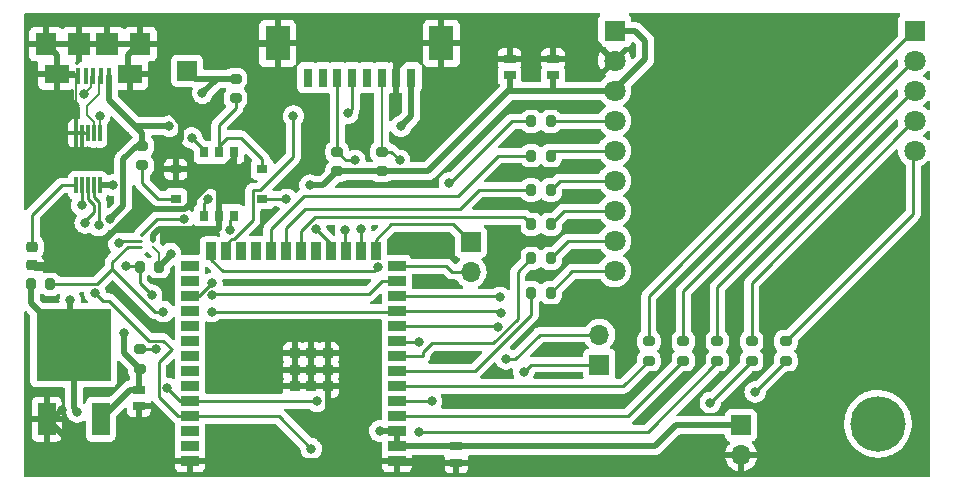
<source format=gbr>
%TF.GenerationSoftware,KiCad,Pcbnew,(6.0.8-1)-1*%
%TF.CreationDate,2022-11-08T13:41:34-07:00*%
%TF.ProjectId,AirU,41697255-2e6b-4696-9361-645f70636258,rev?*%
%TF.SameCoordinates,Original*%
%TF.FileFunction,Copper,L1,Top*%
%TF.FilePolarity,Positive*%
%FSLAX46Y46*%
G04 Gerber Fmt 4.6, Leading zero omitted, Abs format (unit mm)*
G04 Created by KiCad (PCBNEW (6.0.8-1)-1) date 2022-11-08 13:41:34*
%MOMM*%
%LPD*%
G01*
G04 APERTURE LIST*
G04 Aperture macros list*
%AMRoundRect*
0 Rectangle with rounded corners*
0 $1 Rounding radius*
0 $2 $3 $4 $5 $6 $7 $8 $9 X,Y pos of 4 corners*
0 Add a 4 corners polygon primitive as box body*
4,1,4,$2,$3,$4,$5,$6,$7,$8,$9,$2,$3,0*
0 Add four circle primitives for the rounded corners*
1,1,$1+$1,$2,$3*
1,1,$1+$1,$4,$5*
1,1,$1+$1,$6,$7*
1,1,$1+$1,$8,$9*
0 Add four rect primitives between the rounded corners*
20,1,$1+$1,$2,$3,$4,$5,0*
20,1,$1+$1,$4,$5,$6,$7,0*
20,1,$1+$1,$6,$7,$8,$9,0*
20,1,$1+$1,$8,$9,$2,$3,0*%
G04 Aperture macros list end*
%TA.AperFunction,SMDPad,CuDef*%
%ADD10RoundRect,0.200000X0.200000X0.275000X-0.200000X0.275000X-0.200000X-0.275000X0.200000X-0.275000X0*%
%TD*%
%TA.AperFunction,SMDPad,CuDef*%
%ADD11RoundRect,0.200000X-0.275000X0.200000X-0.275000X-0.200000X0.275000X-0.200000X0.275000X0.200000X0*%
%TD*%
%TA.AperFunction,ComponentPad*%
%ADD12R,1.700000X1.700000*%
%TD*%
%TA.AperFunction,ComponentPad*%
%ADD13O,1.700000X1.700000*%
%TD*%
%TA.AperFunction,SMDPad,CuDef*%
%ADD14R,1.500000X0.900000*%
%TD*%
%TA.AperFunction,SMDPad,CuDef*%
%ADD15R,0.900000X1.500000*%
%TD*%
%TA.AperFunction,SMDPad,CuDef*%
%ADD16R,0.900000X0.900000*%
%TD*%
%TA.AperFunction,SMDPad,CuDef*%
%ADD17RoundRect,0.200000X0.275000X-0.200000X0.275000X0.200000X-0.275000X0.200000X-0.275000X-0.200000X0*%
%TD*%
%TA.AperFunction,ComponentPad*%
%ADD18C,4.700000*%
%TD*%
%TA.AperFunction,SMDPad,CuDef*%
%ADD19R,0.990000X0.780000*%
%TD*%
%TA.AperFunction,SMDPad,CuDef*%
%ADD20C,0.230000*%
%TD*%
%TA.AperFunction,SMDPad,CuDef*%
%ADD21RoundRect,0.218750X0.256250X-0.218750X0.256250X0.218750X-0.256250X0.218750X-0.256250X-0.218750X0*%
%TD*%
%TA.AperFunction,SMDPad,CuDef*%
%ADD22R,1.500000X2.800000*%
%TD*%
%TA.AperFunction,SMDPad,CuDef*%
%ADD23R,6.300000X6.100000*%
%TD*%
%TA.AperFunction,SMDPad,CuDef*%
%ADD24R,0.771800X0.961800*%
%TD*%
%TA.AperFunction,SMDPad,CuDef*%
%ADD25R,0.961800X0.771800*%
%TD*%
%TA.AperFunction,ComponentPad*%
%ADD26R,1.800000X1.800000*%
%TD*%
%TA.AperFunction,ComponentPad*%
%ADD27C,1.800000*%
%TD*%
%TA.AperFunction,SMDPad,CuDef*%
%ADD28R,0.300000X1.400000*%
%TD*%
%TA.AperFunction,SMDPad,CuDef*%
%ADD29R,0.400000X1.350000*%
%TD*%
%TA.AperFunction,SMDPad,CuDef*%
%ADD30R,1.800000X1.900000*%
%TD*%
%TA.AperFunction,SMDPad,CuDef*%
%ADD31R,2.100000X1.600000*%
%TD*%
%TA.AperFunction,SMDPad,CuDef*%
%ADD32R,1.900000X1.900000*%
%TD*%
%TA.AperFunction,SMDPad,CuDef*%
%ADD33R,0.800000X1.600000*%
%TD*%
%TA.AperFunction,SMDPad,CuDef*%
%ADD34R,2.100000X3.000000*%
%TD*%
%TA.AperFunction,SMDPad,CuDef*%
%ADD35RoundRect,0.200000X-0.200000X-0.275000X0.200000X-0.275000X0.200000X0.275000X-0.200000X0.275000X0*%
%TD*%
%TA.AperFunction,ViaPad*%
%ADD36C,0.800000*%
%TD*%
%TA.AperFunction,Conductor*%
%ADD37C,0.500000*%
%TD*%
%TA.AperFunction,Conductor*%
%ADD38C,0.200000*%
%TD*%
%TA.AperFunction,Conductor*%
%ADD39C,0.250000*%
%TD*%
G04 APERTURE END LIST*
D10*
%TO.P,R5,1*%
%TO.N,/LORA_NSS*%
X166900000Y-43100000D03*
%TO.P,R5,2*%
%TO.N,/GPIO15*%
X165250000Y-43100000D03*
%TD*%
D11*
%TO.P,R14,1*%
%TO.N,Net-(R14-Pad1)*%
X132100000Y-50775000D03*
%TO.P,R14,2*%
%TO.N,VCC*%
X132100000Y-52425000D03*
%TD*%
D12*
%TO.P,J6,1,Pin_1*%
%TO.N,/U0TXD*%
X171000000Y-52100000D03*
D13*
%TO.P,J6,2,Pin_2*%
%TO.N,/U0RXD*%
X171000000Y-49560000D03*
%TD*%
D14*
%TO.P,U1,1,GND*%
%TO.N,GND*%
X153850000Y-60260000D03*
%TO.P,U1,2,3V3*%
%TO.N,VDD*%
X153850000Y-58990000D03*
%TO.P,U1,3,EN*%
X153850000Y-57720000D03*
%TO.P,U1,4,GPIO4/TOUCH4/ADC1_CH3*%
%TO.N,/GPIO4*%
X153850000Y-56450000D03*
%TO.P,U1,5,GPIO5/TOUCH5/ADC1_CH4*%
%TO.N,/GPIO5*%
X153850000Y-55180000D03*
%TO.P,U1,6,GPIO6/TOUCH6/ADC1_CH5*%
%TO.N,/GPIO6*%
X153850000Y-53910000D03*
%TO.P,U1,7,GPIO7/TOUCH7/ADC1_CH6*%
%TO.N,/GPIO7*%
X153850000Y-52640000D03*
%TO.P,U1,8,GPIO15/U0RTS/ADC2_CH4/XTAL_32K_P*%
%TO.N,/GPIO15*%
X153850000Y-51370000D03*
%TO.P,U1,9,GPIO16/U0CTS/ADC2_CH5/XTAL_32K_NH5*%
%TO.N,/GPIO16*%
X153850000Y-50100000D03*
%TO.P,U1,10,GPIO17/U1TXD/ADC2_CH6*%
%TO.N,/GPIO17*%
X153850000Y-48830000D03*
%TO.P,U1,11,GPIO18/U1RXD/ADC2_CH7/CLK_OUT3*%
%TO.N,/GPIO18*%
X153850000Y-47560000D03*
%TO.P,U1,12,GPIO8/TOUCH8/ADC1_CH7/SUBSPICS1*%
%TO.N,/GPIO8*%
X153850000Y-46290000D03*
%TO.P,U1,13,GPIO19/U1RTS/ADC2_CH8/CLK_OUT2/USB_D-*%
%TO.N,/GPIO19*%
X153850000Y-45020000D03*
%TO.P,U1,14,GPIO20/U1CTS/ADC2_CH9/CLK_OUT1/USB_D+*%
%TO.N,/GPIO20*%
X153850000Y-43750000D03*
D15*
%TO.P,U1,15,GPIO3/TOUCH3/ADC1_CH2*%
%TO.N,/GPIO3*%
X152085000Y-42500000D03*
%TO.P,U1,16,GPIO46*%
%TO.N,/GPIO46*%
X150815000Y-42500000D03*
%TO.P,U1,17,GPIO9/TOUCH9/ADC1_CH8/FSPIHD/SUBSPIHD*%
%TO.N,/GPIO9*%
X149545000Y-42500000D03*
%TO.P,U1,18,GPIO10/TOUCH10/ADC1_CH9/FSPICS0/FSPIIO4/SUBSPICS0*%
%TO.N,/GPIO10*%
X148275000Y-42500000D03*
%TO.P,U1,19,GPIO11/TOUCH11/ADC2_CH0/FSPID/FSPIIO5/SUBSPID*%
%TO.N,/GPIO11*%
X147005000Y-42500000D03*
%TO.P,U1,20,GPIO12/TOUCH12/ADC2_CH1/FSPICLK/FSPIIO6/SUBSPICLK*%
%TO.N,/GPIO12*%
X145735000Y-42500000D03*
%TO.P,U1,21,GPIO13/TOUCH13/ADC2_CH2/FSPIQ/FSPIIO7/SUBSPIQ*%
%TO.N,/GPIO13*%
X144465000Y-42500000D03*
%TO.P,U1,22,GPIO14/TOUCH14/ADC2_CH3/FSPIWP/FSPIDQS/SUBSPIWP*%
%TO.N,/GPIO14*%
X143195000Y-42500000D03*
%TO.P,U1,23,GPIO21*%
%TO.N,/GPIO21*%
X141925000Y-42500000D03*
%TO.P,U1,24,GPIO47/SPICLK_P/SUBSPICLK_P_DIFF*%
%TO.N,/GPIO47*%
X140655000Y-42500000D03*
%TO.P,U1,25,GPIO48/SPICLK_N/SUBSPICLK_N_DIFF*%
%TO.N,/GPIO48*%
X139385000Y-42500000D03*
%TO.P,U1,26,GPIO45*%
%TO.N,/GPIO45*%
X138115000Y-42500000D03*
D14*
%TO.P,U1,27,GPIO0/BOOT*%
%TO.N,/GPIO0*%
X136350000Y-43750000D03*
%TO.P,U1,28,SPIIO6/GPIO35/FSPID/SUBSPID*%
%TO.N,/GPIO35*%
X136350000Y-45020000D03*
%TO.P,U1,29,SPIIO7/GPIO36/FSPICLK/SUBSPICLK*%
%TO.N,/GPIO36*%
X136350000Y-46290000D03*
%TO.P,U1,30,SPIDQS/GPIO37/FSPIQ/SUBSPIQ*%
%TO.N,/GPIO37*%
X136350000Y-47560000D03*
%TO.P,U1,31,GPIO38/FSPIWP/SUBSPIWP*%
%TO.N,/GPIO38*%
X136350000Y-48830000D03*
%TO.P,U1,32,MTCK/GPIO39/CLK_OUT3/SUBSPICS1*%
%TO.N,/GPIO39*%
X136350000Y-50100000D03*
%TO.P,U1,33,MTDO/GPIO40/CLK_OUT2*%
%TO.N,/GPIO40*%
X136350000Y-51370000D03*
%TO.P,U1,34,MTDI/GPIO41/CLK_OUT1*%
%TO.N,/GPIO41*%
X136350000Y-52640000D03*
%TO.P,U1,35,MTMS/GPIO42*%
%TO.N,/GPIO42*%
X136350000Y-53910000D03*
%TO.P,U1,36,U0RXD/GPIO44/CLK_OUT2*%
%TO.N,/U0RXD*%
X136350000Y-55180000D03*
%TO.P,U1,37,U0TXD/GPIO43/CLK_OUT1*%
%TO.N,/U0TXD*%
X136350000Y-56450000D03*
%TO.P,U1,38,GPIO2/TOUCH2/ADC1_CH1*%
%TO.N,/GPIO2*%
X136350000Y-57720000D03*
%TO.P,U1,39,GPIO1/TOUCH1/ADC1_CH0*%
%TO.N,/GPIO1*%
X136350000Y-58990000D03*
%TO.P,U1,40,GND*%
%TO.N,GND*%
X136350000Y-60260000D03*
D16*
%TO.P,U1,41,GND*%
X145200000Y-51140000D03*
X146600000Y-52540000D03*
X146600000Y-51140000D03*
X145200000Y-52540000D03*
X148000000Y-51140000D03*
X146600000Y-53940000D03*
X148000000Y-52540000D03*
X145200000Y-53940000D03*
X148000000Y-53940000D03*
%TD*%
D11*
%TO.P,R8,1*%
%TO.N,/LORA_DIO2*%
X178100000Y-50100000D03*
%TO.P,R8,2*%
%TO.N,/GPIO4*%
X178100000Y-51750000D03*
%TD*%
%TO.P,R9,1*%
%TO.N,/LORA_DIO3*%
X181000000Y-50100000D03*
%TO.P,R9,2*%
%TO.N,/GPIO16*%
X181000000Y-51750000D03*
%TD*%
D10*
%TO.P,R3,1*%
%TO.N,/LORA_MISO*%
X166900000Y-37300000D03*
%TO.P,R3,2*%
%TO.N,/GPIO13*%
X165250000Y-37300000D03*
%TD*%
D17*
%TO.P,R17,1*%
%TO.N,VDD*%
X148800000Y-35725000D03*
%TO.P,R17,2*%
%TO.N,/GPIO46*%
X148800000Y-34075000D03*
%TD*%
%TO.P,R18,1*%
%TO.N,VDD*%
X152600000Y-35725000D03*
%TO.P,R18,2*%
%TO.N,/GPIO45*%
X152600000Y-34075000D03*
%TD*%
D18*
%TO.P,REF\u002A\u002A,1*%
%TO.N,N/C*%
X194600000Y-57100000D03*
%TD*%
D19*
%TO.P,C4,1*%
%TO.N,GND*%
X158900000Y-60400000D03*
%TO.P,C4,2*%
%TO.N,VDD*%
X158900000Y-59000000D03*
%TD*%
D20*
%TO.P,U5,A1,VDD*%
%TO.N,VDD*%
X133199999Y-42099999D03*
%TO.P,U5,A2,SDA*%
%TO.N,/GPIO18*%
X132200001Y-42099999D03*
%TO.P,U5,B1,ADDR*%
%TO.N,GND*%
X133199999Y-41600000D03*
%TO.P,U5,B2,SCL*%
%TO.N,/GPIO19*%
X132200001Y-41600000D03*
%TO.P,U5,C1,GND*%
%TO.N,GND*%
X133199999Y-41100001D03*
%TO.P,U5,C2,DRDY_INT*%
%TO.N,/GPIO36*%
X132200001Y-41100001D03*
%TD*%
D12*
%TO.P,J4,1,Pin_1*%
%TO.N,VDD*%
X183000000Y-57225000D03*
D13*
%TO.P,J4,2,Pin_2*%
%TO.N,GND*%
X183000000Y-59765000D03*
%TD*%
D10*
%TO.P,R15,1*%
%TO.N,VDD*%
X133725000Y-43800000D03*
%TO.P,R15,2*%
%TO.N,/GPIO19*%
X132075000Y-43800000D03*
%TD*%
D21*
%TO.P,D1,1,K*%
%TO.N,GND*%
X123000000Y-43687500D03*
%TO.P,D1,2,A*%
%TO.N,Net-(D1-Pad2)*%
X123000000Y-42112500D03*
%TD*%
D22*
%TO.P,IC3,1,ADJ/GND*%
%TO.N,GND*%
X124214000Y-56700000D03*
D23*
%TO.P,IC3,2,OUTPUT*%
%TO.N,VDD*%
X126500000Y-50450000D03*
D22*
%TO.P,IC3,3,INPUT*%
%TO.N,VCC*%
X128786000Y-56700000D03*
%TD*%
D19*
%TO.P,C1,1*%
%TO.N,GND*%
X163400000Y-26200000D03*
%TO.P,C1,2*%
%TO.N,VDD*%
X163400000Y-27600000D03*
%TD*%
D24*
%TO.P,U4,1,A*%
%TO.N,/GPIO10*%
X137550000Y-39475000D03*
%TO.P,U4,2,B*%
%TO.N,GND*%
X138800000Y-39475000D03*
%TO.P,U4,3,C*%
%TO.N,Net-(R14-Pad1)*%
X140050000Y-39475000D03*
D25*
%TO.P,U4,4,D*%
%TO.N,/GPIO9*%
X142475000Y-38050000D03*
%TO.P,U4,5,E*%
%TO.N,Net-(R12-Pad1)*%
X142475000Y-35550000D03*
D24*
%TO.P,U4,6,F*%
%TO.N,GND*%
X140050000Y-34125000D03*
%TO.P,U4,7,G*%
%TO.N,Net-(R12-Pad1)*%
X138800000Y-34125000D03*
%TO.P,U4,8,H*%
%TO.N,/GPIO8*%
X137550000Y-34125000D03*
D25*
%TO.P,U4,9,J*%
%TO.N,GND*%
X135125000Y-35550000D03*
%TO.P,U4,10,K*%
%TO.N,Net-(R13-Pad2)*%
X135125000Y-38050000D03*
%TD*%
D11*
%TO.P,R13,1*%
%TO.N,VCC*%
X132300000Y-33575000D03*
%TO.P,R13,2*%
%TO.N,Net-(R13-Pad2)*%
X132300000Y-35225000D03*
%TD*%
D12*
%TO.P,J3,1,Pin_1*%
%TO.N,/GPIO3*%
X160100000Y-41700000D03*
D13*
%TO.P,J3,2,Pin_2*%
%TO.N,/GPIO20*%
X160100000Y-44240000D03*
%TD*%
D10*
%TO.P,R2,1*%
%TO.N,/LORA_SCLK*%
X166900000Y-34400000D03*
%TO.P,R2,2*%
%TO.N,/GPIO14*%
X165250000Y-34400000D03*
%TD*%
D12*
%TO.P,J5,1,Pin_1*%
%TO.N,VCC*%
X136100000Y-27200000D03*
%TD*%
D11*
%TO.P,R7,1*%
%TO.N,/LORA_DIO1*%
X175200000Y-50100000D03*
%TO.P,R7,2*%
%TO.N,/GPIO6*%
X175200000Y-51750000D03*
%TD*%
D19*
%TO.P,C2,1*%
%TO.N,GND*%
X132000000Y-55600000D03*
%TO.P,C2,2*%
%TO.N,VCC*%
X132000000Y-54200000D03*
%TD*%
D26*
%TO.P,U3,1,Vin*%
%TO.N,VDD*%
X172300000Y-23810000D03*
D27*
%TO.P,U3,2,GND*%
%TO.N,GND*%
X172300000Y-26350000D03*
%TO.P,U3,3,EN*%
%TO.N,VDD*%
X172300000Y-28890000D03*
%TO.P,U3,4,G0*%
%TO.N,/LORA_DIO0*%
X172300000Y-31430000D03*
%TO.P,U3,5,SCK*%
%TO.N,/LORA_SCLK*%
X172300000Y-33970000D03*
%TO.P,U3,6,MISO*%
%TO.N,/LORA_MISO*%
X172300000Y-36510000D03*
%TO.P,U3,7,MOSI*%
%TO.N,/LORA_MOSI*%
X172300000Y-39050000D03*
%TO.P,U3,8,CS*%
%TO.N,/LORA_NSS*%
X172300000Y-41590000D03*
%TO.P,U3,9,RST*%
%TO.N,/LORA_RST*%
X172300000Y-44130000D03*
D26*
%TO.P,U3,10,G1*%
%TO.N,/LORA_DIO1*%
X197700000Y-23810000D03*
D27*
%TO.P,U3,11,G2*%
%TO.N,/LORA_DIO2*%
X197700000Y-26350000D03*
%TO.P,U3,12,G3*%
%TO.N,/LORA_DIO3*%
X197700000Y-28890000D03*
%TO.P,U3,13,G4*%
%TO.N,/LORA_DIO4*%
X197700000Y-31430000D03*
%TO.P,U3,14,G5*%
%TO.N,/LORA_DIO5*%
X197700000Y-33970000D03*
%TD*%
D10*
%TO.P,R6,1*%
%TO.N,/LORA_RST*%
X166900000Y-46000000D03*
%TO.P,R6,2*%
%TO.N,/GPIO7*%
X165250000Y-46000000D03*
%TD*%
D11*
%TO.P,R10,1*%
%TO.N,/LORA_DIO4*%
X183900000Y-50100000D03*
%TO.P,R10,2*%
%TO.N,/GPIO17*%
X183900000Y-51750000D03*
%TD*%
D28*
%TO.P,U2,1,UD+*%
%TO.N,/D+*%
X128700000Y-32500000D03*
%TO.P,U2,2,UD-*%
%TO.N,/D-*%
X128200000Y-32500000D03*
%TO.P,U2,3,GND*%
%TO.N,GND*%
X127700000Y-32500000D03*
%TO.P,U2,4,~{RTS}*%
X127200000Y-32500000D03*
%TO.P,U2,5,~{CTS}*%
X126700000Y-32500000D03*
%TO.P,U2,6,TNOW*%
%TO.N,Net-(D1-Pad2)*%
X126700000Y-36900000D03*
%TO.P,U2,7,VCC*%
%TO.N,VDD*%
X127200000Y-36900000D03*
%TO.P,U2,8,TXD*%
%TO.N,/U0RXD*%
X127700000Y-36900000D03*
%TO.P,U2,9,RXD*%
%TO.N,/U0TXD*%
X128200000Y-36900000D03*
%TO.P,U2,10,V3*%
%TO.N,VDD*%
X128700000Y-36900000D03*
%TD*%
D17*
%TO.P,R12,1*%
%TO.N,Net-(R12-Pad1)*%
X140200000Y-29525000D03*
%TO.P,R12,2*%
%TO.N,VCC*%
X140200000Y-27875000D03*
%TD*%
D29*
%TO.P,J2,1,1*%
%TO.N,VCC*%
X129450000Y-27625000D03*
%TO.P,J2,2,2*%
%TO.N,/D-*%
X128800000Y-27625000D03*
%TO.P,J2,3,3*%
%TO.N,/D+*%
X128150000Y-27625000D03*
%TO.P,J2,4,4*%
%TO.N,unconnected-(J2-Pad4)*%
X127500000Y-27625000D03*
%TO.P,J2,5,5*%
%TO.N,GND*%
X126850000Y-27625000D03*
D30*
%TO.P,J2,MP1,MP1*%
X132150000Y-24950000D03*
%TO.P,J2,MP2,MP2*%
X124150000Y-24950000D03*
D31*
%TO.P,J2,MP3,MP3*%
X131250000Y-27500000D03*
%TO.P,J2,MP4,MP4*%
X125050000Y-27500000D03*
D32*
%TO.P,J2,MP5,MP5*%
X129350000Y-24950000D03*
%TO.P,J2,MP6,MP6*%
X126950000Y-24950000D03*
%TD*%
D33*
%TO.P,J1,1,1*%
%TO.N,VCC*%
X155075000Y-27800000D03*
%TO.P,J1,2,2*%
%TO.N,GND*%
X153825000Y-27800000D03*
%TO.P,J1,3,3*%
%TO.N,/GPIO45*%
X152575000Y-27800000D03*
%TO.P,J1,4,4*%
%TO.N,unconnected-(J1-Pad4)*%
X151325000Y-27800000D03*
%TO.P,J1,5,5*%
%TO.N,/GPIO48*%
X150075000Y-27800000D03*
%TO.P,J1,6,6*%
%TO.N,/GPIO46*%
X148825000Y-27800000D03*
%TO.P,J1,7,7*%
%TO.N,unconnected-(J1-Pad7)*%
X147575000Y-27800000D03*
%TO.P,J1,8,8*%
%TO.N,unconnected-(J1-Pad8)*%
X146325000Y-27800000D03*
D34*
%TO.P,J1,MP1,MP1*%
%TO.N,GND*%
X157625000Y-24900000D03*
%TO.P,J1,MP2,MP2*%
X143775000Y-24900000D03*
%TD*%
D10*
%TO.P,R4,1*%
%TO.N,/LORA_MOSI*%
X166900000Y-40200000D03*
%TO.P,R4,2*%
%TO.N,/GPIO12*%
X165250000Y-40200000D03*
%TD*%
D19*
%TO.P,C5,1*%
%TO.N,VDD*%
X167100000Y-27600000D03*
%TO.P,C5,2*%
%TO.N,GND*%
X167100000Y-26200000D03*
%TD*%
D10*
%TO.P,R1,1*%
%TO.N,/LORA_DIO0*%
X166900000Y-31500000D03*
%TO.P,R1,2*%
%TO.N,/GPIO5*%
X165250000Y-31500000D03*
%TD*%
D35*
%TO.P,R16,1*%
%TO.N,VDD*%
X122875000Y-45300000D03*
%TO.P,R16,2*%
%TO.N,/GPIO18*%
X124525000Y-45300000D03*
%TD*%
D11*
%TO.P,R11,1*%
%TO.N,/LORA_DIO5*%
X186800000Y-50100000D03*
%TO.P,R11,2*%
%TO.N,/GPIO18*%
X186800000Y-51750000D03*
%TD*%
D36*
%TO.N,GND*%
X125500000Y-55900000D03*
X124600000Y-43900000D03*
%TO.N,VDD*%
X146500000Y-36900000D03*
X129800000Y-36900000D03*
X126800000Y-56100000D03*
X152400000Y-57700000D03*
X134700000Y-42700000D03*
X127200000Y-38600000D03*
X126200000Y-46600000D03*
%TO.N,VCC*%
X154200000Y-31900000D03*
X130800000Y-49400000D03*
X134600000Y-31900000D03*
X137400000Y-29100000D03*
X129600000Y-39800000D03*
%TO.N,/GPIO5*%
X158300000Y-36700000D03*
X156800000Y-55200000D03*
%TO.N,/GPIO16*%
X155700000Y-57800000D03*
X155700000Y-50200000D03*
%TO.N,/GPIO17*%
X162400000Y-48900000D03*
X180400000Y-55300000D03*
%TO.N,/GPIO18*%
X134100000Y-47600000D03*
X162700000Y-47700000D03*
X184200000Y-54400000D03*
X138200000Y-47600000D03*
%TO.N,/GPIO19*%
X133100000Y-46200000D03*
X130900000Y-43700000D03*
X138212299Y-46212299D03*
X130316880Y-41831801D03*
%TO.N,/GPIO46*%
X150800000Y-40600000D03*
X150300000Y-34800000D03*
%TO.N,/GPIO9*%
X144500000Y-38100000D03*
X149500000Y-40700000D03*
%TO.N,/GPIO10*%
X147000000Y-40600000D03*
X137900000Y-38100000D03*
%TO.N,/GPIO48*%
X149700000Y-30800000D03*
X145100000Y-31050500D03*
%TO.N,/GPIO45*%
X154100000Y-34800000D03*
X152300000Y-43849502D03*
%TO.N,/GPIO36*%
X135800000Y-39750500D03*
X138200000Y-45200000D03*
%TO.N,/U0RXD*%
X147100000Y-55200000D03*
X163100000Y-51600000D03*
X134424500Y-54100000D03*
X127475500Y-40100000D03*
%TO.N,/U0TXD*%
X146600000Y-59200000D03*
X164600000Y-52700000D03*
X128300000Y-46024500D03*
X128600000Y-40300000D03*
%TO.N,/D+*%
X128700000Y-31000000D03*
X127399500Y-29200000D03*
%TO.N,/GPIO8*%
X162600000Y-46400000D03*
X136500000Y-32900000D03*
%TO.N,Net-(R14-Pad1)*%
X139700000Y-40700000D03*
X133500000Y-50800000D03*
%TD*%
D37*
%TO.N,GND*%
X126800000Y-24950000D02*
X129200000Y-24950000D01*
X134300000Y-30300000D02*
X131800000Y-30300000D01*
X148000000Y-52540000D02*
X148000000Y-53940000D01*
X124000000Y-24950000D02*
X126800000Y-24950000D01*
X167000000Y-24900000D02*
X170702500Y-24900000D01*
X132000000Y-24950000D02*
X143725000Y-24950000D01*
X135600000Y-33000000D02*
X135600000Y-31600000D01*
D38*
X126700000Y-27625000D02*
X125025000Y-27625000D01*
D37*
X138800000Y-40600000D02*
X138800000Y-39475000D01*
X140050000Y-34641800D02*
X140050000Y-34125000D01*
X153825000Y-26500000D02*
X153825000Y-27800000D01*
X148160000Y-60260000D02*
X153850000Y-60260000D01*
X143775000Y-24900000D02*
X152225000Y-24900000D01*
X148000000Y-53940000D02*
X146600000Y-53940000D01*
X125050000Y-25850000D02*
X124150000Y-24950000D01*
X138800000Y-40600000D02*
X133700000Y-40600000D01*
X143725000Y-24950000D02*
X143775000Y-24900000D01*
D38*
X127200000Y-32500000D02*
X126700000Y-32500000D01*
D37*
X155875000Y-24900000D02*
X157625000Y-24900000D01*
X133199999Y-41100001D02*
X133199999Y-41534999D01*
X131100000Y-27500000D02*
X131100000Y-25850000D01*
X131250000Y-29750000D02*
X131250000Y-27500000D01*
X148000000Y-60100000D02*
X148160000Y-60260000D01*
X131800000Y-30300000D02*
X131250000Y-29750000D01*
X177835000Y-59765000D02*
X183000000Y-59765000D01*
X138458200Y-35550000D02*
X138800000Y-35891800D01*
X135600000Y-31600000D02*
X134300000Y-30300000D01*
D38*
X126700000Y-27625000D02*
X126700000Y-32500000D01*
D37*
X135125000Y-33475000D02*
X135600000Y-33000000D01*
X148000000Y-51140000D02*
X148000000Y-52540000D01*
X129200000Y-24950000D02*
X132000000Y-24950000D01*
X135125000Y-35550000D02*
X135125000Y-33475000D01*
X146600000Y-53940000D02*
X146600000Y-52540000D01*
X167100000Y-26200000D02*
X167100000Y-25000000D01*
X170702500Y-24900000D02*
X172200000Y-26397500D01*
X157625000Y-24900000D02*
X163600000Y-24900000D01*
X163400000Y-26200000D02*
X163400000Y-25100000D01*
X135910604Y-38885900D02*
X137996504Y-36800000D01*
X158900000Y-60400000D02*
X177200000Y-60400000D01*
X133700000Y-40600000D02*
X133199999Y-41100001D01*
X167100000Y-25000000D02*
X167000000Y-24900000D01*
X126800000Y-43900000D02*
X131814100Y-38885900D01*
X131100000Y-25850000D02*
X132000000Y-24950000D01*
X152225000Y-24900000D02*
X153825000Y-26500000D01*
X148000000Y-53940000D02*
X148000000Y-60100000D01*
X124600000Y-43900000D02*
X126800000Y-43900000D01*
X163400000Y-25100000D02*
X163600000Y-24900000D01*
X138800000Y-39475000D02*
X138800000Y-35891800D01*
X135125000Y-35550000D02*
X138458200Y-35550000D01*
X153825000Y-27800000D02*
X153825000Y-26950000D01*
X124214000Y-56700000D02*
X124700000Y-56700000D01*
X145200000Y-51140000D02*
X146600000Y-51140000D01*
X124600000Y-43900000D02*
X123212500Y-43900000D01*
X137996504Y-36800000D02*
X138800000Y-36800000D01*
D38*
X127700000Y-32500000D02*
X127200000Y-32500000D01*
D37*
X131814100Y-38885900D02*
X135910604Y-38885900D01*
X132000000Y-55600000D02*
X132000000Y-59000000D01*
X146600000Y-51140000D02*
X148000000Y-51140000D01*
X136350000Y-60260000D02*
X133260000Y-60260000D01*
X146600000Y-52540000D02*
X145200000Y-52540000D01*
X136350000Y-60260000D02*
X148160000Y-60260000D01*
X138800000Y-35891800D02*
X140050000Y-34641800D01*
X158900000Y-60400000D02*
X153990000Y-60400000D01*
X163600000Y-24900000D02*
X167000000Y-24900000D01*
X177200000Y-60400000D02*
X177835000Y-59765000D01*
X123212500Y-43900000D02*
X123000000Y-43687500D01*
X124700000Y-56700000D02*
X125500000Y-55900000D01*
X125050000Y-27500000D02*
X125050000Y-25850000D01*
X153825000Y-26950000D02*
X155875000Y-24900000D01*
X133260000Y-60260000D02*
X132000000Y-59000000D01*
X126514000Y-59000000D02*
X124214000Y-56700000D01*
X145200000Y-52540000D02*
X145200000Y-53940000D01*
X132000000Y-59000000D02*
X126514000Y-59000000D01*
X153990000Y-60400000D02*
X153850000Y-60260000D01*
%TO.N,VDD*%
X148800000Y-35725000D02*
X152600000Y-35725000D01*
X126200000Y-50150000D02*
X126500000Y-50450000D01*
X174057500Y-23857500D02*
X174900000Y-24700000D01*
X126500000Y-55800000D02*
X126500000Y-50450000D01*
X126800000Y-56100000D02*
X126500000Y-55800000D01*
X177475000Y-57225000D02*
X175700000Y-59000000D01*
X163400000Y-27600000D02*
X163400000Y-28800000D01*
X152420000Y-57720000D02*
X152400000Y-57700000D01*
X174900000Y-26237500D02*
X172200000Y-28937500D01*
X183000000Y-57225000D02*
X177475000Y-57225000D01*
X166962500Y-28937500D02*
X163262500Y-28937500D01*
X158900000Y-59000000D02*
X153860000Y-59000000D01*
X148800000Y-35725000D02*
X147625000Y-36900000D01*
X126200000Y-46600000D02*
X126200000Y-50150000D01*
X153850000Y-58990000D02*
X153850000Y-57720000D01*
X153850000Y-57720000D02*
X152420000Y-57720000D01*
D38*
X133725000Y-43800000D02*
X133725000Y-42625000D01*
D37*
X134700000Y-42700000D02*
X134700000Y-42825000D01*
D39*
X127200000Y-36800000D02*
X127200000Y-38600000D01*
D37*
X153860000Y-59000000D02*
X153850000Y-58990000D01*
D38*
X133725000Y-42625000D02*
X133199999Y-42099999D01*
D37*
X175700000Y-59000000D02*
X158900000Y-59000000D01*
X174900000Y-24700000D02*
X174900000Y-26237500D01*
X167100000Y-27600000D02*
X167100000Y-28800000D01*
X172200000Y-28937500D02*
X166962500Y-28937500D01*
X126500000Y-50450000D02*
X126450000Y-50450000D01*
X163262500Y-28937500D02*
X156475000Y-35725000D01*
X126450000Y-50450000D02*
X122875000Y-46875000D01*
X167100000Y-28800000D02*
X166962500Y-28937500D01*
X122875000Y-46875000D02*
X122875000Y-45300000D01*
X163400000Y-28800000D02*
X163262500Y-28937500D01*
X156475000Y-35725000D02*
X152600000Y-35725000D01*
X172200000Y-23857500D02*
X174057500Y-23857500D01*
X134700000Y-42825000D02*
X133725000Y-43800000D01*
X146500000Y-36900000D02*
X147625000Y-36900000D01*
X129800000Y-36900000D02*
X128800000Y-36900000D01*
%TO.N,VCC*%
X132300000Y-33575000D02*
X132300000Y-32500000D01*
X140200000Y-27875000D02*
X138625000Y-27875000D01*
X134600000Y-31900000D02*
X131700000Y-31900000D01*
X129450000Y-29650000D02*
X129450000Y-27625000D01*
X130700000Y-34700000D02*
X131825000Y-33575000D01*
X130700000Y-38700000D02*
X130700000Y-34700000D01*
X132300000Y-32500000D02*
X131700000Y-31900000D01*
X130800000Y-49400000D02*
X130800000Y-51125000D01*
X132000000Y-54200000D02*
X132000000Y-52525000D01*
X130800000Y-51125000D02*
X132100000Y-52425000D01*
X154200000Y-31900000D02*
X155075000Y-31025000D01*
X155075000Y-31025000D02*
X155075000Y-27800000D01*
X138625000Y-27875000D02*
X137400000Y-29100000D01*
X132000000Y-54200000D02*
X131286000Y-54200000D01*
X131700000Y-31900000D02*
X129450000Y-29650000D01*
X131825000Y-33575000D02*
X132300000Y-33575000D01*
X136775000Y-27875000D02*
X136100000Y-27200000D01*
X132000000Y-52525000D02*
X132100000Y-52425000D01*
X140200000Y-27875000D02*
X136775000Y-27875000D01*
X131286000Y-54200000D02*
X128786000Y-56700000D01*
X129600000Y-39800000D02*
X130700000Y-38700000D01*
D39*
%TO.N,/GPIO4*%
X173400000Y-56450000D02*
X153850000Y-56450000D01*
X178100000Y-51750000D02*
X173400000Y-56450000D01*
%TO.N,/GPIO5*%
X156780000Y-55180000D02*
X153850000Y-55180000D01*
X158400000Y-36700000D02*
X158300000Y-36700000D01*
X163600000Y-31500000D02*
X158400000Y-36700000D01*
X165250000Y-31500000D02*
X163600000Y-31500000D01*
X156800000Y-55200000D02*
X156780000Y-55180000D01*
%TO.N,/GPIO6*%
X173040000Y-53910000D02*
X153850000Y-53910000D01*
X175200000Y-51750000D02*
X173040000Y-53910000D01*
%TO.N,/GPIO7*%
X165250000Y-46000000D02*
X165250000Y-47850000D01*
X165250000Y-47850000D02*
X160460000Y-52640000D01*
X160460000Y-52640000D02*
X153850000Y-52640000D01*
%TO.N,/GPIO15*%
X156800000Y-50300000D02*
X156070000Y-51030000D01*
X156070000Y-51370000D02*
X153850000Y-51370000D01*
X165250000Y-43100000D02*
X164100000Y-44250000D01*
X162026720Y-50300000D02*
X156800000Y-50300000D01*
X164100000Y-48226720D02*
X162026720Y-50300000D01*
X156070000Y-51030000D02*
X156070000Y-51370000D01*
X164100000Y-44250000D02*
X164100000Y-48226720D01*
%TO.N,/GPIO16*%
X155700000Y-50200000D02*
X153950000Y-50200000D01*
X181000000Y-51750000D02*
X181000000Y-51900000D01*
X175200000Y-57700000D02*
X175100000Y-57800000D01*
X175100000Y-57800000D02*
X155700000Y-57800000D01*
X181000000Y-51900000D02*
X175200000Y-57700000D01*
X153950000Y-50200000D02*
X153850000Y-50100000D01*
%TO.N,/GPIO17*%
X162330000Y-48830000D02*
X153850000Y-48830000D01*
X183900000Y-51750000D02*
X183900000Y-51800000D01*
X183900000Y-51800000D02*
X180400000Y-55300000D01*
D38*
X162400000Y-48900000D02*
X162330000Y-48830000D01*
%TO.N,/GPIO18*%
X162700000Y-47700000D02*
X162560000Y-47560000D01*
D39*
X124525000Y-45300000D02*
X124526500Y-45298500D01*
X162560000Y-47560000D02*
X153850000Y-47560000D01*
X128474720Y-45300000D02*
X129774000Y-44000720D01*
X124526500Y-45298500D02*
X128473220Y-45298500D01*
X133373280Y-47600000D02*
X134100000Y-47600000D01*
X128473220Y-45298500D02*
X128474720Y-45300000D01*
X153810000Y-47600000D02*
X153850000Y-47560000D01*
X132200001Y-42099999D02*
X131073281Y-42099999D01*
X186800000Y-51800000D02*
X184200000Y-54400000D01*
X138200000Y-47600000D02*
X153810000Y-47600000D01*
X186800000Y-51750000D02*
X186800000Y-51800000D01*
X131073281Y-42099999D02*
X129774000Y-43399280D01*
X129774000Y-44000720D02*
X133373280Y-47600000D01*
X129774000Y-43399280D02*
X129774000Y-44000720D01*
%TO.N,/GPIO19*%
X130900000Y-43700000D02*
X131975000Y-43700000D01*
X138212299Y-46212299D02*
X138324598Y-46100000D01*
X151500000Y-46100000D02*
X152580000Y-45020000D01*
X132075000Y-43800000D02*
X132075000Y-45175000D01*
X131975000Y-43700000D02*
X132075000Y-43800000D01*
X132200001Y-41600000D02*
X130548681Y-41600000D01*
X130548681Y-41600000D02*
X130316880Y-41831801D01*
X138324598Y-46100000D02*
X151500000Y-46100000D01*
X152580000Y-45020000D02*
X153850000Y-45020000D01*
X132075000Y-45175000D02*
X133100000Y-46200000D01*
%TO.N,/GPIO20*%
X160100000Y-44240000D02*
X158540000Y-44240000D01*
X158540000Y-44240000D02*
X158050000Y-43750000D01*
X158050000Y-43750000D02*
X153850000Y-43750000D01*
%TO.N,/GPIO3*%
X160100000Y-41700000D02*
X158600000Y-40200000D01*
X153400000Y-40200000D02*
X152085000Y-41515000D01*
X158600000Y-40200000D02*
X153400000Y-40200000D01*
X152085000Y-41515000D02*
X152085000Y-42500000D01*
%TO.N,/GPIO46*%
X150300000Y-34800000D02*
X149525000Y-34800000D01*
X148800000Y-34075000D02*
X148825000Y-34050000D01*
X150815000Y-42500000D02*
X150815000Y-40615000D01*
X149525000Y-34800000D02*
X148800000Y-34075000D01*
X150815000Y-40615000D02*
X150800000Y-40600000D01*
X148825000Y-34050000D02*
X148825000Y-27800000D01*
%TO.N,/GPIO9*%
X149500000Y-40700000D02*
X149500000Y-42455000D01*
X144450000Y-38050000D02*
X144500000Y-38100000D01*
X142475000Y-38050000D02*
X144450000Y-38050000D01*
X149500000Y-42455000D02*
X149545000Y-42500000D01*
%TO.N,/GPIO10*%
X147000000Y-40600000D02*
X148275000Y-41875000D01*
X137550000Y-39475000D02*
X137550000Y-38450000D01*
X137550000Y-38450000D02*
X137900000Y-38100000D01*
X148275000Y-41875000D02*
X148275000Y-42500000D01*
%TO.N,/GPIO12*%
X146900000Y-39600000D02*
X164650000Y-39600000D01*
X145735000Y-40765000D02*
X145735000Y-42500000D01*
X164650000Y-39600000D02*
X165250000Y-40200000D01*
X145735000Y-40765000D02*
X146900000Y-39600000D01*
%TO.N,/GPIO13*%
X144465000Y-40535000D02*
X144465000Y-42500000D01*
X165250000Y-37300000D02*
X160800000Y-37300000D01*
X159200000Y-38900000D02*
X146100000Y-38900000D01*
X160800000Y-37300000D02*
X159200000Y-38900000D01*
X146100000Y-38900000D02*
X144465000Y-40535000D01*
%TO.N,/GPIO14*%
X146000000Y-37800000D02*
X143195000Y-40605000D01*
X165250000Y-34400000D02*
X162400000Y-34400000D01*
X162400000Y-34400000D02*
X159000000Y-37800000D01*
X159000000Y-37800000D02*
X146000000Y-37800000D01*
X143195000Y-40605000D02*
X143195000Y-42500000D01*
%TO.N,/GPIO48*%
X140075000Y-41425000D02*
X139875000Y-41425000D01*
X141669100Y-37339100D02*
X141669100Y-39830900D01*
X145100000Y-34500000D02*
X142260900Y-37339100D01*
X150075000Y-30425000D02*
X149700000Y-30800000D01*
X141669100Y-39830900D02*
X140075000Y-41425000D01*
X145100000Y-31050500D02*
X145100000Y-34500000D01*
X142260900Y-37339100D02*
X141669100Y-37339100D01*
X150075000Y-27800000D02*
X150075000Y-30425000D01*
X139875000Y-41425000D02*
X139385000Y-41915000D01*
X139385000Y-41915000D02*
X139385000Y-42500000D01*
%TO.N,/GPIO45*%
X152600000Y-34075000D02*
X153375000Y-34075000D01*
D38*
X152575000Y-34050000D02*
X152575000Y-27800000D01*
D39*
X151949502Y-44200000D02*
X139100000Y-44200000D01*
X152300000Y-43849502D02*
X151949502Y-44200000D01*
X138115000Y-43215000D02*
X138115000Y-42500000D01*
X153375000Y-34075000D02*
X154100000Y-34800000D01*
X139100000Y-44200000D02*
X138115000Y-43215000D01*
D38*
X152600000Y-34075000D02*
X152575000Y-34050000D01*
D39*
%TO.N,/GPIO36*%
X133549502Y-39750500D02*
X135800000Y-39750500D01*
X138200000Y-45200000D02*
X137110000Y-46290000D01*
X132200001Y-41100001D02*
X133549502Y-39750500D01*
X137110000Y-46290000D02*
X136350000Y-46290000D01*
%TO.N,/U0RXD*%
X136350000Y-55180000D02*
X147080000Y-55180000D01*
X127700000Y-38036396D02*
X127700000Y-36900000D01*
X127475500Y-40100000D02*
X127475500Y-39924500D01*
X147080000Y-55180000D02*
X147100000Y-55200000D01*
X135504500Y-55180000D02*
X134424500Y-54100000D01*
X127475500Y-39924500D02*
X128200000Y-39200000D01*
X163100000Y-51600000D02*
X163900000Y-51600000D01*
X128200000Y-39200000D02*
X128200000Y-38536396D01*
X163900000Y-51600000D02*
X165940000Y-49560000D01*
X136350000Y-55180000D02*
X135504500Y-55180000D01*
X128200000Y-38536396D02*
X127700000Y-38036396D01*
X165940000Y-49560000D02*
X171000000Y-49560000D01*
%TO.N,/U0TXD*%
X164600000Y-52700000D02*
X165200000Y-52100000D01*
X134800000Y-50800000D02*
X134074000Y-50074000D01*
X133700000Y-54800000D02*
X133700000Y-52100000D01*
X133700000Y-51900000D02*
X134800000Y-50800000D01*
X136350000Y-56450000D02*
X143850000Y-56450000D01*
X134074000Y-50074000D02*
X132874000Y-50074000D01*
X128975500Y-46700000D02*
X128300000Y-46024500D01*
X133700000Y-52100000D02*
X133700000Y-51900000D01*
X135350000Y-56450000D02*
X133700000Y-54800000D01*
X128600000Y-40300000D02*
X128650000Y-40250000D01*
X128650000Y-40250000D02*
X128650000Y-38350000D01*
X143850000Y-56450000D02*
X146600000Y-59200000D01*
X128650000Y-38350000D02*
X128450000Y-38150000D01*
X129500000Y-46700000D02*
X128975500Y-46700000D01*
X136350000Y-56450000D02*
X135350000Y-56450000D01*
X165200000Y-52100000D02*
X171000000Y-52100000D01*
X128200000Y-37900000D02*
X128200000Y-36900000D01*
X132874000Y-50074000D02*
X129500000Y-46700000D01*
X128450000Y-38150000D02*
X128200000Y-37900000D01*
D38*
%TO.N,/D+*%
X128000000Y-28599500D02*
X127399500Y-29200000D01*
X128000000Y-27625000D02*
X128000000Y-28599500D01*
X128700000Y-32500000D02*
X128700000Y-31000000D01*
%TO.N,/D-*%
X127600000Y-30200000D02*
X128650000Y-29150000D01*
X128200000Y-31550000D02*
X127600000Y-30950000D01*
X128650000Y-29150000D02*
X128650000Y-27625000D01*
X128200000Y-31550000D02*
X128200000Y-32500000D01*
X127600000Y-30950000D02*
X127600000Y-30200000D01*
D39*
%TO.N,Net-(R12-Pad1)*%
X138800000Y-31800000D02*
X140200000Y-30400000D01*
X138800000Y-34125000D02*
X138800000Y-31800000D01*
X140200000Y-30400000D02*
X140200000Y-29525000D01*
X138800000Y-34125000D02*
X138800000Y-33600000D01*
X138800000Y-33600000D02*
X139500000Y-32900000D01*
X140700000Y-32900000D02*
X142475000Y-34675000D01*
X142475000Y-34675000D02*
X142475000Y-35550000D01*
X139500000Y-32900000D02*
X140700000Y-32900000D01*
%TO.N,/GPIO8*%
X137550000Y-34125000D02*
X137550000Y-33950000D01*
X162490000Y-46290000D02*
X153850000Y-46290000D01*
X162600000Y-46400000D02*
X162490000Y-46290000D01*
X137550000Y-33950000D02*
X136500000Y-32900000D01*
%TO.N,/LORA_DIO0*%
X166922500Y-31477500D02*
X166900000Y-31500000D01*
X167122500Y-31477500D02*
X166900000Y-31700000D01*
X172200000Y-31477500D02*
X166922500Y-31477500D01*
%TO.N,/LORA_SCLK*%
X172200000Y-34017500D02*
X167282500Y-34017500D01*
X167282500Y-34017500D02*
X166900000Y-34400000D01*
%TO.N,/LORA_MISO*%
X167642500Y-36557500D02*
X166900000Y-37300000D01*
X172200000Y-36557500D02*
X167642500Y-36557500D01*
%TO.N,/LORA_MOSI*%
X168002500Y-39097500D02*
X166900000Y-40200000D01*
X172200000Y-39097500D02*
X168002500Y-39097500D01*
%TO.N,/LORA_NSS*%
X168362500Y-41637500D02*
X166900000Y-43100000D01*
X172200000Y-41637500D02*
X168362500Y-41637500D01*
%TO.N,/LORA_RST*%
X172200000Y-44177500D02*
X168722500Y-44177500D01*
X168722500Y-44177500D02*
X166900000Y-46000000D01*
%TO.N,/LORA_DIO1*%
X197600000Y-23857500D02*
X175200000Y-46257500D01*
X175200000Y-46257500D02*
X175200000Y-50100000D01*
%TO.N,/LORA_DIO2*%
X178100000Y-45897500D02*
X178100000Y-50100000D01*
X197600000Y-26397500D02*
X178100000Y-45897500D01*
%TO.N,/LORA_DIO3*%
X181000000Y-45537500D02*
X181000000Y-50100000D01*
X197600000Y-28937500D02*
X181000000Y-45537500D01*
%TO.N,/LORA_DIO4*%
X183900000Y-45177500D02*
X183900000Y-50100000D01*
X197600000Y-31477500D02*
X183900000Y-45177500D01*
%TO.N,/LORA_DIO5*%
X197600000Y-34017500D02*
X197600000Y-39300000D01*
X197600000Y-39300000D02*
X186800000Y-50100000D01*
%TO.N,Net-(R13-Pad2)*%
X132300000Y-36700000D02*
X133650000Y-38050000D01*
X132300000Y-35225000D02*
X132300000Y-36700000D01*
X133650000Y-38050000D02*
X135125000Y-38050000D01*
%TO.N,Net-(R14-Pad1)*%
X133475000Y-50775000D02*
X133500000Y-50800000D01*
X132100000Y-50775000D02*
X133475000Y-50775000D01*
X139700000Y-39825000D02*
X140050000Y-39475000D01*
X139700000Y-40700000D02*
X139700000Y-39825000D01*
%TO.N,Net-(D1-Pad2)*%
X123000000Y-39400000D02*
X123000000Y-42112500D01*
X126700000Y-36900000D02*
X125500000Y-36900000D01*
X125500000Y-36900000D02*
X123000000Y-39400000D01*
%TD*%
%TA.AperFunction,Conductor*%
%TO.N,GND*%
G36*
X196207929Y-31329641D02*
G01*
X196264765Y-31372188D01*
X196289688Y-31440444D01*
X196299076Y-31603266D01*
X196300427Y-31626697D01*
X196301564Y-31631743D01*
X196301565Y-31631749D01*
X196323234Y-31727899D01*
X196329416Y-31755328D01*
X196331968Y-31766654D01*
X196327432Y-31837506D01*
X196298146Y-31883450D01*
X189901907Y-38279688D01*
X183507747Y-44673848D01*
X183499461Y-44681388D01*
X183492982Y-44685500D01*
X183487557Y-44691277D01*
X183446357Y-44735151D01*
X183443602Y-44737993D01*
X183423865Y-44757730D01*
X183421385Y-44760927D01*
X183413682Y-44769947D01*
X183383414Y-44802179D01*
X183379595Y-44809125D01*
X183379593Y-44809128D01*
X183373652Y-44819934D01*
X183362801Y-44836453D01*
X183350386Y-44852459D01*
X183347241Y-44859728D01*
X183347238Y-44859732D01*
X183332826Y-44893037D01*
X183327609Y-44903687D01*
X183306305Y-44942440D01*
X183304334Y-44950115D01*
X183304334Y-44950116D01*
X183301267Y-44962062D01*
X183294863Y-44980766D01*
X183286819Y-44999355D01*
X183285580Y-45007178D01*
X183285577Y-45007188D01*
X183279901Y-45043024D01*
X183277495Y-45054644D01*
X183272390Y-45074528D01*
X183266500Y-45097470D01*
X183266500Y-45117724D01*
X183264949Y-45137434D01*
X183261780Y-45157443D01*
X183262526Y-45165335D01*
X183265941Y-45201461D01*
X183266500Y-45213319D01*
X183266500Y-49217775D01*
X183246498Y-49285896D01*
X183205771Y-49325551D01*
X183184619Y-49338361D01*
X183063361Y-49459619D01*
X182974528Y-49606301D01*
X182972257Y-49613548D01*
X182972256Y-49613550D01*
X182968170Y-49626590D01*
X182923247Y-49769938D01*
X182916500Y-49843365D01*
X182916501Y-50356634D01*
X182916764Y-50359492D01*
X182916764Y-50359501D01*
X182917636Y-50368990D01*
X182923247Y-50430062D01*
X182925246Y-50436440D01*
X182925246Y-50436441D01*
X182965643Y-50565346D01*
X182974528Y-50593699D01*
X183063361Y-50740381D01*
X183158885Y-50835905D01*
X183192911Y-50898217D01*
X183187846Y-50969032D01*
X183158885Y-51014095D01*
X183063361Y-51109619D01*
X182974528Y-51256301D01*
X182923247Y-51419938D01*
X182916500Y-51493365D01*
X182916501Y-51673172D01*
X182916501Y-51835404D01*
X182896499Y-51903524D01*
X182879596Y-51924499D01*
X180449500Y-54354595D01*
X180387188Y-54388621D01*
X180360405Y-54391500D01*
X180304513Y-54391500D01*
X180298061Y-54392872D01*
X180298056Y-54392872D01*
X180222507Y-54408931D01*
X180117712Y-54431206D01*
X180111682Y-54433891D01*
X180111681Y-54433891D01*
X179949278Y-54506197D01*
X179949276Y-54506198D01*
X179943248Y-54508882D01*
X179937907Y-54512762D01*
X179937906Y-54512763D01*
X179907143Y-54535114D01*
X179788747Y-54621134D01*
X179784326Y-54626044D01*
X179784325Y-54626045D01*
X179681802Y-54739909D01*
X179660960Y-54763056D01*
X179565473Y-54928444D01*
X179506458Y-55110072D01*
X179505768Y-55116633D01*
X179505768Y-55116635D01*
X179489141Y-55274836D01*
X179486496Y-55300000D01*
X179487186Y-55306565D01*
X179503628Y-55462998D01*
X179506458Y-55489928D01*
X179565473Y-55671556D01*
X179660960Y-55836944D01*
X179665378Y-55841851D01*
X179665379Y-55841852D01*
X179780888Y-55970138D01*
X179788747Y-55978866D01*
X179943248Y-56091118D01*
X179949276Y-56093802D01*
X179949278Y-56093803D01*
X180071138Y-56148058D01*
X180117712Y-56168794D01*
X180211112Y-56188647D01*
X180298056Y-56207128D01*
X180298061Y-56207128D01*
X180304513Y-56208500D01*
X180495487Y-56208500D01*
X180501939Y-56207128D01*
X180501944Y-56207128D01*
X180588887Y-56188647D01*
X180682288Y-56168794D01*
X180728862Y-56148058D01*
X180850722Y-56093803D01*
X180850724Y-56093802D01*
X180856752Y-56091118D01*
X181011253Y-55978866D01*
X181019112Y-55970138D01*
X181134621Y-55841852D01*
X181134622Y-55841851D01*
X181139040Y-55836944D01*
X181234527Y-55671556D01*
X181293542Y-55489928D01*
X181296373Y-55462998D01*
X181305840Y-55372917D01*
X181310907Y-55324706D01*
X181337920Y-55259050D01*
X181347122Y-55248782D01*
X183900500Y-52695404D01*
X183962812Y-52661378D01*
X183989595Y-52658499D01*
X184231634Y-52658499D01*
X184234492Y-52658236D01*
X184234501Y-52658236D01*
X184270004Y-52654974D01*
X184305062Y-52651753D01*
X184311441Y-52649754D01*
X184461450Y-52602744D01*
X184461452Y-52602743D01*
X184468699Y-52600472D01*
X184615381Y-52511639D01*
X184736639Y-52390381D01*
X184825472Y-52243699D01*
X184876753Y-52080062D01*
X184883500Y-52006635D01*
X184883499Y-51493366D01*
X184883234Y-51490474D01*
X184879249Y-51447108D01*
X184876753Y-51419938D01*
X184873668Y-51410094D01*
X184827744Y-51263550D01*
X184827743Y-51263548D01*
X184825472Y-51256301D01*
X184736639Y-51109619D01*
X184641115Y-51014095D01*
X184607089Y-50951783D01*
X184612154Y-50880968D01*
X184641115Y-50835905D01*
X184736639Y-50740381D01*
X184825472Y-50593699D01*
X184834358Y-50565346D01*
X184874752Y-50436446D01*
X184876753Y-50430062D01*
X184883500Y-50356635D01*
X184883499Y-49843366D01*
X184883234Y-49840474D01*
X184877364Y-49776592D01*
X184876753Y-49769938D01*
X184864031Y-49729341D01*
X184827744Y-49613550D01*
X184827743Y-49613548D01*
X184825472Y-49606301D01*
X184736639Y-49459619D01*
X184615381Y-49338361D01*
X184594229Y-49325551D01*
X184546322Y-49273154D01*
X184533500Y-49217775D01*
X184533500Y-45492094D01*
X184553502Y-45423973D01*
X184570405Y-45402999D01*
X196074802Y-33898603D01*
X196137114Y-33864577D01*
X196207929Y-33869642D01*
X196264765Y-33912189D01*
X196289688Y-33980445D01*
X196300129Y-34161529D01*
X196300427Y-34166697D01*
X196301564Y-34171743D01*
X196301565Y-34171749D01*
X196324722Y-34274501D01*
X196351346Y-34392642D01*
X196353288Y-34397424D01*
X196353289Y-34397428D01*
X196435608Y-34600155D01*
X196438484Y-34607237D01*
X196559501Y-34804719D01*
X196711147Y-34979784D01*
X196843375Y-35089562D01*
X196874475Y-35115381D01*
X196889349Y-35127730D01*
X196904070Y-35136332D01*
X196952793Y-35187969D01*
X196966500Y-35245120D01*
X196966500Y-38985405D01*
X196946498Y-39053526D01*
X196929595Y-39074500D01*
X186849500Y-49154595D01*
X186787188Y-49188621D01*
X186760405Y-49191500D01*
X186486386Y-49191501D01*
X186468366Y-49191501D01*
X186465508Y-49191764D01*
X186465499Y-49191764D01*
X186429996Y-49195026D01*
X186394938Y-49198247D01*
X186388560Y-49200246D01*
X186388559Y-49200246D01*
X186238550Y-49247256D01*
X186238548Y-49247257D01*
X186231301Y-49249528D01*
X186084619Y-49338361D01*
X185963361Y-49459619D01*
X185874528Y-49606301D01*
X185872257Y-49613548D01*
X185872256Y-49613550D01*
X185868170Y-49626590D01*
X185823247Y-49769938D01*
X185816500Y-49843365D01*
X185816501Y-50356634D01*
X185816764Y-50359492D01*
X185816764Y-50359501D01*
X185817636Y-50368990D01*
X185823247Y-50430062D01*
X185825246Y-50436440D01*
X185825246Y-50436441D01*
X185865643Y-50565346D01*
X185874528Y-50593699D01*
X185963361Y-50740381D01*
X186058885Y-50835905D01*
X186092911Y-50898217D01*
X186087846Y-50969032D01*
X186058885Y-51014095D01*
X185963361Y-51109619D01*
X185874528Y-51256301D01*
X185823247Y-51419938D01*
X185816500Y-51493365D01*
X185816501Y-51673172D01*
X185816501Y-51835404D01*
X185796499Y-51903524D01*
X185779596Y-51924499D01*
X184249500Y-53454595D01*
X184187188Y-53488621D01*
X184160405Y-53491500D01*
X184104513Y-53491500D01*
X184098061Y-53492872D01*
X184098056Y-53492872D01*
X184011112Y-53511353D01*
X183917712Y-53531206D01*
X183911682Y-53533891D01*
X183911681Y-53533891D01*
X183749278Y-53606197D01*
X183749276Y-53606198D01*
X183743248Y-53608882D01*
X183737907Y-53612762D01*
X183737906Y-53612763D01*
X183731090Y-53617715D01*
X183588747Y-53721134D01*
X183460960Y-53863056D01*
X183365473Y-54028444D01*
X183306458Y-54210072D01*
X183305768Y-54216633D01*
X183305768Y-54216635D01*
X183292578Y-54342134D01*
X183286496Y-54400000D01*
X183287186Y-54406565D01*
X183301894Y-54546500D01*
X183306458Y-54589928D01*
X183365473Y-54771556D01*
X183368776Y-54777278D01*
X183368777Y-54777279D01*
X183394382Y-54821628D01*
X183460960Y-54936944D01*
X183465378Y-54941851D01*
X183465379Y-54941852D01*
X183521152Y-55003794D01*
X183588747Y-55078866D01*
X183743248Y-55191118D01*
X183749276Y-55193802D01*
X183749278Y-55193803D01*
X183911681Y-55266109D01*
X183917712Y-55268794D01*
X184011113Y-55288647D01*
X184098056Y-55307128D01*
X184098061Y-55307128D01*
X184104513Y-55308500D01*
X184295487Y-55308500D01*
X184301939Y-55307128D01*
X184301944Y-55307128D01*
X184388887Y-55288647D01*
X184482288Y-55268794D01*
X184488319Y-55266109D01*
X184650722Y-55193803D01*
X184650724Y-55193802D01*
X184656752Y-55191118D01*
X184811253Y-55078866D01*
X184878848Y-55003794D01*
X184934621Y-54941852D01*
X184934622Y-54941851D01*
X184939040Y-54936944D01*
X185005618Y-54821628D01*
X185031223Y-54777279D01*
X185031224Y-54777278D01*
X185034527Y-54771556D01*
X185093542Y-54589928D01*
X185098107Y-54546500D01*
X185105887Y-54472469D01*
X185110907Y-54424706D01*
X185137920Y-54359050D01*
X185147122Y-54348782D01*
X186800500Y-52695404D01*
X186862812Y-52661378D01*
X186889595Y-52658499D01*
X187131634Y-52658499D01*
X187134492Y-52658236D01*
X187134501Y-52658236D01*
X187170004Y-52654974D01*
X187205062Y-52651753D01*
X187211441Y-52649754D01*
X187361450Y-52602744D01*
X187361452Y-52602743D01*
X187368699Y-52600472D01*
X187515381Y-52511639D01*
X187636639Y-52390381D01*
X187725472Y-52243699D01*
X187776753Y-52080062D01*
X187783500Y-52006635D01*
X187783499Y-51493366D01*
X187783234Y-51490474D01*
X187779249Y-51447108D01*
X187776753Y-51419938D01*
X187773668Y-51410094D01*
X187727744Y-51263550D01*
X187727743Y-51263548D01*
X187725472Y-51256301D01*
X187636639Y-51109619D01*
X187541115Y-51014095D01*
X187507089Y-50951783D01*
X187512154Y-50880968D01*
X187541115Y-50835905D01*
X187636639Y-50740381D01*
X187725472Y-50593699D01*
X187734358Y-50565346D01*
X187774752Y-50436446D01*
X187776753Y-50430062D01*
X187783500Y-50356635D01*
X187783499Y-50064594D01*
X187803501Y-49996475D01*
X187820404Y-49975500D01*
X197992247Y-39803657D01*
X198000537Y-39796113D01*
X198007018Y-39792000D01*
X198053659Y-39742332D01*
X198056413Y-39739491D01*
X198076134Y-39719770D01*
X198078612Y-39716575D01*
X198086318Y-39707553D01*
X198111158Y-39681101D01*
X198116586Y-39675321D01*
X198126346Y-39657568D01*
X198137199Y-39641045D01*
X198144753Y-39631306D01*
X198149613Y-39625041D01*
X198167176Y-39584457D01*
X198172383Y-39573827D01*
X198193695Y-39535060D01*
X198195666Y-39527383D01*
X198195668Y-39527378D01*
X198198732Y-39515442D01*
X198205138Y-39496730D01*
X198210034Y-39485417D01*
X198213181Y-39478145D01*
X198220097Y-39434481D01*
X198222504Y-39422860D01*
X198231528Y-39387711D01*
X198231528Y-39387710D01*
X198233500Y-39380030D01*
X198233500Y-39359769D01*
X198235051Y-39340058D01*
X198236979Y-39327884D01*
X198238219Y-39320057D01*
X198234059Y-39276046D01*
X198233500Y-39264189D01*
X198233500Y-35355742D01*
X198253502Y-35287621D01*
X198304068Y-35242590D01*
X198309976Y-35239696D01*
X198340826Y-35224583D01*
X198419049Y-35186262D01*
X198419052Y-35186260D01*
X198423684Y-35183991D01*
X198612243Y-35049494D01*
X198776303Y-34886005D01*
X198778027Y-34887735D01*
X198828924Y-34854380D01*
X198899918Y-34853746D01*
X198959984Y-34891595D01*
X198990052Y-34955910D01*
X198991500Y-34974954D01*
X198991500Y-61465500D01*
X198971498Y-61533621D01*
X198917842Y-61580114D01*
X198865500Y-61591500D01*
X122434500Y-61591500D01*
X122366379Y-61571498D01*
X122319886Y-61517842D01*
X122308500Y-61465500D01*
X122308500Y-60754669D01*
X135092001Y-60754669D01*
X135092371Y-60761490D01*
X135097895Y-60812352D01*
X135101521Y-60827604D01*
X135146676Y-60948054D01*
X135155214Y-60963649D01*
X135231715Y-61065724D01*
X135244276Y-61078285D01*
X135346351Y-61154786D01*
X135361946Y-61163324D01*
X135482394Y-61208478D01*
X135497649Y-61212105D01*
X135548514Y-61217631D01*
X135555328Y-61218000D01*
X136077885Y-61218000D01*
X136093124Y-61213525D01*
X136094329Y-61212135D01*
X136096000Y-61204452D01*
X136096000Y-61199884D01*
X136604000Y-61199884D01*
X136608475Y-61215123D01*
X136609865Y-61216328D01*
X136617548Y-61217999D01*
X137144669Y-61217999D01*
X137151490Y-61217629D01*
X137202352Y-61212105D01*
X137217604Y-61208479D01*
X137338054Y-61163324D01*
X137353649Y-61154786D01*
X137455724Y-61078285D01*
X137468285Y-61065724D01*
X137544786Y-60963649D01*
X137553324Y-60948054D01*
X137598478Y-60827606D01*
X137602105Y-60812351D01*
X137607631Y-60761486D01*
X137608000Y-60754672D01*
X137608000Y-60754669D01*
X152592001Y-60754669D01*
X152592371Y-60761490D01*
X152597895Y-60812352D01*
X152601521Y-60827604D01*
X152646676Y-60948054D01*
X152655214Y-60963649D01*
X152731715Y-61065724D01*
X152744276Y-61078285D01*
X152846351Y-61154786D01*
X152861946Y-61163324D01*
X152982394Y-61208478D01*
X152997649Y-61212105D01*
X153048514Y-61217631D01*
X153055328Y-61218000D01*
X153577885Y-61218000D01*
X153593124Y-61213525D01*
X153594329Y-61212135D01*
X153596000Y-61204452D01*
X153596000Y-61199884D01*
X154104000Y-61199884D01*
X154108475Y-61215123D01*
X154109865Y-61216328D01*
X154117548Y-61217999D01*
X154644669Y-61217999D01*
X154651490Y-61217629D01*
X154702352Y-61212105D01*
X154717604Y-61208479D01*
X154838054Y-61163324D01*
X154853649Y-61154786D01*
X154955724Y-61078285D01*
X154968285Y-61065724D01*
X155044786Y-60963649D01*
X155053324Y-60948054D01*
X155095830Y-60834669D01*
X157897001Y-60834669D01*
X157897371Y-60841490D01*
X157902895Y-60892352D01*
X157906521Y-60907604D01*
X157951676Y-61028054D01*
X157960214Y-61043649D01*
X158036715Y-61145724D01*
X158049276Y-61158285D01*
X158151351Y-61234786D01*
X158166946Y-61243324D01*
X158287394Y-61288478D01*
X158302649Y-61292105D01*
X158353514Y-61297631D01*
X158360328Y-61298000D01*
X158627885Y-61298000D01*
X158643124Y-61293525D01*
X158644329Y-61292135D01*
X158646000Y-61284452D01*
X158646000Y-61279884D01*
X159154000Y-61279884D01*
X159158475Y-61295123D01*
X159159865Y-61296328D01*
X159167548Y-61297999D01*
X159439669Y-61297999D01*
X159446490Y-61297629D01*
X159497352Y-61292105D01*
X159512604Y-61288479D01*
X159633054Y-61243324D01*
X159648649Y-61234786D01*
X159750724Y-61158285D01*
X159763285Y-61145724D01*
X159839786Y-61043649D01*
X159848324Y-61028054D01*
X159893478Y-60907606D01*
X159897105Y-60892351D01*
X159902631Y-60841486D01*
X159903000Y-60834672D01*
X159903000Y-60672115D01*
X159898525Y-60656876D01*
X159897135Y-60655671D01*
X159889452Y-60654000D01*
X159172115Y-60654000D01*
X159156876Y-60658475D01*
X159155671Y-60659865D01*
X159154000Y-60667548D01*
X159154000Y-61279884D01*
X158646000Y-61279884D01*
X158646000Y-60672115D01*
X158641525Y-60656876D01*
X158640135Y-60655671D01*
X158632452Y-60654000D01*
X157915116Y-60654000D01*
X157899877Y-60658475D01*
X157898672Y-60659865D01*
X157897001Y-60667548D01*
X157897001Y-60834669D01*
X155095830Y-60834669D01*
X155098478Y-60827606D01*
X155102105Y-60812351D01*
X155107631Y-60761486D01*
X155108000Y-60754672D01*
X155108000Y-60532115D01*
X155103525Y-60516876D01*
X155102135Y-60515671D01*
X155094452Y-60514000D01*
X154122115Y-60514000D01*
X154106876Y-60518475D01*
X154105671Y-60519865D01*
X154104000Y-60527548D01*
X154104000Y-61199884D01*
X153596000Y-61199884D01*
X153596000Y-60532115D01*
X153591525Y-60516876D01*
X153590135Y-60515671D01*
X153582452Y-60514000D01*
X152610116Y-60514000D01*
X152594877Y-60518475D01*
X152593672Y-60519865D01*
X152592001Y-60527548D01*
X152592001Y-60754669D01*
X137608000Y-60754669D01*
X137608000Y-60532115D01*
X137603525Y-60516876D01*
X137602135Y-60515671D01*
X137594452Y-60514000D01*
X136622115Y-60514000D01*
X136606876Y-60518475D01*
X136605671Y-60519865D01*
X136604000Y-60527548D01*
X136604000Y-61199884D01*
X136096000Y-61199884D01*
X136096000Y-60532115D01*
X136091525Y-60516876D01*
X136090135Y-60515671D01*
X136082452Y-60514000D01*
X135110116Y-60514000D01*
X135094877Y-60518475D01*
X135093672Y-60519865D01*
X135092001Y-60527548D01*
X135092001Y-60754669D01*
X122308500Y-60754669D01*
X122308500Y-58144669D01*
X122956001Y-58144669D01*
X122956371Y-58151490D01*
X122961895Y-58202352D01*
X122965521Y-58217604D01*
X123010676Y-58338054D01*
X123019214Y-58353649D01*
X123095715Y-58455724D01*
X123108276Y-58468285D01*
X123210351Y-58544786D01*
X123225946Y-58553324D01*
X123346394Y-58598478D01*
X123361649Y-58602105D01*
X123412514Y-58607631D01*
X123419328Y-58608000D01*
X123941885Y-58608000D01*
X123957124Y-58603525D01*
X123958329Y-58602135D01*
X123960000Y-58594452D01*
X123960000Y-58589884D01*
X124468000Y-58589884D01*
X124472475Y-58605123D01*
X124473865Y-58606328D01*
X124481548Y-58607999D01*
X125008669Y-58607999D01*
X125015490Y-58607629D01*
X125066352Y-58602105D01*
X125081604Y-58598479D01*
X125202054Y-58553324D01*
X125217649Y-58544786D01*
X125319724Y-58468285D01*
X125332285Y-58455724D01*
X125408786Y-58353649D01*
X125417324Y-58338054D01*
X125462478Y-58217606D01*
X125466105Y-58202351D01*
X125471631Y-58151486D01*
X125472000Y-58144672D01*
X125472000Y-56972115D01*
X125467525Y-56956876D01*
X125466135Y-56955671D01*
X125458452Y-56954000D01*
X124486115Y-56954000D01*
X124470876Y-56958475D01*
X124469671Y-56959865D01*
X124468000Y-56967548D01*
X124468000Y-58589884D01*
X123960000Y-58589884D01*
X123960000Y-56972115D01*
X123955525Y-56956876D01*
X123954135Y-56955671D01*
X123946452Y-56954000D01*
X122974116Y-56954000D01*
X122958877Y-56958475D01*
X122957672Y-56959865D01*
X122956001Y-56967548D01*
X122956001Y-58144669D01*
X122308500Y-58144669D01*
X122308500Y-56427885D01*
X122956000Y-56427885D01*
X122960475Y-56443124D01*
X122961865Y-56444329D01*
X122969548Y-56446000D01*
X123941885Y-56446000D01*
X123957124Y-56441525D01*
X123958329Y-56440135D01*
X123960000Y-56432452D01*
X123960000Y-56427885D01*
X124468000Y-56427885D01*
X124472475Y-56443124D01*
X124473865Y-56444329D01*
X124481548Y-56446000D01*
X125453884Y-56446000D01*
X125469123Y-56441525D01*
X125470328Y-56440135D01*
X125471999Y-56432452D01*
X125471999Y-55255331D01*
X125471629Y-55248510D01*
X125466105Y-55197648D01*
X125462479Y-55182396D01*
X125417324Y-55061946D01*
X125408786Y-55046351D01*
X125332285Y-54944276D01*
X125319724Y-54931715D01*
X125217649Y-54855214D01*
X125202054Y-54846676D01*
X125081606Y-54801522D01*
X125066351Y-54797895D01*
X125015486Y-54792369D01*
X125008672Y-54792000D01*
X124486115Y-54792000D01*
X124470876Y-54796475D01*
X124469671Y-54797865D01*
X124468000Y-54805548D01*
X124468000Y-56427885D01*
X123960000Y-56427885D01*
X123960000Y-54810116D01*
X123955525Y-54794877D01*
X123954135Y-54793672D01*
X123946452Y-54792001D01*
X123419331Y-54792001D01*
X123412510Y-54792371D01*
X123361648Y-54797895D01*
X123346396Y-54801521D01*
X123225946Y-54846676D01*
X123210351Y-54855214D01*
X123108276Y-54931715D01*
X123095715Y-54944276D01*
X123019214Y-55046351D01*
X123010676Y-55061946D01*
X122965522Y-55182394D01*
X122961895Y-55197649D01*
X122956369Y-55248514D01*
X122956000Y-55255328D01*
X122956000Y-56427885D01*
X122308500Y-56427885D01*
X122308500Y-47685371D01*
X122328502Y-47617250D01*
X122382158Y-47570757D01*
X122452432Y-47560653D01*
X122517012Y-47590147D01*
X122523595Y-47596276D01*
X122804595Y-47877276D01*
X122838621Y-47939588D01*
X122841500Y-47966371D01*
X122841500Y-53548134D01*
X122848255Y-53610316D01*
X122899385Y-53746705D01*
X122986739Y-53863261D01*
X123103295Y-53950615D01*
X123239684Y-54001745D01*
X123301866Y-54008500D01*
X125615500Y-54008500D01*
X125683621Y-54028502D01*
X125730114Y-54082158D01*
X125741500Y-54134500D01*
X125741500Y-55732930D01*
X125740067Y-55751880D01*
X125736801Y-55773349D01*
X125737394Y-55780641D01*
X125737394Y-55780644D01*
X125741085Y-55826018D01*
X125741500Y-55836233D01*
X125741500Y-55844293D01*
X125742900Y-55856305D01*
X125744789Y-55872507D01*
X125745222Y-55876882D01*
X125748830Y-55921233D01*
X125751140Y-55949637D01*
X125753396Y-55956601D01*
X125754587Y-55962560D01*
X125755971Y-55968415D01*
X125756818Y-55975681D01*
X125781735Y-56044327D01*
X125783152Y-56048455D01*
X125802160Y-56107128D01*
X125805649Y-56117899D01*
X125809445Y-56124154D01*
X125811951Y-56129628D01*
X125814670Y-56135058D01*
X125817167Y-56141937D01*
X125821180Y-56148057D01*
X125821180Y-56148058D01*
X125857186Y-56202976D01*
X125859533Y-56206696D01*
X125894738Y-56264712D01*
X125906851Y-56291139D01*
X125965473Y-56471556D01*
X125968776Y-56477278D01*
X125968777Y-56477279D01*
X125977337Y-56492105D01*
X126060960Y-56636944D01*
X126065378Y-56641851D01*
X126065379Y-56641852D01*
X126101271Y-56681714D01*
X126188747Y-56778866D01*
X126343248Y-56891118D01*
X126349276Y-56893802D01*
X126349278Y-56893803D01*
X126493441Y-56957988D01*
X126517712Y-56968794D01*
X126604300Y-56987199D01*
X126698056Y-57007128D01*
X126698061Y-57007128D01*
X126704513Y-57008500D01*
X126895487Y-57008500D01*
X126901939Y-57007128D01*
X126901944Y-57007128D01*
X126995700Y-56987199D01*
X127082288Y-56968794D01*
X127106559Y-56957988D01*
X127250722Y-56893803D01*
X127250724Y-56893802D01*
X127256752Y-56891118D01*
X127296220Y-56862443D01*
X127327439Y-56839761D01*
X127394307Y-56815902D01*
X127463458Y-56831983D01*
X127512939Y-56882897D01*
X127527500Y-56941697D01*
X127527500Y-58148134D01*
X127534255Y-58210316D01*
X127585385Y-58346705D01*
X127672739Y-58463261D01*
X127789295Y-58550615D01*
X127925684Y-58601745D01*
X127987866Y-58608500D01*
X129584134Y-58608500D01*
X129646316Y-58601745D01*
X129782705Y-58550615D01*
X129899261Y-58463261D01*
X129986615Y-58346705D01*
X130037745Y-58210316D01*
X130044500Y-58148134D01*
X130044500Y-56566371D01*
X130064502Y-56498250D01*
X130081405Y-56477276D01*
X130781906Y-55776775D01*
X130844218Y-55742749D01*
X130915033Y-55747814D01*
X130971869Y-55790361D01*
X130996680Y-55856881D01*
X130997001Y-55865870D01*
X130997001Y-56034669D01*
X130997371Y-56041490D01*
X131002895Y-56092352D01*
X131006521Y-56107604D01*
X131051676Y-56228054D01*
X131060214Y-56243649D01*
X131136715Y-56345724D01*
X131149276Y-56358285D01*
X131251351Y-56434786D01*
X131266946Y-56443324D01*
X131387394Y-56488478D01*
X131402649Y-56492105D01*
X131453514Y-56497631D01*
X131460328Y-56498000D01*
X131727885Y-56498000D01*
X131743124Y-56493525D01*
X131744329Y-56492135D01*
X131746000Y-56484452D01*
X131746000Y-56479884D01*
X132254000Y-56479884D01*
X132258475Y-56495123D01*
X132259865Y-56496328D01*
X132267548Y-56497999D01*
X132539669Y-56497999D01*
X132546490Y-56497629D01*
X132597352Y-56492105D01*
X132612604Y-56488479D01*
X132733054Y-56443324D01*
X132748649Y-56434786D01*
X132850724Y-56358285D01*
X132863285Y-56345724D01*
X132939786Y-56243649D01*
X132948324Y-56228054D01*
X132993478Y-56107606D01*
X132997105Y-56092351D01*
X133002631Y-56041486D01*
X133003000Y-56034672D01*
X133003000Y-55872115D01*
X132998525Y-55856876D01*
X132997135Y-55855671D01*
X132989452Y-55854000D01*
X132272115Y-55854000D01*
X132256876Y-55858475D01*
X132255671Y-55859865D01*
X132254000Y-55867548D01*
X132254000Y-56479884D01*
X131746000Y-56479884D01*
X131746000Y-55472000D01*
X131766002Y-55403879D01*
X131819658Y-55357386D01*
X131872000Y-55346000D01*
X132984884Y-55346000D01*
X133000123Y-55341525D01*
X133001328Y-55340135D01*
X133002999Y-55332452D01*
X133002999Y-55306223D01*
X133023001Y-55238102D01*
X133076657Y-55191609D01*
X133146931Y-55181505D01*
X133211511Y-55210999D01*
X133224359Y-55224997D01*
X133224444Y-55224917D01*
X133229868Y-55230693D01*
X133234528Y-55237107D01*
X133268605Y-55265298D01*
X133277384Y-55273288D01*
X134846343Y-56842247D01*
X134853887Y-56850537D01*
X134858000Y-56857018D01*
X134863777Y-56862443D01*
X134907667Y-56903658D01*
X134910509Y-56906413D01*
X134930230Y-56926134D01*
X134933425Y-56928612D01*
X134942447Y-56936318D01*
X134974679Y-56966586D01*
X134981628Y-56970406D01*
X134992432Y-56976346D01*
X135008956Y-56987199D01*
X135024959Y-56999613D01*
X135032239Y-57002763D01*
X135039056Y-57006795D01*
X135038030Y-57008531D01*
X135084435Y-57047147D01*
X135105793Y-57114854D01*
X135102400Y-57146519D01*
X135101029Y-57152283D01*
X135098255Y-57159684D01*
X135091500Y-57221866D01*
X135091500Y-58218134D01*
X135098255Y-58280316D01*
X135109672Y-58310771D01*
X135114855Y-58381577D01*
X135109674Y-58399224D01*
X135098255Y-58429684D01*
X135091500Y-58491866D01*
X135091500Y-59488134D01*
X135098255Y-59550316D01*
X135109939Y-59581483D01*
X135115122Y-59652288D01*
X135109939Y-59669943D01*
X135101521Y-59692398D01*
X135097895Y-59707649D01*
X135092369Y-59758514D01*
X135092000Y-59765328D01*
X135092000Y-59987885D01*
X135096475Y-60003124D01*
X135097865Y-60004329D01*
X135105548Y-60006000D01*
X137589884Y-60006000D01*
X137605123Y-60001525D01*
X137606328Y-60000135D01*
X137607999Y-59992452D01*
X137607999Y-59765331D01*
X137607629Y-59758510D01*
X137602105Y-59707648D01*
X137598480Y-59692400D01*
X137590061Y-59669943D01*
X137584878Y-59599136D01*
X137590058Y-59581490D01*
X137601745Y-59550316D01*
X137608500Y-59488134D01*
X137608500Y-58491866D01*
X137601745Y-58429684D01*
X137590328Y-58399229D01*
X137585145Y-58328423D01*
X137590326Y-58310776D01*
X137601745Y-58280316D01*
X137608500Y-58218134D01*
X137608500Y-57221866D01*
X137608132Y-57218480D01*
X137608015Y-57216317D01*
X137624302Y-57147214D01*
X137675364Y-57097886D01*
X137733830Y-57083500D01*
X143535406Y-57083500D01*
X143603527Y-57103502D01*
X143624501Y-57120405D01*
X145652878Y-59148782D01*
X145686904Y-59211094D01*
X145689092Y-59224703D01*
X145706458Y-59389928D01*
X145765473Y-59571556D01*
X145768776Y-59577278D01*
X145768777Y-59577279D01*
X145802686Y-59636010D01*
X145860960Y-59736944D01*
X145865378Y-59741851D01*
X145865379Y-59741852D01*
X145946691Y-59832158D01*
X145988747Y-59878866D01*
X146143248Y-59991118D01*
X146149276Y-59993802D01*
X146149278Y-59993803D01*
X146293266Y-60057910D01*
X146317712Y-60068794D01*
X146411113Y-60088647D01*
X146498056Y-60107128D01*
X146498061Y-60107128D01*
X146504513Y-60108500D01*
X146695487Y-60108500D01*
X146701939Y-60107128D01*
X146701944Y-60107128D01*
X146788887Y-60088647D01*
X146882288Y-60068794D01*
X146906734Y-60057910D01*
X147050722Y-59993803D01*
X147050724Y-59993802D01*
X147056752Y-59991118D01*
X147211253Y-59878866D01*
X147253309Y-59832158D01*
X147334621Y-59741852D01*
X147334622Y-59741851D01*
X147339040Y-59736944D01*
X147397314Y-59636010D01*
X147431223Y-59577279D01*
X147431224Y-59577278D01*
X147434527Y-59571556D01*
X147493542Y-59389928D01*
X147503050Y-59299470D01*
X147512814Y-59206565D01*
X147513504Y-59200000D01*
X147499063Y-59062598D01*
X147494232Y-59016635D01*
X147494232Y-59016633D01*
X147493542Y-59010072D01*
X147434527Y-58828444D01*
X147401753Y-58771677D01*
X147364891Y-58707831D01*
X147339040Y-58663056D01*
X147307928Y-58628502D01*
X147215675Y-58526045D01*
X147215674Y-58526044D01*
X147211253Y-58521134D01*
X147087306Y-58431081D01*
X147062094Y-58412763D01*
X147062093Y-58412762D01*
X147056752Y-58408882D01*
X147050724Y-58406198D01*
X147050722Y-58406197D01*
X146888319Y-58333891D01*
X146888318Y-58333891D01*
X146882288Y-58331206D01*
X146786140Y-58310769D01*
X146701944Y-58292872D01*
X146701939Y-58292872D01*
X146695487Y-58291500D01*
X146639595Y-58291500D01*
X146571474Y-58271498D01*
X146550500Y-58254595D01*
X144353652Y-56057747D01*
X144346112Y-56049461D01*
X144342000Y-56042982D01*
X144329614Y-56031351D01*
X144293648Y-55970138D01*
X144296485Y-55899198D01*
X144337225Y-55841054D01*
X144402933Y-55814165D01*
X144415866Y-55813500D01*
X146373792Y-55813500D01*
X146441913Y-55833502D01*
X146467428Y-55855189D01*
X146482927Y-55872402D01*
X146488747Y-55878866D01*
X146503637Y-55889684D01*
X146626385Y-55978866D01*
X146643248Y-55991118D01*
X146649276Y-55993802D01*
X146649278Y-55993803D01*
X146774107Y-56049380D01*
X146817712Y-56068794D01*
X146904479Y-56087237D01*
X146998056Y-56107128D01*
X146998061Y-56107128D01*
X147004513Y-56108500D01*
X147195487Y-56108500D01*
X147201939Y-56107128D01*
X147201944Y-56107128D01*
X147295521Y-56087237D01*
X147382288Y-56068794D01*
X147425893Y-56049380D01*
X147550722Y-55993803D01*
X147550724Y-55993802D01*
X147556752Y-55991118D01*
X147573616Y-55978866D01*
X147636174Y-55933414D01*
X147711253Y-55878866D01*
X147722055Y-55866869D01*
X147834621Y-55741852D01*
X147834622Y-55741851D01*
X147839040Y-55736944D01*
X147934527Y-55571556D01*
X147993542Y-55389928D01*
X147997961Y-55347889D01*
X148012814Y-55206565D01*
X148013504Y-55200000D01*
X147996390Y-55037170D01*
X148009162Y-54967332D01*
X148057664Y-54915485D01*
X148121700Y-54898000D01*
X148494668Y-54897999D01*
X148501490Y-54897629D01*
X148552352Y-54892105D01*
X148567604Y-54888479D01*
X148688054Y-54843324D01*
X148703649Y-54834786D01*
X148805724Y-54758285D01*
X148818285Y-54745724D01*
X148894786Y-54643649D01*
X148903324Y-54628054D01*
X148948478Y-54507606D01*
X148952105Y-54492351D01*
X148957631Y-54441486D01*
X148958000Y-54434672D01*
X148958000Y-54212115D01*
X148953525Y-54196876D01*
X148952135Y-54195671D01*
X148944452Y-54194000D01*
X144260116Y-54194000D01*
X144244877Y-54198475D01*
X144243672Y-54199865D01*
X144242001Y-54207548D01*
X144242001Y-54420500D01*
X144221999Y-54488621D01*
X144168343Y-54535114D01*
X144116001Y-54546500D01*
X137733830Y-54546500D01*
X137665709Y-54526498D01*
X137619216Y-54472842D01*
X137608015Y-54413683D01*
X137608132Y-54411520D01*
X137608500Y-54408134D01*
X137608500Y-53667885D01*
X144242000Y-53667885D01*
X144246475Y-53683124D01*
X144247865Y-53684329D01*
X144255548Y-53686000D01*
X144927885Y-53686000D01*
X144943124Y-53681525D01*
X144944329Y-53680135D01*
X144946000Y-53672452D01*
X144946000Y-53667885D01*
X145454000Y-53667885D01*
X145458475Y-53683124D01*
X145459865Y-53684329D01*
X145467548Y-53686000D01*
X146327885Y-53686000D01*
X146343124Y-53681525D01*
X146344329Y-53680135D01*
X146346000Y-53672452D01*
X146346000Y-53667885D01*
X146854000Y-53667885D01*
X146858475Y-53683124D01*
X146859865Y-53684329D01*
X146867548Y-53686000D01*
X147727885Y-53686000D01*
X147743124Y-53681525D01*
X147744329Y-53680135D01*
X147746000Y-53672452D01*
X147746000Y-53667885D01*
X148254000Y-53667885D01*
X148258475Y-53683124D01*
X148259865Y-53684329D01*
X148267548Y-53686000D01*
X148939884Y-53686000D01*
X148955123Y-53681525D01*
X148956328Y-53680135D01*
X148957999Y-53672452D01*
X148957999Y-53445331D01*
X148957629Y-53438510D01*
X148952105Y-53387648D01*
X148948479Y-53372396D01*
X148915427Y-53284230D01*
X148910244Y-53213422D01*
X148915427Y-53195770D01*
X148948478Y-53107606D01*
X148952105Y-53092351D01*
X148957631Y-53041486D01*
X148958000Y-53034672D01*
X148958000Y-52812115D01*
X148953525Y-52796876D01*
X148952135Y-52795671D01*
X148944452Y-52794000D01*
X148272115Y-52794000D01*
X148256876Y-52798475D01*
X148255671Y-52799865D01*
X148254000Y-52807548D01*
X148254000Y-53667885D01*
X147746000Y-53667885D01*
X147746000Y-52812115D01*
X147741525Y-52796876D01*
X147740135Y-52795671D01*
X147732452Y-52794000D01*
X146872115Y-52794000D01*
X146856876Y-52798475D01*
X146855671Y-52799865D01*
X146854000Y-52807548D01*
X146854000Y-53667885D01*
X146346000Y-53667885D01*
X146346000Y-52812115D01*
X146341525Y-52796876D01*
X146340135Y-52795671D01*
X146332452Y-52794000D01*
X145472115Y-52794000D01*
X145456876Y-52798475D01*
X145455671Y-52799865D01*
X145454000Y-52807548D01*
X145454000Y-53667885D01*
X144946000Y-53667885D01*
X144946000Y-52812115D01*
X144941525Y-52796876D01*
X144940135Y-52795671D01*
X144932452Y-52794000D01*
X144260116Y-52794000D01*
X144244877Y-52798475D01*
X144243672Y-52799865D01*
X144242001Y-52807548D01*
X144242001Y-53034669D01*
X144242371Y-53041490D01*
X144247895Y-53092352D01*
X144251521Y-53107604D01*
X144284573Y-53195770D01*
X144289756Y-53266578D01*
X144284573Y-53284230D01*
X144251522Y-53372394D01*
X144247895Y-53387649D01*
X144242369Y-53438514D01*
X144242000Y-53445328D01*
X144242000Y-53667885D01*
X137608500Y-53667885D01*
X137608500Y-53411866D01*
X137601745Y-53349684D01*
X137590328Y-53319229D01*
X137585145Y-53248423D01*
X137590326Y-53230776D01*
X137601745Y-53200316D01*
X137608500Y-53138134D01*
X137608500Y-52267885D01*
X144242000Y-52267885D01*
X144246475Y-52283124D01*
X144247865Y-52284329D01*
X144255548Y-52286000D01*
X144927885Y-52286000D01*
X144943124Y-52281525D01*
X144944329Y-52280135D01*
X144946000Y-52272452D01*
X144946000Y-52267885D01*
X145454000Y-52267885D01*
X145458475Y-52283124D01*
X145459865Y-52284329D01*
X145467548Y-52286000D01*
X146327885Y-52286000D01*
X146343124Y-52281525D01*
X146344329Y-52280135D01*
X146346000Y-52272452D01*
X146346000Y-52267885D01*
X146854000Y-52267885D01*
X146858475Y-52283124D01*
X146859865Y-52284329D01*
X146867548Y-52286000D01*
X147727885Y-52286000D01*
X147743124Y-52281525D01*
X147744329Y-52280135D01*
X147746000Y-52272452D01*
X147746000Y-52267885D01*
X148254000Y-52267885D01*
X148258475Y-52283124D01*
X148259865Y-52284329D01*
X148267548Y-52286000D01*
X148939884Y-52286000D01*
X148955123Y-52281525D01*
X148956328Y-52280135D01*
X148957999Y-52272452D01*
X148957999Y-52045331D01*
X148957629Y-52038510D01*
X148952105Y-51987648D01*
X148948479Y-51972396D01*
X148915427Y-51884230D01*
X148910244Y-51813422D01*
X148915427Y-51795770D01*
X148948478Y-51707606D01*
X148952105Y-51692351D01*
X148957631Y-51641486D01*
X148958000Y-51634672D01*
X148958000Y-51412115D01*
X148953525Y-51396876D01*
X148952135Y-51395671D01*
X148944452Y-51394000D01*
X148272115Y-51394000D01*
X148256876Y-51398475D01*
X148255671Y-51399865D01*
X148254000Y-51407548D01*
X148254000Y-52267885D01*
X147746000Y-52267885D01*
X147746000Y-51412115D01*
X147741525Y-51396876D01*
X147740135Y-51395671D01*
X147732452Y-51394000D01*
X146872115Y-51394000D01*
X146856876Y-51398475D01*
X146855671Y-51399865D01*
X146854000Y-51407548D01*
X146854000Y-52267885D01*
X146346000Y-52267885D01*
X146346000Y-51412115D01*
X146341525Y-51396876D01*
X146340135Y-51395671D01*
X146332452Y-51394000D01*
X145472115Y-51394000D01*
X145456876Y-51398475D01*
X145455671Y-51399865D01*
X145454000Y-51407548D01*
X145454000Y-52267885D01*
X144946000Y-52267885D01*
X144946000Y-51412115D01*
X144941525Y-51396876D01*
X144940135Y-51395671D01*
X144932452Y-51394000D01*
X144260116Y-51394000D01*
X144244877Y-51398475D01*
X144243672Y-51399865D01*
X144242001Y-51407548D01*
X144242001Y-51634669D01*
X144242371Y-51641490D01*
X144247895Y-51692352D01*
X144251521Y-51707604D01*
X144284573Y-51795770D01*
X144289756Y-51866578D01*
X144284573Y-51884230D01*
X144251522Y-51972394D01*
X144247895Y-51987649D01*
X144242369Y-52038514D01*
X144242000Y-52045328D01*
X144242000Y-52267885D01*
X137608500Y-52267885D01*
X137608500Y-52141866D01*
X137601745Y-52079684D01*
X137590328Y-52049229D01*
X137585145Y-51978423D01*
X137590326Y-51960776D01*
X137601745Y-51930316D01*
X137608500Y-51868134D01*
X137608500Y-50871866D01*
X137608068Y-50867885D01*
X144242000Y-50867885D01*
X144246475Y-50883124D01*
X144247865Y-50884329D01*
X144255548Y-50886000D01*
X144927885Y-50886000D01*
X144943124Y-50881525D01*
X144944329Y-50880135D01*
X144946000Y-50872452D01*
X144946000Y-50867885D01*
X145454000Y-50867885D01*
X145458475Y-50883124D01*
X145459865Y-50884329D01*
X145467548Y-50886000D01*
X146327885Y-50886000D01*
X146343124Y-50881525D01*
X146344329Y-50880135D01*
X146346000Y-50872452D01*
X146346000Y-50867885D01*
X146854000Y-50867885D01*
X146858475Y-50883124D01*
X146859865Y-50884329D01*
X146867548Y-50886000D01*
X147727885Y-50886000D01*
X147743124Y-50881525D01*
X147744329Y-50880135D01*
X147746000Y-50872452D01*
X147746000Y-50867885D01*
X148254000Y-50867885D01*
X148258475Y-50883124D01*
X148259865Y-50884329D01*
X148267548Y-50886000D01*
X148939884Y-50886000D01*
X148955123Y-50881525D01*
X148956328Y-50880135D01*
X148957999Y-50872452D01*
X148957999Y-50645331D01*
X148957629Y-50638510D01*
X148952105Y-50587648D01*
X148948479Y-50572396D01*
X148903324Y-50451946D01*
X148894786Y-50436351D01*
X148818285Y-50334276D01*
X148805724Y-50321715D01*
X148703649Y-50245214D01*
X148688054Y-50236676D01*
X148567606Y-50191522D01*
X148552351Y-50187895D01*
X148501486Y-50182369D01*
X148494672Y-50182000D01*
X148272115Y-50182000D01*
X148256876Y-50186475D01*
X148255671Y-50187865D01*
X148254000Y-50195548D01*
X148254000Y-50867885D01*
X147746000Y-50867885D01*
X147746000Y-50200116D01*
X147741525Y-50184877D01*
X147740135Y-50183672D01*
X147732452Y-50182001D01*
X147505331Y-50182001D01*
X147498510Y-50182371D01*
X147447648Y-50187895D01*
X147432396Y-50191521D01*
X147344230Y-50224573D01*
X147273422Y-50229756D01*
X147255770Y-50224573D01*
X147167606Y-50191522D01*
X147152351Y-50187895D01*
X147101486Y-50182369D01*
X147094672Y-50182000D01*
X146872115Y-50182000D01*
X146856876Y-50186475D01*
X146855671Y-50187865D01*
X146854000Y-50195548D01*
X146854000Y-50867885D01*
X146346000Y-50867885D01*
X146346000Y-50200116D01*
X146341525Y-50184877D01*
X146340135Y-50183672D01*
X146332452Y-50182001D01*
X146105331Y-50182001D01*
X146098510Y-50182371D01*
X146047648Y-50187895D01*
X146032396Y-50191521D01*
X145944230Y-50224573D01*
X145873422Y-50229756D01*
X145855770Y-50224573D01*
X145767606Y-50191522D01*
X145752351Y-50187895D01*
X145701486Y-50182369D01*
X145694672Y-50182000D01*
X145472115Y-50182000D01*
X145456876Y-50186475D01*
X145455671Y-50187865D01*
X145454000Y-50195548D01*
X145454000Y-50867885D01*
X144946000Y-50867885D01*
X144946000Y-50200116D01*
X144941525Y-50184877D01*
X144940135Y-50183672D01*
X144932452Y-50182001D01*
X144705331Y-50182001D01*
X144698510Y-50182371D01*
X144647648Y-50187895D01*
X144632396Y-50191521D01*
X144511946Y-50236676D01*
X144496351Y-50245214D01*
X144394276Y-50321715D01*
X144381715Y-50334276D01*
X144305214Y-50436351D01*
X144296676Y-50451946D01*
X144251522Y-50572394D01*
X144247895Y-50587649D01*
X144242369Y-50638514D01*
X144242000Y-50645328D01*
X144242000Y-50867885D01*
X137608068Y-50867885D01*
X137601745Y-50809684D01*
X137590328Y-50779229D01*
X137585145Y-50708423D01*
X137590326Y-50690776D01*
X137601745Y-50660316D01*
X137608500Y-50598134D01*
X137608500Y-49601866D01*
X137601745Y-49539684D01*
X137590328Y-49509229D01*
X137585145Y-49438423D01*
X137590326Y-49420776D01*
X137601745Y-49390316D01*
X137608500Y-49328134D01*
X137608500Y-48525148D01*
X137628502Y-48457027D01*
X137682158Y-48410534D01*
X137752432Y-48400430D01*
X137785748Y-48410041D01*
X137911677Y-48466108D01*
X137911685Y-48466111D01*
X137917712Y-48468794D01*
X138011112Y-48488647D01*
X138098056Y-48507128D01*
X138098061Y-48507128D01*
X138104513Y-48508500D01*
X138295487Y-48508500D01*
X138301939Y-48507128D01*
X138301944Y-48507128D01*
X138388888Y-48488647D01*
X138482288Y-48468794D01*
X138488321Y-48466108D01*
X138650722Y-48393803D01*
X138650724Y-48393802D01*
X138656752Y-48391118D01*
X138811253Y-48278866D01*
X138815668Y-48273963D01*
X138820580Y-48269540D01*
X138821705Y-48270789D01*
X138875014Y-48237949D01*
X138908200Y-48233500D01*
X152465500Y-48233500D01*
X152533621Y-48253502D01*
X152580114Y-48307158D01*
X152591500Y-48359500D01*
X152591500Y-49328134D01*
X152598255Y-49390316D01*
X152609672Y-49420771D01*
X152614855Y-49491577D01*
X152609674Y-49509224D01*
X152598255Y-49539684D01*
X152591500Y-49601866D01*
X152591500Y-50598134D01*
X152598255Y-50660316D01*
X152609672Y-50690771D01*
X152614855Y-50761577D01*
X152609674Y-50779224D01*
X152598255Y-50809684D01*
X152591500Y-50871866D01*
X152591500Y-51868134D01*
X152598255Y-51930316D01*
X152609672Y-51960771D01*
X152614855Y-52031577D01*
X152609674Y-52049224D01*
X152598255Y-52079684D01*
X152591500Y-52141866D01*
X152591500Y-53138134D01*
X152598255Y-53200316D01*
X152609672Y-53230771D01*
X152614855Y-53301577D01*
X152609674Y-53319224D01*
X152598255Y-53349684D01*
X152591500Y-53411866D01*
X152591500Y-54408134D01*
X152598255Y-54470316D01*
X152609672Y-54500771D01*
X152614855Y-54571577D01*
X152609674Y-54589224D01*
X152598255Y-54619684D01*
X152591500Y-54681866D01*
X152591500Y-55678134D01*
X152598255Y-55740316D01*
X152609672Y-55770771D01*
X152614855Y-55841577D01*
X152609674Y-55859224D01*
X152598255Y-55889684D01*
X152591500Y-55951866D01*
X152591500Y-56665500D01*
X152571498Y-56733621D01*
X152517842Y-56780114D01*
X152465500Y-56791500D01*
X152304513Y-56791500D01*
X152298061Y-56792872D01*
X152298056Y-56792872D01*
X152211113Y-56811353D01*
X152117712Y-56831206D01*
X152111682Y-56833891D01*
X152111681Y-56833891D01*
X151949278Y-56906197D01*
X151949276Y-56906198D01*
X151943248Y-56908882D01*
X151937907Y-56912762D01*
X151937906Y-56912763D01*
X151927765Y-56920131D01*
X151788747Y-57021134D01*
X151784326Y-57026044D01*
X151784325Y-57026045D01*
X151714583Y-57103502D01*
X151660960Y-57163056D01*
X151565473Y-57328444D01*
X151506458Y-57510072D01*
X151486496Y-57700000D01*
X151506458Y-57889928D01*
X151565473Y-58071556D01*
X151660960Y-58236944D01*
X151665378Y-58241851D01*
X151665379Y-58241852D01*
X151766259Y-58353891D01*
X151788747Y-58378866D01*
X151869505Y-58437540D01*
X151912313Y-58468642D01*
X151943248Y-58491118D01*
X151949276Y-58493802D01*
X151949278Y-58493803D01*
X152111681Y-58566109D01*
X152117712Y-58568794D01*
X152211112Y-58588647D01*
X152298056Y-58607128D01*
X152298061Y-58607128D01*
X152304513Y-58608500D01*
X152465500Y-58608500D01*
X152533621Y-58628502D01*
X152580114Y-58682158D01*
X152591500Y-58734500D01*
X152591500Y-59488134D01*
X152598255Y-59550316D01*
X152609939Y-59581483D01*
X152615122Y-59652288D01*
X152609939Y-59669943D01*
X152601521Y-59692398D01*
X152597895Y-59707649D01*
X152592369Y-59758514D01*
X152592000Y-59765328D01*
X152592000Y-59987885D01*
X152596475Y-60003124D01*
X152597865Y-60004329D01*
X152605548Y-60006000D01*
X155089884Y-60006000D01*
X155105123Y-60001525D01*
X155106328Y-60000135D01*
X155107999Y-59992452D01*
X155107999Y-59884500D01*
X155128001Y-59816379D01*
X155181657Y-59769886D01*
X155233999Y-59758500D01*
X157778886Y-59758500D01*
X157847007Y-59778502D01*
X157893500Y-59832158D01*
X157903216Y-59899735D01*
X157903748Y-59899793D01*
X157903523Y-59901867D01*
X157903604Y-59902432D01*
X157903272Y-59904175D01*
X157897369Y-59958514D01*
X157897000Y-59965328D01*
X157897000Y-60127885D01*
X157901475Y-60143124D01*
X157902865Y-60144329D01*
X157910548Y-60146000D01*
X159884884Y-60146000D01*
X159900123Y-60141525D01*
X159901328Y-60140135D01*
X159902999Y-60132452D01*
X159902999Y-60032966D01*
X181668257Y-60032966D01*
X181698565Y-60167446D01*
X181701645Y-60177275D01*
X181781770Y-60374603D01*
X181786413Y-60383794D01*
X181897694Y-60565388D01*
X181903777Y-60573699D01*
X182043213Y-60734667D01*
X182050580Y-60741883D01*
X182214434Y-60877916D01*
X182222881Y-60883831D01*
X182406756Y-60991279D01*
X182416042Y-60995729D01*
X182615001Y-61071703D01*
X182624899Y-61074579D01*
X182728250Y-61095606D01*
X182742299Y-61094410D01*
X182746000Y-61084065D01*
X182746000Y-61083517D01*
X183254000Y-61083517D01*
X183258064Y-61097359D01*
X183271478Y-61099393D01*
X183278184Y-61098534D01*
X183288262Y-61096392D01*
X183492255Y-61035191D01*
X183501842Y-61031433D01*
X183693095Y-60937739D01*
X183701945Y-60932464D01*
X183875328Y-60808792D01*
X183883200Y-60802139D01*
X184034052Y-60651812D01*
X184040730Y-60643965D01*
X184165003Y-60471020D01*
X184170313Y-60462183D01*
X184264670Y-60271267D01*
X184268469Y-60261672D01*
X184330377Y-60057910D01*
X184332555Y-60047837D01*
X184333986Y-60036962D01*
X184331775Y-60022778D01*
X184318617Y-60019000D01*
X183272115Y-60019000D01*
X183256876Y-60023475D01*
X183255671Y-60024865D01*
X183254000Y-60032548D01*
X183254000Y-61083517D01*
X182746000Y-61083517D01*
X182746000Y-60037115D01*
X182741525Y-60021876D01*
X182740135Y-60020671D01*
X182732452Y-60019000D01*
X181683225Y-60019000D01*
X181669694Y-60022973D01*
X181668257Y-60032966D01*
X159902999Y-60032966D01*
X159902999Y-59965331D01*
X159902629Y-59958510D01*
X159896252Y-59899793D01*
X159899268Y-59899465D01*
X159902242Y-59842723D01*
X159943699Y-59785087D01*
X160009735Y-59759015D01*
X160021114Y-59758500D01*
X175632930Y-59758500D01*
X175651880Y-59759933D01*
X175666115Y-59762099D01*
X175666119Y-59762099D01*
X175673349Y-59763199D01*
X175680641Y-59762606D01*
X175680644Y-59762606D01*
X175726018Y-59758915D01*
X175736233Y-59758500D01*
X175744293Y-59758500D01*
X175757583Y-59756951D01*
X175772507Y-59755211D01*
X175776882Y-59754778D01*
X175842339Y-59749454D01*
X175842342Y-59749453D01*
X175849637Y-59748860D01*
X175856601Y-59746604D01*
X175862560Y-59745413D01*
X175868415Y-59744029D01*
X175875681Y-59743182D01*
X175944327Y-59718265D01*
X175948455Y-59716848D01*
X176010936Y-59696607D01*
X176010938Y-59696606D01*
X176017899Y-59694351D01*
X176024154Y-59690555D01*
X176029628Y-59688049D01*
X176035058Y-59685330D01*
X176041937Y-59682833D01*
X176048058Y-59678820D01*
X176102976Y-59642814D01*
X176106680Y-59640477D01*
X176169107Y-59602595D01*
X176177484Y-59595197D01*
X176177508Y-59595224D01*
X176180500Y-59592571D01*
X176183733Y-59589868D01*
X176189852Y-59585856D01*
X176243128Y-59529617D01*
X176245506Y-59527175D01*
X177752276Y-58020405D01*
X177814588Y-57986379D01*
X177841371Y-57983500D01*
X181515500Y-57983500D01*
X181583621Y-58003502D01*
X181630114Y-58057158D01*
X181641500Y-58109500D01*
X181641500Y-58123134D01*
X181648255Y-58185316D01*
X181699385Y-58321705D01*
X181786739Y-58438261D01*
X181903295Y-58525615D01*
X181911704Y-58528767D01*
X181911705Y-58528768D01*
X182020960Y-58569726D01*
X182077725Y-58612367D01*
X182102425Y-58678929D01*
X182087218Y-58748278D01*
X182067825Y-58774759D01*
X181944590Y-58903717D01*
X181938104Y-58911727D01*
X181818098Y-59087649D01*
X181813000Y-59096623D01*
X181723338Y-59289783D01*
X181719775Y-59299470D01*
X181664389Y-59499183D01*
X181665912Y-59507607D01*
X181678292Y-59511000D01*
X184318344Y-59511000D01*
X184331875Y-59507027D01*
X184333180Y-59497947D01*
X184291214Y-59330875D01*
X184287894Y-59321124D01*
X184202972Y-59125814D01*
X184198105Y-59116739D01*
X184082426Y-58937926D01*
X184076136Y-58929757D01*
X183932293Y-58771677D01*
X183901241Y-58707831D01*
X183909635Y-58637333D01*
X183954812Y-58582564D01*
X183981256Y-58568895D01*
X184088297Y-58528767D01*
X184096705Y-58525615D01*
X184213261Y-58438261D01*
X184300615Y-58321705D01*
X184351745Y-58185316D01*
X184358500Y-58123134D01*
X184358500Y-57010060D01*
X191738069Y-57010060D01*
X191738164Y-57013690D01*
X191738164Y-57013691D01*
X191746603Y-57335971D01*
X191746698Y-57339598D01*
X191793146Y-57665961D01*
X191794065Y-57669464D01*
X191794066Y-57669469D01*
X191802076Y-57700000D01*
X191876798Y-57984822D01*
X191996544Y-58291955D01*
X192029925Y-58355000D01*
X192147333Y-58576745D01*
X192150798Y-58583290D01*
X192152850Y-58586275D01*
X192152855Y-58586284D01*
X192335457Y-58851972D01*
X192335463Y-58851979D01*
X192337514Y-58854964D01*
X192339902Y-58857701D01*
X192540499Y-59087649D01*
X192554219Y-59103377D01*
X192798039Y-59325236D01*
X192800987Y-59327354D01*
X192800989Y-59327356D01*
X193062793Y-59515481D01*
X193062799Y-59515485D01*
X193065744Y-59517601D01*
X193353784Y-59677922D01*
X193658342Y-59804074D01*
X193661836Y-59805069D01*
X193661838Y-59805070D01*
X193971880Y-59893388D01*
X193971885Y-59893389D01*
X193975381Y-59894385D01*
X194161993Y-59924944D01*
X194297118Y-59947072D01*
X194297125Y-59947073D01*
X194300699Y-59947658D01*
X194465341Y-59955422D01*
X194626357Y-59963016D01*
X194626358Y-59963016D01*
X194629984Y-59963187D01*
X194641877Y-59962376D01*
X194955241Y-59941014D01*
X194955249Y-59941013D01*
X194958872Y-59940766D01*
X194962448Y-59940103D01*
X194962450Y-59940103D01*
X195279438Y-59881353D01*
X195279442Y-59881352D01*
X195283003Y-59880692D01*
X195598082Y-59783761D01*
X195748969Y-59717526D01*
X195896604Y-59652719D01*
X195896612Y-59652715D01*
X195899931Y-59651258D01*
X196184550Y-59484940D01*
X196389746Y-59330875D01*
X196445260Y-59289194D01*
X196445264Y-59289191D01*
X196448167Y-59287011D01*
X196687288Y-59060094D01*
X196898743Y-58807197D01*
X196920051Y-58774759D01*
X197077742Y-58534698D01*
X197077747Y-58534689D01*
X197079729Y-58531672D01*
X197227847Y-58237171D01*
X197261698Y-58144669D01*
X197339887Y-57931008D01*
X197339888Y-57931004D01*
X197341135Y-57927597D01*
X197341980Y-57924075D01*
X197341983Y-57924067D01*
X197417244Y-57610584D01*
X197417245Y-57610580D01*
X197418091Y-57607055D01*
X197451046Y-57334729D01*
X197457358Y-57282570D01*
X197457358Y-57282563D01*
X197457694Y-57279791D01*
X197459408Y-57225269D01*
X197463256Y-57102797D01*
X197463344Y-57100000D01*
X197462393Y-57083500D01*
X197444577Y-56774515D01*
X197444576Y-56774510D01*
X197444368Y-56770895D01*
X197428184Y-56678164D01*
X197388315Y-56449726D01*
X197388313Y-56449719D01*
X197387691Y-56446153D01*
X197386321Y-56441525D01*
X197336264Y-56272540D01*
X197294065Y-56130077D01*
X197284862Y-56108500D01*
X197166155Y-55830195D01*
X197166153Y-55830192D01*
X197164731Y-55826857D01*
X197158824Y-55816500D01*
X197003193Y-55543651D01*
X197001402Y-55540511D01*
X196895400Y-55396206D01*
X196808384Y-55277749D01*
X196808382Y-55277747D01*
X196806244Y-55274836D01*
X196593923Y-55046351D01*
X196584315Y-55036011D01*
X196584314Y-55036010D01*
X196581844Y-55033352D01*
X196579084Y-55030995D01*
X196579078Y-55030989D01*
X196333947Y-54821628D01*
X196333942Y-54821624D01*
X196331175Y-54819261D01*
X196304777Y-54801522D01*
X196060569Y-54637420D01*
X196060565Y-54637418D01*
X196057561Y-54635399D01*
X195764627Y-54484205D01*
X195456257Y-54367682D01*
X195452736Y-54366798D01*
X195452731Y-54366796D01*
X195299669Y-54328350D01*
X195136537Y-54287374D01*
X195116253Y-54284704D01*
X194813310Y-54244820D01*
X194813302Y-54244819D01*
X194809706Y-54244346D01*
X194672651Y-54242193D01*
X194483738Y-54239225D01*
X194483734Y-54239225D01*
X194480096Y-54239168D01*
X194476482Y-54239529D01*
X194476476Y-54239529D01*
X194245816Y-54262552D01*
X194152074Y-54271909D01*
X193829990Y-54342134D01*
X193826563Y-54343307D01*
X193826557Y-54343309D01*
X193561990Y-54433891D01*
X193518112Y-54448914D01*
X193220574Y-54590833D01*
X192941319Y-54766009D01*
X192938485Y-54768279D01*
X192938480Y-54768283D01*
X192830526Y-54854771D01*
X192684049Y-54972121D01*
X192681496Y-54974701D01*
X192465041Y-55193435D01*
X192452174Y-55206437D01*
X192248767Y-55465851D01*
X192246874Y-55468940D01*
X192246872Y-55468943D01*
X192079634Y-55741852D01*
X192076525Y-55746925D01*
X192075006Y-55750197D01*
X192075003Y-55750203D01*
X192010258Y-55889684D01*
X191937730Y-56045933D01*
X191936590Y-56049380D01*
X191838584Y-56345724D01*
X191834222Y-56358912D01*
X191833486Y-56362467D01*
X191833485Y-56362470D01*
X191776644Y-56636944D01*
X191767373Y-56681714D01*
X191755754Y-56811908D01*
X191740652Y-56981123D01*
X191738069Y-57010060D01*
X184358500Y-57010060D01*
X184358500Y-56326866D01*
X184351745Y-56264684D01*
X184300615Y-56128295D01*
X184213261Y-56011739D01*
X184096705Y-55924385D01*
X183960316Y-55873255D01*
X183898134Y-55866500D01*
X182101866Y-55866500D01*
X182039684Y-55873255D01*
X181903295Y-55924385D01*
X181786739Y-56011739D01*
X181699385Y-56128295D01*
X181648255Y-56264684D01*
X181641500Y-56326866D01*
X181641500Y-56340500D01*
X181621498Y-56408621D01*
X181567842Y-56455114D01*
X181515500Y-56466500D01*
X177633594Y-56466500D01*
X177565473Y-56446498D01*
X177518980Y-56392842D01*
X177508876Y-56322568D01*
X177538370Y-56257988D01*
X177544499Y-56251405D01*
X181100500Y-52695404D01*
X181162812Y-52661378D01*
X181189595Y-52658499D01*
X181331634Y-52658499D01*
X181334492Y-52658236D01*
X181334501Y-52658236D01*
X181370004Y-52654974D01*
X181405062Y-52651753D01*
X181411441Y-52649754D01*
X181561450Y-52602744D01*
X181561452Y-52602743D01*
X181568699Y-52600472D01*
X181715381Y-52511639D01*
X181836639Y-52390381D01*
X181925472Y-52243699D01*
X181976753Y-52080062D01*
X181983500Y-52006635D01*
X181983499Y-51493366D01*
X181983234Y-51490474D01*
X181979249Y-51447108D01*
X181976753Y-51419938D01*
X181973668Y-51410094D01*
X181927744Y-51263550D01*
X181927743Y-51263548D01*
X181925472Y-51256301D01*
X181836639Y-51109619D01*
X181741115Y-51014095D01*
X181707089Y-50951783D01*
X181712154Y-50880968D01*
X181741115Y-50835905D01*
X181836639Y-50740381D01*
X181925472Y-50593699D01*
X181934358Y-50565346D01*
X181974752Y-50436446D01*
X181976753Y-50430062D01*
X181983500Y-50356635D01*
X181983499Y-49843366D01*
X181983234Y-49840474D01*
X181977364Y-49776592D01*
X181976753Y-49769938D01*
X181964031Y-49729341D01*
X181927744Y-49613550D01*
X181927743Y-49613548D01*
X181925472Y-49606301D01*
X181836639Y-49459619D01*
X181715381Y-49338361D01*
X181694229Y-49325551D01*
X181646322Y-49273154D01*
X181633500Y-49217775D01*
X181633500Y-45852094D01*
X181653502Y-45783973D01*
X181670405Y-45762999D01*
X196074802Y-31358602D01*
X196137114Y-31324576D01*
X196207929Y-31329641D01*
G37*
%TD.AperFunction*%
%TA.AperFunction,Conductor*%
G36*
X131667012Y-36864315D02*
G01*
X131705497Y-36924387D01*
X131713982Y-36953593D01*
X131718015Y-36960412D01*
X131718017Y-36960417D01*
X131724293Y-36971028D01*
X131732988Y-36988776D01*
X131740448Y-37007617D01*
X131745110Y-37014033D01*
X131745110Y-37014034D01*
X131766436Y-37043387D01*
X131772952Y-37053307D01*
X131790729Y-37083365D01*
X131795458Y-37091362D01*
X131809779Y-37105683D01*
X131822619Y-37120716D01*
X131834528Y-37137107D01*
X131856882Y-37155600D01*
X131868605Y-37165298D01*
X131877384Y-37173288D01*
X133146343Y-38442247D01*
X133153887Y-38450537D01*
X133158000Y-38457018D01*
X133163777Y-38462443D01*
X133207667Y-38503658D01*
X133210509Y-38506413D01*
X133230230Y-38526134D01*
X133233425Y-38528612D01*
X133242447Y-38536318D01*
X133274679Y-38566586D01*
X133285858Y-38572732D01*
X133292432Y-38576346D01*
X133308956Y-38587199D01*
X133324959Y-38599613D01*
X133365543Y-38617176D01*
X133376173Y-38622383D01*
X133414940Y-38643695D01*
X133422617Y-38645666D01*
X133422622Y-38645668D01*
X133434558Y-38648732D01*
X133453266Y-38655137D01*
X133471855Y-38663181D01*
X133479683Y-38664421D01*
X133479690Y-38664423D01*
X133515524Y-38670099D01*
X133527144Y-38672505D01*
X133562289Y-38681528D01*
X133569970Y-38683500D01*
X133590224Y-38683500D01*
X133609934Y-38685051D01*
X133629943Y-38688220D01*
X133637835Y-38687474D01*
X133673961Y-38684059D01*
X133685819Y-38683500D01*
X134131129Y-38683500D01*
X134199250Y-38703502D01*
X134231955Y-38733935D01*
X134280839Y-38799161D01*
X134369087Y-38865299D01*
X134397395Y-38886515D01*
X134396386Y-38887861D01*
X134439169Y-38930740D01*
X134454182Y-39000131D01*
X134429296Y-39066623D01*
X134372412Y-39109105D01*
X134328513Y-39117000D01*
X133628270Y-39117000D01*
X133617087Y-39116473D01*
X133609594Y-39114798D01*
X133601668Y-39115047D01*
X133601667Y-39115047D01*
X133541504Y-39116938D01*
X133537546Y-39117000D01*
X133509646Y-39117000D01*
X133505656Y-39117504D01*
X133493822Y-39118436D01*
X133449613Y-39119826D01*
X133441997Y-39122039D01*
X133441995Y-39122039D01*
X133430154Y-39125479D01*
X133410795Y-39129488D01*
X133409485Y-39129654D01*
X133390705Y-39132026D01*
X133383339Y-39134942D01*
X133383333Y-39134944D01*
X133349600Y-39148300D01*
X133338370Y-39152145D01*
X133303519Y-39162270D01*
X133295909Y-39164481D01*
X133289086Y-39168516D01*
X133278468Y-39174795D01*
X133260715Y-39183492D01*
X133253070Y-39186519D01*
X133241885Y-39190948D01*
X133235470Y-39195609D01*
X133206114Y-39216937D01*
X133196197Y-39223451D01*
X133158140Y-39245958D01*
X133143819Y-39260279D01*
X133128786Y-39273119D01*
X133112395Y-39285028D01*
X133107344Y-39291134D01*
X133084204Y-39319105D01*
X133076214Y-39327884D01*
X131723866Y-40680231D01*
X131650387Y-40774960D01*
X131600637Y-40889928D01*
X131600372Y-40890540D01*
X131554962Y-40945115D01*
X131484735Y-40966500D01*
X130627642Y-40966500D01*
X130599377Y-40962023D01*
X130599168Y-40963007D01*
X130418824Y-40924673D01*
X130418819Y-40924673D01*
X130412367Y-40923301D01*
X130221393Y-40923301D01*
X130214941Y-40924673D01*
X130214936Y-40924673D01*
X130137585Y-40941115D01*
X130034592Y-40963007D01*
X130028562Y-40965692D01*
X130028561Y-40965692D01*
X129866158Y-41037998D01*
X129866156Y-41037999D01*
X129860128Y-41040683D01*
X129854787Y-41044563D01*
X129854786Y-41044564D01*
X129812856Y-41075028D01*
X129705627Y-41152935D01*
X129701206Y-41157845D01*
X129701205Y-41157846D01*
X129619801Y-41248255D01*
X129577840Y-41294857D01*
X129560837Y-41324307D01*
X129492195Y-41443199D01*
X129482353Y-41460245D01*
X129423338Y-41641873D01*
X129422648Y-41648434D01*
X129422648Y-41648436D01*
X129416673Y-41705283D01*
X129403376Y-41831801D01*
X129404066Y-41838366D01*
X129421363Y-42002934D01*
X129423338Y-42021729D01*
X129482353Y-42203357D01*
X129577840Y-42368745D01*
X129654561Y-42453953D01*
X129685277Y-42517958D01*
X129676513Y-42588412D01*
X129650020Y-42627356D01*
X129511901Y-42765474D01*
X129381742Y-42895633D01*
X129373463Y-42903167D01*
X129366982Y-42907280D01*
X129332576Y-42943919D01*
X129320357Y-42956931D01*
X129317602Y-42959773D01*
X129297865Y-42979510D01*
X129295385Y-42982707D01*
X129287682Y-42991727D01*
X129257414Y-43023959D01*
X129253595Y-43030905D01*
X129253593Y-43030908D01*
X129247652Y-43041714D01*
X129236801Y-43058233D01*
X129224386Y-43074239D01*
X129221241Y-43081508D01*
X129221238Y-43081512D01*
X129206826Y-43114817D01*
X129201609Y-43125467D01*
X129180305Y-43164220D01*
X129178334Y-43171895D01*
X129178334Y-43171896D01*
X129175267Y-43183842D01*
X129168863Y-43202546D01*
X129160819Y-43221135D01*
X129159580Y-43228958D01*
X129159577Y-43228968D01*
X129153901Y-43264804D01*
X129151495Y-43276424D01*
X129142472Y-43311569D01*
X129140500Y-43319250D01*
X129140500Y-43339504D01*
X129138949Y-43359214D01*
X129135780Y-43379223D01*
X129136526Y-43387115D01*
X129139941Y-43423241D01*
X129140500Y-43435099D01*
X129140500Y-43686125D01*
X129120498Y-43754246D01*
X129103595Y-43775220D01*
X128250720Y-44628095D01*
X128188408Y-44662121D01*
X128161625Y-44665000D01*
X125406317Y-44665000D01*
X125338196Y-44644998D01*
X125298542Y-44604273D01*
X125290576Y-44591120D01*
X125286639Y-44584619D01*
X125165381Y-44463361D01*
X125018699Y-44374528D01*
X125011452Y-44372257D01*
X125011450Y-44372256D01*
X124910974Y-44340769D01*
X124855062Y-44323247D01*
X124781635Y-44316500D01*
X124778737Y-44316500D01*
X124524335Y-44316501D01*
X124268366Y-44316501D01*
X124265508Y-44316764D01*
X124265499Y-44316764D01*
X124229996Y-44320026D01*
X124194938Y-44323247D01*
X124082242Y-44358564D01*
X124011259Y-44359849D01*
X123950848Y-44322552D01*
X123920191Y-44258515D01*
X123924971Y-44198663D01*
X123970579Y-44061157D01*
X123973445Y-44047790D01*
X123982614Y-43958300D01*
X123978525Y-43944376D01*
X123977135Y-43943171D01*
X123969452Y-43941500D01*
X122872000Y-43941500D01*
X122803879Y-43921498D01*
X122757386Y-43867842D01*
X122746000Y-43815500D01*
X122746000Y-43559500D01*
X122766002Y-43491379D01*
X122819658Y-43444886D01*
X122872000Y-43433500D01*
X123964885Y-43433500D01*
X123980124Y-43429025D01*
X123981329Y-43427635D01*
X123982842Y-43420679D01*
X123982663Y-43417218D01*
X123973196Y-43325979D01*
X123970303Y-43312583D01*
X123921170Y-43165313D01*
X123914996Y-43152134D01*
X123833530Y-43020486D01*
X123824494Y-43009085D01*
X123804842Y-42989467D01*
X123770763Y-42927184D01*
X123775766Y-42856364D01*
X123804686Y-42811277D01*
X123825692Y-42790234D01*
X123830864Y-42785053D01*
X123839220Y-42771498D01*
X123886411Y-42694938D01*
X123919849Y-42640692D01*
X123931074Y-42606850D01*
X123971072Y-42486262D01*
X123971072Y-42486260D01*
X123973238Y-42479731D01*
X123983500Y-42379572D01*
X123983500Y-41845428D01*
X123982025Y-41831206D01*
X123978047Y-41792872D01*
X123972978Y-41744018D01*
X123919308Y-41583151D01*
X123830071Y-41438945D01*
X123710053Y-41319136D01*
X123693384Y-41308861D01*
X123645890Y-41256088D01*
X123633500Y-41201601D01*
X123633500Y-39714594D01*
X123653502Y-39646473D01*
X123670405Y-39625499D01*
X125725500Y-37570405D01*
X125787812Y-37536379D01*
X125814595Y-37533500D01*
X125916116Y-37533500D01*
X125984237Y-37553502D01*
X126030730Y-37607158D01*
X126040826Y-37648207D01*
X126041500Y-37648134D01*
X126048255Y-37710316D01*
X126099385Y-37846705D01*
X126186739Y-37963261D01*
X126303295Y-38050615D01*
X126311703Y-38053767D01*
X126316264Y-38056264D01*
X126366411Y-38106521D01*
X126381426Y-38175912D01*
X126370864Y-38218034D01*
X126368777Y-38222721D01*
X126365473Y-38228444D01*
X126306458Y-38410072D01*
X126305768Y-38416633D01*
X126305768Y-38416635D01*
X126292878Y-38539282D01*
X126286496Y-38600000D01*
X126287186Y-38606565D01*
X126305755Y-38783236D01*
X126306458Y-38789928D01*
X126365473Y-38971556D01*
X126368776Y-38977278D01*
X126368777Y-38977279D01*
X126396144Y-39024679D01*
X126460960Y-39136944D01*
X126465378Y-39141851D01*
X126465379Y-39141852D01*
X126572011Y-39260279D01*
X126588747Y-39278866D01*
X126634579Y-39312165D01*
X126719523Y-39373881D01*
X126762877Y-39430104D01*
X126768952Y-39500840D01*
X126743310Y-39551755D01*
X126744759Y-39552808D01*
X126740880Y-39558148D01*
X126736460Y-39563056D01*
X126697056Y-39631306D01*
X126668307Y-39681101D01*
X126640973Y-39728444D01*
X126581958Y-39910072D01*
X126581268Y-39916633D01*
X126581268Y-39916635D01*
X126577493Y-39952556D01*
X126561996Y-40100000D01*
X126562686Y-40106565D01*
X126579248Y-40264140D01*
X126581958Y-40289928D01*
X126640973Y-40471556D01*
X126736460Y-40636944D01*
X126740878Y-40641851D01*
X126740879Y-40641852D01*
X126855957Y-40769659D01*
X126864247Y-40778866D01*
X126963343Y-40850864D01*
X126986109Y-40867404D01*
X127018748Y-40891118D01*
X127024776Y-40893802D01*
X127024778Y-40893803D01*
X127187181Y-40966109D01*
X127193212Y-40968794D01*
X127258865Y-40982749D01*
X127373556Y-41007128D01*
X127373561Y-41007128D01*
X127380013Y-41008500D01*
X127570987Y-41008500D01*
X127577439Y-41007128D01*
X127577444Y-41007128D01*
X127692135Y-40982749D01*
X127757788Y-40968794D01*
X127764756Y-40965692D01*
X127786122Y-40956179D01*
X127832552Y-40935507D01*
X127902918Y-40926073D01*
X127967215Y-40956179D01*
X127977429Y-40966296D01*
X127988747Y-40978866D01*
X128143248Y-41091118D01*
X128149276Y-41093802D01*
X128149278Y-41093803D01*
X128311681Y-41166109D01*
X128317712Y-41168794D01*
X128411113Y-41188647D01*
X128498056Y-41207128D01*
X128498061Y-41207128D01*
X128504513Y-41208500D01*
X128695487Y-41208500D01*
X128701939Y-41207128D01*
X128701944Y-41207128D01*
X128788887Y-41188647D01*
X128882288Y-41168794D01*
X128888319Y-41166109D01*
X129050722Y-41093803D01*
X129050724Y-41093802D01*
X129056752Y-41091118D01*
X129211253Y-40978866D01*
X129220322Y-40968794D01*
X129334621Y-40841852D01*
X129334622Y-40841851D01*
X129339040Y-40836944D01*
X129377888Y-40769658D01*
X129429270Y-40720666D01*
X129499606Y-40707457D01*
X129504513Y-40708500D01*
X129695487Y-40708500D01*
X129701939Y-40707128D01*
X129701944Y-40707128D01*
X129792651Y-40687847D01*
X129882288Y-40668794D01*
X129904286Y-40659000D01*
X130050722Y-40593803D01*
X130050724Y-40593802D01*
X130056752Y-40591118D01*
X130211253Y-40478866D01*
X130224278Y-40464400D01*
X130334621Y-40341852D01*
X130334622Y-40341851D01*
X130339040Y-40336944D01*
X130424791Y-40188419D01*
X130431223Y-40177279D01*
X130431224Y-40177278D01*
X130434527Y-40171556D01*
X130489387Y-40002714D01*
X130520125Y-39952556D01*
X131188911Y-39283770D01*
X131203323Y-39271384D01*
X131214918Y-39262851D01*
X131214923Y-39262846D01*
X131220818Y-39258508D01*
X131225557Y-39252930D01*
X131225560Y-39252927D01*
X131255035Y-39218232D01*
X131261965Y-39210716D01*
X131267660Y-39205021D01*
X131285281Y-39182749D01*
X131288072Y-39179345D01*
X131330591Y-39129297D01*
X131330592Y-39129295D01*
X131335333Y-39123715D01*
X131338661Y-39117199D01*
X131342028Y-39112150D01*
X131345195Y-39107021D01*
X131349734Y-39101284D01*
X131380655Y-39035125D01*
X131382561Y-39031225D01*
X131385904Y-39024679D01*
X131415769Y-38966192D01*
X131417508Y-38959084D01*
X131419607Y-38953441D01*
X131421524Y-38947678D01*
X131424622Y-38941050D01*
X131426767Y-38930740D01*
X131436533Y-38883784D01*
X131439487Y-38869583D01*
X131440457Y-38865299D01*
X131456473Y-38799845D01*
X131457808Y-38794390D01*
X131458500Y-38783236D01*
X131458536Y-38783238D01*
X131458775Y-38779245D01*
X131459149Y-38775053D01*
X131460640Y-38767885D01*
X131458546Y-38690479D01*
X131458500Y-38687072D01*
X131458500Y-36959539D01*
X131478502Y-36891418D01*
X131532158Y-36844925D01*
X131602432Y-36834821D01*
X131667012Y-36864315D01*
G37*
%TD.AperFunction*%
%TA.AperFunction,Conductor*%
G36*
X136734171Y-40237333D02*
G01*
X136757105Y-40260807D01*
X136800839Y-40319161D01*
X136917395Y-40406515D01*
X137053784Y-40457645D01*
X137115966Y-40464400D01*
X137984034Y-40464400D01*
X138046216Y-40457645D01*
X138131483Y-40425680D01*
X138202289Y-40420497D01*
X138219942Y-40425680D01*
X138296494Y-40454378D01*
X138311749Y-40458005D01*
X138362614Y-40463531D01*
X138369427Y-40463900D01*
X138671374Y-40463899D01*
X138739494Y-40483901D01*
X138785987Y-40537556D01*
X138796684Y-40603069D01*
X138786496Y-40700000D01*
X138787186Y-40706565D01*
X138804091Y-40867404D01*
X138806458Y-40889928D01*
X138865473Y-41071556D01*
X138868777Y-41077279D01*
X138871461Y-41083307D01*
X138869810Y-41084042D01*
X138884466Y-41144460D01*
X138861244Y-41211552D01*
X138802846Y-41256441D01*
X138794237Y-41259669D01*
X138723430Y-41264857D01*
X138705776Y-41259674D01*
X138675316Y-41248255D01*
X138613134Y-41241500D01*
X137616866Y-41241500D01*
X137554684Y-41248255D01*
X137418295Y-41299385D01*
X137301739Y-41386739D01*
X137214385Y-41503295D01*
X137163255Y-41639684D01*
X137156500Y-41701866D01*
X137156500Y-42665500D01*
X137136498Y-42733621D01*
X137082842Y-42780114D01*
X137030500Y-42791500D01*
X135736572Y-42791500D01*
X135668451Y-42771498D01*
X135621958Y-42717842D01*
X135611262Y-42678670D01*
X135607926Y-42646924D01*
X135600338Y-42574735D01*
X135594232Y-42516635D01*
X135594232Y-42516633D01*
X135593542Y-42510072D01*
X135534527Y-42328444D01*
X135439040Y-42163056D01*
X135397361Y-42116766D01*
X135315675Y-42026045D01*
X135315674Y-42026044D01*
X135311253Y-42021134D01*
X135156752Y-41908882D01*
X135150724Y-41906198D01*
X135150722Y-41906197D01*
X134988319Y-41833891D01*
X134988318Y-41833891D01*
X134982288Y-41831206D01*
X134888888Y-41811353D01*
X134801944Y-41792872D01*
X134801939Y-41792872D01*
X134795487Y-41791500D01*
X134604513Y-41791500D01*
X134598061Y-41792872D01*
X134598056Y-41792872D01*
X134511112Y-41811353D01*
X134417712Y-41831206D01*
X134411682Y-41833891D01*
X134411681Y-41833891D01*
X134249278Y-41906197D01*
X134249276Y-41906198D01*
X134243248Y-41908882D01*
X134113796Y-42002935D01*
X134046931Y-42026792D01*
X133977779Y-42010712D01*
X133950642Y-41990093D01*
X133839300Y-41878751D01*
X133805274Y-41816439D01*
X133806560Y-41762482D01*
X133806191Y-41762429D01*
X133806636Y-41759302D01*
X133806690Y-41757039D01*
X133807262Y-41754906D01*
X133826856Y-41617227D01*
X133827480Y-41609018D01*
X133827532Y-41604135D01*
X133827078Y-41595892D01*
X133810372Y-41457842D01*
X133806776Y-41443199D01*
X133788647Y-41395222D01*
X133783279Y-41324428D01*
X133789605Y-41303688D01*
X133803357Y-41269479D01*
X133807262Y-41254904D01*
X133826856Y-41117228D01*
X133827480Y-41109019D01*
X133827532Y-41104136D01*
X133827078Y-41095893D01*
X133810372Y-40957843D01*
X133806776Y-40943201D01*
X133758843Y-40816351D01*
X133751858Y-40802990D01*
X133675053Y-40691237D01*
X133673465Y-40689436D01*
X133672723Y-40687847D01*
X133670751Y-40684978D01*
X133671229Y-40684649D01*
X133643422Y-40625109D01*
X133652926Y-40554751D01*
X133678887Y-40517019D01*
X133775001Y-40420905D01*
X133837313Y-40386879D01*
X133864096Y-40384000D01*
X135091800Y-40384000D01*
X135159921Y-40404002D01*
X135179147Y-40420343D01*
X135179420Y-40420040D01*
X135184332Y-40424463D01*
X135188747Y-40429366D01*
X135196072Y-40434688D01*
X135333487Y-40534526D01*
X135343248Y-40541618D01*
X135349276Y-40544302D01*
X135349278Y-40544303D01*
X135500085Y-40611446D01*
X135517712Y-40619294D01*
X135611112Y-40639147D01*
X135698056Y-40657628D01*
X135698061Y-40657628D01*
X135704513Y-40659000D01*
X135895487Y-40659000D01*
X135901939Y-40657628D01*
X135901944Y-40657628D01*
X135988888Y-40639147D01*
X136082288Y-40619294D01*
X136099915Y-40611446D01*
X136250722Y-40544303D01*
X136250724Y-40544302D01*
X136256752Y-40541618D01*
X136266514Y-40534526D01*
X136337778Y-40482749D01*
X136411253Y-40429366D01*
X136426160Y-40412810D01*
X136534621Y-40292352D01*
X136534622Y-40292351D01*
X136539040Y-40287444D01*
X136547164Y-40273373D01*
X136598547Y-40224381D01*
X136668261Y-40210946D01*
X136734171Y-40237333D01*
G37*
%TD.AperFunction*%
%TA.AperFunction,Conductor*%
G36*
X171044523Y-22328502D02*
G01*
X171091016Y-22382158D01*
X171101120Y-22452432D01*
X171071626Y-22517012D01*
X171051968Y-22535325D01*
X171043921Y-22541356D01*
X171043919Y-22541358D01*
X171036739Y-22546739D01*
X170949385Y-22663295D01*
X170898255Y-22799684D01*
X170891500Y-22861866D01*
X170891500Y-24758134D01*
X170898255Y-24820316D01*
X170949385Y-24956705D01*
X171036739Y-25073261D01*
X171153295Y-25160615D01*
X171289684Y-25211745D01*
X171351866Y-25218500D01*
X171475520Y-25218500D01*
X171543641Y-25238502D01*
X171564616Y-25255405D01*
X172287189Y-25977979D01*
X172301132Y-25985592D01*
X172302966Y-25985461D01*
X172309580Y-25981210D01*
X173035384Y-25255405D01*
X173097697Y-25221380D01*
X173124480Y-25218500D01*
X173248134Y-25218500D01*
X173310316Y-25211745D01*
X173446705Y-25160615D01*
X173563261Y-25073261D01*
X173650615Y-24956705D01*
X173700095Y-24824718D01*
X173742737Y-24767954D01*
X173809298Y-24743254D01*
X173878647Y-24758462D01*
X173907172Y-24779853D01*
X174104595Y-24977276D01*
X174138621Y-25039588D01*
X174141500Y-25066371D01*
X174141500Y-25871129D01*
X174121498Y-25939250D01*
X174104595Y-25960224D01*
X173901544Y-26163275D01*
X173839232Y-26197301D01*
X173768417Y-26192236D01*
X173711581Y-26149689D01*
X173690245Y-26104876D01*
X173638709Y-25899705D01*
X173635389Y-25889953D01*
X173547193Y-25687118D01*
X173542315Y-25678020D01*
X173469224Y-25565038D01*
X173458538Y-25555835D01*
X173448973Y-25560238D01*
X172659210Y-26350000D01*
X172300000Y-26709210D01*
X171510183Y-27499028D01*
X171503424Y-27511407D01*
X171522731Y-27537198D01*
X171522041Y-27537714D01*
X171546627Y-27563737D01*
X171559743Y-27633511D01*
X171533055Y-27699300D01*
X171510023Y-27721719D01*
X171372466Y-27825000D01*
X171361655Y-27833117D01*
X171201639Y-28000564D01*
X171128546Y-28107715D01*
X171117434Y-28124004D01*
X171062523Y-28169007D01*
X171013346Y-28179000D01*
X168228626Y-28179000D01*
X168160505Y-28158998D01*
X168114012Y-28105342D01*
X168104277Y-28045000D01*
X168102947Y-28044928D01*
X168103131Y-28041531D01*
X168103500Y-28038134D01*
X168103500Y-27161866D01*
X168096745Y-27099684D01*
X168075436Y-27042842D01*
X168048766Y-26971699D01*
X168048764Y-26971696D01*
X168045615Y-26963295D01*
X168042029Y-26958510D01*
X168027182Y-26890626D01*
X168042351Y-26838965D01*
X168048323Y-26828058D01*
X168093478Y-26707606D01*
X168097105Y-26692351D01*
X168102631Y-26641486D01*
X168103000Y-26634672D01*
X168103000Y-26472115D01*
X168098525Y-26456876D01*
X168097135Y-26455671D01*
X168089452Y-26454000D01*
X166115116Y-26454000D01*
X166099877Y-26458475D01*
X166098672Y-26459865D01*
X166097001Y-26467548D01*
X166097001Y-26634669D01*
X166097371Y-26641490D01*
X166102895Y-26692352D01*
X166106521Y-26707604D01*
X166151677Y-26828058D01*
X166157649Y-26838965D01*
X166172818Y-26908322D01*
X166158153Y-26958268D01*
X166154385Y-26963295D01*
X166151236Y-26971696D01*
X166151234Y-26971699D01*
X166124564Y-27042842D01*
X166103255Y-27099684D01*
X166096500Y-27161866D01*
X166096500Y-28038134D01*
X166096869Y-28041531D01*
X166097053Y-28044928D01*
X166095622Y-28045005D01*
X166084124Y-28109245D01*
X166035817Y-28161273D01*
X165971374Y-28179000D01*
X164528626Y-28179000D01*
X164460505Y-28158998D01*
X164414012Y-28105342D01*
X164404277Y-28045000D01*
X164402947Y-28044928D01*
X164403131Y-28041531D01*
X164403500Y-28038134D01*
X164403500Y-27161866D01*
X164396745Y-27099684D01*
X164375436Y-27042842D01*
X164348766Y-26971699D01*
X164348764Y-26971696D01*
X164345615Y-26963295D01*
X164342029Y-26958510D01*
X164327182Y-26890626D01*
X164342351Y-26838965D01*
X164348323Y-26828058D01*
X164393478Y-26707606D01*
X164397105Y-26692351D01*
X164402631Y-26641486D01*
X164403000Y-26634672D01*
X164403000Y-26472115D01*
X164398525Y-26456876D01*
X164397135Y-26455671D01*
X164389452Y-26454000D01*
X162415116Y-26454000D01*
X162399877Y-26458475D01*
X162398672Y-26459865D01*
X162397001Y-26467548D01*
X162397001Y-26634669D01*
X162397371Y-26641490D01*
X162402895Y-26692352D01*
X162406521Y-26707604D01*
X162451677Y-26828058D01*
X162457649Y-26838965D01*
X162472818Y-26908322D01*
X162458153Y-26958268D01*
X162454385Y-26963295D01*
X162451236Y-26971696D01*
X162451234Y-26971699D01*
X162424564Y-27042842D01*
X162403255Y-27099684D01*
X162396500Y-27161866D01*
X162396500Y-28038134D01*
X162403255Y-28100316D01*
X162454385Y-28236705D01*
X162541739Y-28353261D01*
X162558242Y-28365629D01*
X162600755Y-28422488D01*
X162605780Y-28493307D01*
X162571770Y-28555549D01*
X156197724Y-34929595D01*
X156135412Y-34963621D01*
X156108629Y-34966500D01*
X155135942Y-34966500D01*
X155067821Y-34946498D01*
X155021328Y-34892842D01*
X155010632Y-34827331D01*
X155012814Y-34806568D01*
X155012814Y-34806565D01*
X155013504Y-34800000D01*
X155004411Y-34713485D01*
X154994232Y-34616635D01*
X154994232Y-34616633D01*
X154993542Y-34610072D01*
X154934527Y-34428444D01*
X154839040Y-34263056D01*
X154831696Y-34254899D01*
X154715675Y-34126045D01*
X154715674Y-34126044D01*
X154711253Y-34121134D01*
X154556752Y-34008882D01*
X154550724Y-34006198D01*
X154550722Y-34006197D01*
X154388319Y-33933891D01*
X154388318Y-33933891D01*
X154382288Y-33931206D01*
X154288888Y-33911353D01*
X154201944Y-33892872D01*
X154201939Y-33892872D01*
X154195487Y-33891500D01*
X154139595Y-33891500D01*
X154071474Y-33871498D01*
X154050500Y-33854595D01*
X153878652Y-33682747D01*
X153871112Y-33674461D01*
X153867000Y-33667982D01*
X153851863Y-33653767D01*
X153817349Y-33621357D01*
X153814507Y-33618602D01*
X153794770Y-33598865D01*
X153791573Y-33596385D01*
X153782551Y-33588680D01*
X153772100Y-33578866D01*
X153750321Y-33558414D01*
X153743375Y-33554595D01*
X153743372Y-33554593D01*
X153732566Y-33548652D01*
X153716047Y-33537801D01*
X153710502Y-33533500D01*
X153700041Y-33525386D01*
X153692772Y-33522241D01*
X153692768Y-33522238D01*
X153659463Y-33507826D01*
X153648813Y-33502609D01*
X153610060Y-33481305D01*
X153590437Y-33476267D01*
X153571734Y-33469863D01*
X153560420Y-33464967D01*
X153560419Y-33464967D01*
X153553145Y-33461819D01*
X153545322Y-33460580D01*
X153545312Y-33460577D01*
X153509476Y-33454901D01*
X153497857Y-33452495D01*
X153472932Y-33446096D01*
X153415169Y-33413149D01*
X153315381Y-33313361D01*
X153254674Y-33276596D01*
X153244229Y-33270270D01*
X153196322Y-33217873D01*
X153183500Y-33162494D01*
X153183500Y-32426607D01*
X153203502Y-32358486D01*
X153257158Y-32311993D01*
X153327432Y-32301889D01*
X153392012Y-32331383D01*
X153418618Y-32363606D01*
X153460960Y-32436944D01*
X153465378Y-32441851D01*
X153465379Y-32441852D01*
X153519088Y-32501502D01*
X153588747Y-32578866D01*
X153670983Y-32638614D01*
X153737904Y-32687235D01*
X153743248Y-32691118D01*
X153749276Y-32693802D01*
X153749278Y-32693803D01*
X153850355Y-32738805D01*
X153917712Y-32768794D01*
X153991603Y-32784500D01*
X154098056Y-32807128D01*
X154098061Y-32807128D01*
X154104513Y-32808500D01*
X154295487Y-32808500D01*
X154301939Y-32807128D01*
X154301944Y-32807128D01*
X154408397Y-32784500D01*
X154482288Y-32768794D01*
X154549645Y-32738805D01*
X154650722Y-32693803D01*
X154650724Y-32693802D01*
X154656752Y-32691118D01*
X154662097Y-32687235D01*
X154729017Y-32638614D01*
X154811253Y-32578866D01*
X154880912Y-32501502D01*
X154934621Y-32441852D01*
X154934622Y-32441851D01*
X154939040Y-32436944D01*
X155011181Y-32311993D01*
X155031223Y-32277279D01*
X155031224Y-32277278D01*
X155034527Y-32271556D01*
X155089387Y-32102714D01*
X155120125Y-32052556D01*
X155563911Y-31608770D01*
X155578323Y-31596384D01*
X155589918Y-31587851D01*
X155589923Y-31587846D01*
X155595818Y-31583508D01*
X155600557Y-31577930D01*
X155600560Y-31577927D01*
X155630035Y-31543232D01*
X155636965Y-31535716D01*
X155642660Y-31530021D01*
X155660281Y-31507749D01*
X155663072Y-31504345D01*
X155705591Y-31454297D01*
X155705592Y-31454295D01*
X155710333Y-31448715D01*
X155713661Y-31442199D01*
X155717028Y-31437150D01*
X155720195Y-31432021D01*
X155724734Y-31426284D01*
X155755655Y-31360125D01*
X155757561Y-31356225D01*
X155764900Y-31341852D01*
X155790769Y-31291192D01*
X155792508Y-31284083D01*
X155794604Y-31278449D01*
X155796523Y-31272679D01*
X155799622Y-31266050D01*
X155801531Y-31256876D01*
X155814490Y-31194571D01*
X155815461Y-31190282D01*
X155815548Y-31189928D01*
X155832808Y-31119390D01*
X155833500Y-31108236D01*
X155833535Y-31108238D01*
X155833775Y-31104266D01*
X155834152Y-31100045D01*
X155835641Y-31092885D01*
X155833546Y-31015458D01*
X155833500Y-31012050D01*
X155833500Y-29011589D01*
X155853502Y-28943468D01*
X155858674Y-28936024D01*
X155911245Y-28865879D01*
X155925615Y-28846705D01*
X155976745Y-28710316D01*
X155983500Y-28648134D01*
X155983500Y-26951866D01*
X155976745Y-26889684D01*
X155973973Y-26882288D01*
X155973971Y-26882282D01*
X155954949Y-26831542D01*
X155949766Y-26760735D01*
X155964981Y-26732760D01*
X155933677Y-26730573D01*
X155876686Y-26688009D01*
X155843643Y-26643920D01*
X155843642Y-26643919D01*
X155838261Y-26636739D01*
X155721705Y-26549385D01*
X155585316Y-26498255D01*
X155523134Y-26491500D01*
X154626866Y-26491500D01*
X154623469Y-26491869D01*
X154572534Y-26497402D01*
X154572532Y-26497402D01*
X154564684Y-26498255D01*
X154557291Y-26501027D01*
X154557289Y-26501027D01*
X154493517Y-26524934D01*
X154422710Y-26530117D01*
X154405059Y-26524934D01*
X154342602Y-26501520D01*
X154327357Y-26497895D01*
X154276486Y-26492369D01*
X154269672Y-26492000D01*
X154097115Y-26492000D01*
X154081876Y-26496475D01*
X154080671Y-26497865D01*
X154079000Y-26505548D01*
X154079000Y-29089884D01*
X154083475Y-29105123D01*
X154084865Y-29106328D01*
X154092548Y-29107999D01*
X154190500Y-29107999D01*
X154258621Y-29128001D01*
X154305114Y-29181657D01*
X154316500Y-29233999D01*
X154316500Y-30658629D01*
X154296498Y-30726750D01*
X154279595Y-30747724D01*
X154043669Y-30983650D01*
X153980772Y-31017801D01*
X153924176Y-31029831D01*
X153924167Y-31029834D01*
X153917712Y-31031206D01*
X153911682Y-31033891D01*
X153911681Y-31033891D01*
X153749278Y-31106197D01*
X153749276Y-31106198D01*
X153743248Y-31108882D01*
X153737907Y-31112762D01*
X153737906Y-31112763D01*
X153721808Y-31124459D01*
X153588747Y-31221134D01*
X153584326Y-31226044D01*
X153584325Y-31226045D01*
X153467111Y-31356225D01*
X153460960Y-31363056D01*
X153425382Y-31424679D01*
X153418619Y-31436393D01*
X153367237Y-31485386D01*
X153297523Y-31498822D01*
X153231612Y-31472436D01*
X153190430Y-31414604D01*
X153183500Y-31373393D01*
X153183500Y-29227418D01*
X153203502Y-29159297D01*
X153257158Y-29112804D01*
X153323108Y-29102155D01*
X153373514Y-29107631D01*
X153380328Y-29108000D01*
X153552885Y-29108000D01*
X153568124Y-29103525D01*
X153569329Y-29102135D01*
X153571000Y-29094452D01*
X153571000Y-26510116D01*
X153566525Y-26494877D01*
X153565135Y-26493672D01*
X153557452Y-26492001D01*
X153380331Y-26492001D01*
X153373510Y-26492371D01*
X153322650Y-26497895D01*
X153307393Y-26501522D01*
X153244941Y-26524934D01*
X153174134Y-26530117D01*
X153156483Y-26524934D01*
X153092711Y-26501027D01*
X153092709Y-26501027D01*
X153085316Y-26498255D01*
X153077468Y-26497402D01*
X153077466Y-26497402D01*
X153026531Y-26491869D01*
X153023134Y-26491500D01*
X152126866Y-26491500D01*
X152123469Y-26491869D01*
X152072534Y-26497402D01*
X152072532Y-26497402D01*
X152064684Y-26498255D01*
X152057291Y-26501027D01*
X152057289Y-26501027D01*
X151994229Y-26524667D01*
X151923422Y-26529850D01*
X151905771Y-26524667D01*
X151842711Y-26501027D01*
X151842709Y-26501027D01*
X151835316Y-26498255D01*
X151827468Y-26497402D01*
X151827466Y-26497402D01*
X151776531Y-26491869D01*
X151773134Y-26491500D01*
X150876866Y-26491500D01*
X150873469Y-26491869D01*
X150822534Y-26497402D01*
X150822532Y-26497402D01*
X150814684Y-26498255D01*
X150807291Y-26501027D01*
X150807289Y-26501027D01*
X150744229Y-26524667D01*
X150673422Y-26529850D01*
X150655771Y-26524667D01*
X150592711Y-26501027D01*
X150592709Y-26501027D01*
X150585316Y-26498255D01*
X150577468Y-26497402D01*
X150577466Y-26497402D01*
X150526531Y-26491869D01*
X150523134Y-26491500D01*
X149626866Y-26491500D01*
X149623469Y-26491869D01*
X149572534Y-26497402D01*
X149572532Y-26497402D01*
X149564684Y-26498255D01*
X149557291Y-26501027D01*
X149557289Y-26501027D01*
X149494229Y-26524667D01*
X149423422Y-26529850D01*
X149405771Y-26524667D01*
X149342711Y-26501027D01*
X149342709Y-26501027D01*
X149335316Y-26498255D01*
X149327468Y-26497402D01*
X149327466Y-26497402D01*
X149276531Y-26491869D01*
X149273134Y-26491500D01*
X148376866Y-26491500D01*
X148373469Y-26491869D01*
X148322534Y-26497402D01*
X148322532Y-26497402D01*
X148314684Y-26498255D01*
X148307291Y-26501027D01*
X148307289Y-26501027D01*
X148244229Y-26524667D01*
X148173422Y-26529850D01*
X148155771Y-26524667D01*
X148092711Y-26501027D01*
X148092709Y-26501027D01*
X148085316Y-26498255D01*
X148077468Y-26497402D01*
X148077466Y-26497402D01*
X148026531Y-26491869D01*
X148023134Y-26491500D01*
X147126866Y-26491500D01*
X147123469Y-26491869D01*
X147072534Y-26497402D01*
X147072532Y-26497402D01*
X147064684Y-26498255D01*
X147057291Y-26501027D01*
X147057289Y-26501027D01*
X146994229Y-26524667D01*
X146923422Y-26529850D01*
X146905771Y-26524667D01*
X146842711Y-26501027D01*
X146842709Y-26501027D01*
X146835316Y-26498255D01*
X146827468Y-26497402D01*
X146827466Y-26497402D01*
X146776531Y-26491869D01*
X146773134Y-26491500D01*
X145876866Y-26491500D01*
X145814684Y-26498255D01*
X145678295Y-26549385D01*
X145561739Y-26636739D01*
X145556358Y-26643919D01*
X145556357Y-26643920D01*
X145523314Y-26688009D01*
X145466454Y-26730524D01*
X145435021Y-26732755D01*
X145450204Y-26760598D01*
X145445051Y-26831542D01*
X145426029Y-26882282D01*
X145426027Y-26882288D01*
X145423255Y-26889684D01*
X145416500Y-26951866D01*
X145416500Y-28648134D01*
X145423255Y-28710316D01*
X145474385Y-28846705D01*
X145561739Y-28963261D01*
X145678295Y-29050615D01*
X145814684Y-29101745D01*
X145876866Y-29108500D01*
X146773134Y-29108500D01*
X146777746Y-29107999D01*
X146827466Y-29102598D01*
X146827468Y-29102598D01*
X146835316Y-29101745D01*
X146842709Y-29098973D01*
X146842711Y-29098973D01*
X146905771Y-29075333D01*
X146976578Y-29070150D01*
X146994229Y-29075333D01*
X147057289Y-29098973D01*
X147057291Y-29098973D01*
X147064684Y-29101745D01*
X147072532Y-29102598D01*
X147072534Y-29102598D01*
X147122254Y-29107999D01*
X147126866Y-29108500D01*
X148023134Y-29108500D01*
X148026529Y-29108131D01*
X148026533Y-29108131D01*
X148051893Y-29105376D01*
X148121775Y-29117904D01*
X148173791Y-29166225D01*
X148191500Y-29230639D01*
X148191500Y-33177635D01*
X148171498Y-33245756D01*
X148130772Y-33285410D01*
X148084619Y-33313361D01*
X147963361Y-33434619D01*
X147874528Y-33581301D01*
X147872257Y-33588548D01*
X147872256Y-33588550D01*
X147852806Y-33650615D01*
X147823247Y-33744938D01*
X147816500Y-33818365D01*
X147816501Y-34331634D01*
X147816764Y-34334492D01*
X147816764Y-34334501D01*
X147819196Y-34360966D01*
X147823247Y-34405062D01*
X147825246Y-34411440D01*
X147825246Y-34411441D01*
X147871732Y-34559776D01*
X147874528Y-34568699D01*
X147963361Y-34715381D01*
X148058885Y-34810905D01*
X148092911Y-34873217D01*
X148087846Y-34944032D01*
X148058885Y-34989095D01*
X147963361Y-35084619D01*
X147874528Y-35231301D01*
X147872257Y-35238548D01*
X147872256Y-35238550D01*
X147871897Y-35239696D01*
X147823247Y-35394938D01*
X147816500Y-35468365D01*
X147816500Y-35583629D01*
X147796498Y-35651750D01*
X147779595Y-35672724D01*
X147347724Y-36104595D01*
X147285412Y-36138621D01*
X147258629Y-36141500D01*
X147042587Y-36141500D01*
X146968528Y-36117437D01*
X146962098Y-36112765D01*
X146962091Y-36112761D01*
X146956752Y-36108882D01*
X146950724Y-36106198D01*
X146950722Y-36106197D01*
X146788319Y-36033891D01*
X146788318Y-36033891D01*
X146782288Y-36031206D01*
X146688888Y-36011353D01*
X146601944Y-35992872D01*
X146601939Y-35992872D01*
X146595487Y-35991500D01*
X146404513Y-35991500D01*
X146398061Y-35992872D01*
X146398056Y-35992872D01*
X146311112Y-36011353D01*
X146217712Y-36031206D01*
X146211682Y-36033891D01*
X146211681Y-36033891D01*
X146049278Y-36106197D01*
X146049276Y-36106198D01*
X146043248Y-36108882D01*
X146037907Y-36112762D01*
X146037906Y-36112763D01*
X146031473Y-36117437D01*
X145888747Y-36221134D01*
X145884326Y-36226044D01*
X145884325Y-36226045D01*
X145777119Y-36345110D01*
X145760960Y-36363056D01*
X145716868Y-36439425D01*
X145668866Y-36522568D01*
X145665473Y-36528444D01*
X145606458Y-36710072D01*
X145605768Y-36716633D01*
X145605768Y-36716635D01*
X145592056Y-36847100D01*
X145586496Y-36900000D01*
X145587186Y-36906565D01*
X145604630Y-37072531D01*
X145606458Y-37089928D01*
X145633537Y-37173268D01*
X145635565Y-37244232D01*
X145602799Y-37301297D01*
X145594317Y-37309779D01*
X145579284Y-37322619D01*
X145562893Y-37334528D01*
X145545915Y-37355051D01*
X145534702Y-37368605D01*
X145526712Y-37377384D01*
X145381254Y-37522842D01*
X145318942Y-37556868D01*
X145248127Y-37551803D01*
X145198525Y-37518059D01*
X145111253Y-37421134D01*
X144956752Y-37308882D01*
X144950724Y-37306198D01*
X144950722Y-37306197D01*
X144788319Y-37233891D01*
X144788318Y-37233891D01*
X144782288Y-37231206D01*
X144684089Y-37210333D01*
X144601944Y-37192872D01*
X144601939Y-37192872D01*
X144595487Y-37191500D01*
X144404513Y-37191500D01*
X144398061Y-37192872D01*
X144398056Y-37192872D01*
X144315911Y-37210333D01*
X144217712Y-37231206D01*
X144211682Y-37233891D01*
X144211681Y-37233891D01*
X144049278Y-37306197D01*
X144049276Y-37306198D01*
X144043248Y-37308882D01*
X144037907Y-37312762D01*
X144037906Y-37312763D01*
X143928246Y-37392436D01*
X143861378Y-37416295D01*
X143854185Y-37416500D01*
X143468871Y-37416500D01*
X143400750Y-37396498D01*
X143368048Y-37366068D01*
X143331511Y-37317318D01*
X143306665Y-37250813D01*
X143321718Y-37181431D01*
X143343244Y-37152660D01*
X144378468Y-36117437D01*
X145492253Y-35003652D01*
X145500539Y-34996112D01*
X145507018Y-34992000D01*
X145518490Y-34979784D01*
X145553643Y-34942349D01*
X145556398Y-34939507D01*
X145576135Y-34919770D01*
X145578615Y-34916573D01*
X145586320Y-34907551D01*
X145593411Y-34900000D01*
X145616586Y-34875321D01*
X145620405Y-34868375D01*
X145620407Y-34868372D01*
X145626348Y-34857566D01*
X145637199Y-34841047D01*
X145644758Y-34831301D01*
X145649614Y-34825041D01*
X145652759Y-34817772D01*
X145652762Y-34817768D01*
X145667174Y-34784463D01*
X145672391Y-34773813D01*
X145693695Y-34735060D01*
X145698733Y-34715437D01*
X145705137Y-34696734D01*
X145710033Y-34685420D01*
X145710033Y-34685419D01*
X145713181Y-34678145D01*
X145714420Y-34670322D01*
X145714423Y-34670312D01*
X145720099Y-34634476D01*
X145722505Y-34622856D01*
X145731528Y-34587711D01*
X145731528Y-34587710D01*
X145733500Y-34580030D01*
X145733500Y-34559776D01*
X145735051Y-34540065D01*
X145736980Y-34527886D01*
X145738220Y-34520057D01*
X145734059Y-34476038D01*
X145733500Y-34464181D01*
X145733500Y-31753024D01*
X145753502Y-31684903D01*
X145765858Y-31668721D01*
X145839040Y-31587444D01*
X145907598Y-31468699D01*
X145931223Y-31427779D01*
X145931224Y-31427778D01*
X145934527Y-31422056D01*
X145993542Y-31240428D01*
X145998813Y-31190282D01*
X146012814Y-31057065D01*
X146013504Y-31050500D01*
X146005354Y-30972953D01*
X145994232Y-30867135D01*
X145994232Y-30867133D01*
X145993542Y-30860572D01*
X145934527Y-30678944D01*
X145839040Y-30513556D01*
X145813127Y-30484776D01*
X145715675Y-30376545D01*
X145715674Y-30376544D01*
X145711253Y-30371634D01*
X145594268Y-30286639D01*
X145562094Y-30263263D01*
X145562093Y-30263262D01*
X145556752Y-30259382D01*
X145550724Y-30256698D01*
X145550722Y-30256697D01*
X145388319Y-30184391D01*
X145388318Y-30184391D01*
X145382288Y-30181706D01*
X145288888Y-30161853D01*
X145201944Y-30143372D01*
X145201939Y-30143372D01*
X145195487Y-30142000D01*
X145004513Y-30142000D01*
X144998061Y-30143372D01*
X144998056Y-30143372D01*
X144911112Y-30161853D01*
X144817712Y-30181706D01*
X144811682Y-30184391D01*
X144811681Y-30184391D01*
X144649278Y-30256697D01*
X144649276Y-30256698D01*
X144643248Y-30259382D01*
X144637907Y-30263262D01*
X144637906Y-30263263D01*
X144605732Y-30286639D01*
X144488747Y-30371634D01*
X144484326Y-30376544D01*
X144484325Y-30376545D01*
X144386874Y-30484776D01*
X144360960Y-30513556D01*
X144265473Y-30678944D01*
X144206458Y-30860572D01*
X144205768Y-30867133D01*
X144205768Y-30867135D01*
X144194646Y-30972953D01*
X144186496Y-31050500D01*
X144187186Y-31057065D01*
X144201188Y-31190282D01*
X144206458Y-31240428D01*
X144265473Y-31422056D01*
X144268776Y-31427778D01*
X144268777Y-31427779D01*
X144292402Y-31468699D01*
X144360960Y-31587444D01*
X144434137Y-31668715D01*
X144464853Y-31732721D01*
X144466500Y-31753024D01*
X144466500Y-34185406D01*
X144446498Y-34253527D01*
X144429595Y-34274501D01*
X143648560Y-35055536D01*
X143586248Y-35089562D01*
X143515433Y-35084497D01*
X143458597Y-35041950D01*
X143441483Y-35010671D01*
X143409667Y-34925803D01*
X143406515Y-34917395D01*
X143319161Y-34800839D01*
X143276808Y-34769097D01*
X143209787Y-34718867D01*
X143209784Y-34718865D01*
X143202605Y-34713485D01*
X143187977Y-34708001D01*
X143131212Y-34665363D01*
X143106266Y-34593977D01*
X143105922Y-34583030D01*
X143105673Y-34575111D01*
X143100021Y-34555657D01*
X143096013Y-34536300D01*
X143094468Y-34524070D01*
X143094468Y-34524069D01*
X143093474Y-34516203D01*
X143090555Y-34508830D01*
X143077196Y-34475088D01*
X143073351Y-34463858D01*
X143063229Y-34429017D01*
X143063229Y-34429016D01*
X143061018Y-34421407D01*
X143056985Y-34414588D01*
X143056983Y-34414583D01*
X143050707Y-34403972D01*
X143042012Y-34386224D01*
X143034552Y-34367383D01*
X143008564Y-34331613D01*
X143002048Y-34321693D01*
X142983580Y-34290465D01*
X142983578Y-34290462D01*
X142979542Y-34283638D01*
X142965221Y-34269317D01*
X142952380Y-34254283D01*
X142945131Y-34244306D01*
X142940472Y-34237893D01*
X142906395Y-34209702D01*
X142897616Y-34201712D01*
X141203652Y-32507747D01*
X141196112Y-32499461D01*
X141192000Y-32492982D01*
X141181622Y-32483236D01*
X141142349Y-32446357D01*
X141139507Y-32443602D01*
X141119770Y-32423865D01*
X141116573Y-32421385D01*
X141107551Y-32413680D01*
X141081100Y-32388841D01*
X141075321Y-32383414D01*
X141068375Y-32379595D01*
X141068372Y-32379593D01*
X141057566Y-32373652D01*
X141041047Y-32362801D01*
X141035048Y-32358148D01*
X141025041Y-32350386D01*
X141017772Y-32347241D01*
X141017768Y-32347238D01*
X140984463Y-32332826D01*
X140973813Y-32327609D01*
X140935060Y-32306305D01*
X140915437Y-32301267D01*
X140896734Y-32294863D01*
X140885420Y-32289967D01*
X140885419Y-32289967D01*
X140878145Y-32286819D01*
X140870322Y-32285580D01*
X140870312Y-32285577D01*
X140834476Y-32279901D01*
X140822856Y-32277495D01*
X140787711Y-32268472D01*
X140787710Y-32268472D01*
X140780030Y-32266500D01*
X140759776Y-32266500D01*
X140740065Y-32264949D01*
X140727886Y-32263020D01*
X140720057Y-32261780D01*
X140683127Y-32265271D01*
X140676039Y-32265941D01*
X140664181Y-32266500D01*
X139578763Y-32266500D01*
X139567579Y-32265973D01*
X139560091Y-32264299D01*
X139552169Y-32264548D01*
X139547642Y-32264120D01*
X139481706Y-32237795D01*
X139440469Y-32180002D01*
X139433500Y-32138679D01*
X139433500Y-32114594D01*
X139453502Y-32046473D01*
X139470405Y-32025499D01*
X140017039Y-31478866D01*
X140592253Y-30903652D01*
X140600539Y-30896112D01*
X140607018Y-30892000D01*
X140629615Y-30867937D01*
X140653643Y-30842349D01*
X140656398Y-30839507D01*
X140676135Y-30819770D01*
X140678615Y-30816573D01*
X140686320Y-30807551D01*
X140704824Y-30787846D01*
X140716586Y-30775321D01*
X140720405Y-30768375D01*
X140720407Y-30768372D01*
X140726348Y-30757566D01*
X140737199Y-30741047D01*
X140740651Y-30736596D01*
X140749614Y-30725041D01*
X140752759Y-30717772D01*
X140752762Y-30717768D01*
X140767174Y-30684463D01*
X140772391Y-30673813D01*
X140793695Y-30635060D01*
X140798733Y-30615437D01*
X140805137Y-30596734D01*
X140810033Y-30585420D01*
X140810033Y-30585419D01*
X140813181Y-30578145D01*
X140814420Y-30570322D01*
X140814423Y-30570312D01*
X140820099Y-30534476D01*
X140822505Y-30522856D01*
X140831528Y-30487711D01*
X140831528Y-30487710D01*
X140833500Y-30480030D01*
X140833500Y-30459776D01*
X140835051Y-30440065D01*
X140836980Y-30427886D01*
X140838220Y-30420057D01*
X140837474Y-30412165D01*
X140837723Y-30404242D01*
X140840313Y-30404323D01*
X140851418Y-30347037D01*
X140898078Y-30297118D01*
X140908880Y-30290576D01*
X140915381Y-30286639D01*
X141036639Y-30165381D01*
X141125472Y-30018699D01*
X141134116Y-29991118D01*
X141163964Y-29895870D01*
X141176753Y-29855062D01*
X141183500Y-29781635D01*
X141183499Y-29268366D01*
X141183234Y-29265474D01*
X141177364Y-29201592D01*
X141176753Y-29194938D01*
X141149508Y-29107999D01*
X141127744Y-29038550D01*
X141127743Y-29038548D01*
X141125472Y-29031301D01*
X141036639Y-28884619D01*
X140941115Y-28789095D01*
X140907089Y-28726783D01*
X140912154Y-28655968D01*
X140941115Y-28610905D01*
X141036639Y-28515381D01*
X141125472Y-28368699D01*
X141128625Y-28358640D01*
X141150669Y-28288297D01*
X141176753Y-28205062D01*
X141183500Y-28131635D01*
X141183499Y-27618366D01*
X141176753Y-27544938D01*
X141171608Y-27528519D01*
X141127744Y-27388550D01*
X141127743Y-27388548D01*
X141125472Y-27381301D01*
X141036639Y-27234619D01*
X140915381Y-27113361D01*
X140768699Y-27024528D01*
X140761452Y-27022257D01*
X140761450Y-27022256D01*
X140660116Y-26990500D01*
X140605062Y-26973247D01*
X140531635Y-26966500D01*
X140528737Y-26966500D01*
X140199140Y-26966501D01*
X139868366Y-26966501D01*
X139865508Y-26966764D01*
X139865499Y-26966764D01*
X139829996Y-26970026D01*
X139794938Y-26973247D01*
X139788560Y-26975246D01*
X139788559Y-26975246D01*
X139638550Y-27022256D01*
X139638548Y-27022257D01*
X139631301Y-27024528D01*
X139509528Y-27098276D01*
X139444257Y-27116500D01*
X138692070Y-27116500D01*
X138673120Y-27115067D01*
X138658885Y-27112901D01*
X138658881Y-27112901D01*
X138651651Y-27111801D01*
X138644359Y-27112394D01*
X138644356Y-27112394D01*
X138598982Y-27116085D01*
X138588767Y-27116500D01*
X137584500Y-27116500D01*
X137516379Y-27096498D01*
X137469886Y-27042842D01*
X137458500Y-26990500D01*
X137458500Y-26444669D01*
X142217001Y-26444669D01*
X142217371Y-26451490D01*
X142222895Y-26502352D01*
X142226521Y-26517604D01*
X142271676Y-26638054D01*
X142280214Y-26653649D01*
X142356715Y-26755724D01*
X142369276Y-26768285D01*
X142471351Y-26844786D01*
X142486946Y-26853324D01*
X142607394Y-26898478D01*
X142622649Y-26902105D01*
X142673514Y-26907631D01*
X142680328Y-26908000D01*
X143502885Y-26908000D01*
X143518124Y-26903525D01*
X143519329Y-26902135D01*
X143521000Y-26894452D01*
X143521000Y-26889884D01*
X144029000Y-26889884D01*
X144033475Y-26905123D01*
X144034865Y-26906328D01*
X144042548Y-26907999D01*
X144869669Y-26907999D01*
X144876490Y-26907629D01*
X144927352Y-26902105D01*
X144942604Y-26898479D01*
X145063054Y-26853324D01*
X145078649Y-26844786D01*
X145180724Y-26768285D01*
X145193285Y-26755724D01*
X145226243Y-26711748D01*
X145283102Y-26669233D01*
X145314537Y-26667002D01*
X145299353Y-26639158D01*
X145304506Y-26568214D01*
X145323478Y-26517606D01*
X145327105Y-26502351D01*
X145332631Y-26451486D01*
X145333000Y-26444672D01*
X145333000Y-26444669D01*
X156067001Y-26444669D01*
X156067371Y-26451490D01*
X156072895Y-26502352D01*
X156076521Y-26517604D01*
X156095494Y-26568214D01*
X156100677Y-26639021D01*
X156085461Y-26666997D01*
X156116767Y-26669184D01*
X156173757Y-26711748D01*
X156206715Y-26755724D01*
X156219276Y-26768285D01*
X156321351Y-26844786D01*
X156336946Y-26853324D01*
X156457394Y-26898478D01*
X156472649Y-26902105D01*
X156523514Y-26907631D01*
X156530328Y-26908000D01*
X157352885Y-26908000D01*
X157368124Y-26903525D01*
X157369329Y-26902135D01*
X157371000Y-26894452D01*
X157371000Y-26889884D01*
X157879000Y-26889884D01*
X157883475Y-26905123D01*
X157884865Y-26906328D01*
X157892548Y-26907999D01*
X158719669Y-26907999D01*
X158726490Y-26907629D01*
X158777352Y-26902105D01*
X158792604Y-26898479D01*
X158913054Y-26853324D01*
X158928649Y-26844786D01*
X159030724Y-26768285D01*
X159043285Y-26755724D01*
X159119786Y-26653649D01*
X159128324Y-26638054D01*
X159173478Y-26517606D01*
X159177105Y-26502351D01*
X159182631Y-26451486D01*
X159183000Y-26444672D01*
X159183000Y-26320638D01*
X170887893Y-26320638D01*
X170900627Y-26541468D01*
X170902061Y-26551670D01*
X170950685Y-26767439D01*
X170953773Y-26777292D01*
X171036986Y-26982220D01*
X171041634Y-26991421D01*
X171130097Y-27135781D01*
X171140553Y-27145242D01*
X171149331Y-27141458D01*
X171927979Y-26362811D01*
X171935592Y-26348868D01*
X171935461Y-26347034D01*
X171931210Y-26340420D01*
X171153862Y-25563073D01*
X171142330Y-25556776D01*
X171130048Y-25566399D01*
X171074467Y-25647877D01*
X171069379Y-25656833D01*
X170976252Y-25857459D01*
X170972689Y-25867146D01*
X170913581Y-26080280D01*
X170911650Y-26090400D01*
X170888145Y-26310349D01*
X170887893Y-26320638D01*
X159183000Y-26320638D01*
X159183000Y-25927885D01*
X162397000Y-25927885D01*
X162401475Y-25943124D01*
X162402865Y-25944329D01*
X162410548Y-25946000D01*
X163127885Y-25946000D01*
X163143124Y-25941525D01*
X163144329Y-25940135D01*
X163146000Y-25932452D01*
X163146000Y-25927885D01*
X163654000Y-25927885D01*
X163658475Y-25943124D01*
X163659865Y-25944329D01*
X163667548Y-25946000D01*
X164384884Y-25946000D01*
X164400123Y-25941525D01*
X164401328Y-25940135D01*
X164402999Y-25932452D01*
X164402999Y-25927885D01*
X166097000Y-25927885D01*
X166101475Y-25943124D01*
X166102865Y-25944329D01*
X166110548Y-25946000D01*
X166827885Y-25946000D01*
X166843124Y-25941525D01*
X166844329Y-25940135D01*
X166846000Y-25932452D01*
X166846000Y-25927885D01*
X167354000Y-25927885D01*
X167358475Y-25943124D01*
X167359865Y-25944329D01*
X167367548Y-25946000D01*
X168084884Y-25946000D01*
X168100123Y-25941525D01*
X168101328Y-25940135D01*
X168102999Y-25932452D01*
X168102999Y-25765331D01*
X168102629Y-25758510D01*
X168097105Y-25707648D01*
X168093479Y-25692396D01*
X168048324Y-25571946D01*
X168039786Y-25556351D01*
X167963285Y-25454276D01*
X167950724Y-25441715D01*
X167848649Y-25365214D01*
X167833054Y-25356676D01*
X167712606Y-25311522D01*
X167697351Y-25307895D01*
X167646486Y-25302369D01*
X167639672Y-25302000D01*
X167372115Y-25302000D01*
X167356876Y-25306475D01*
X167355671Y-25307865D01*
X167354000Y-25315548D01*
X167354000Y-25927885D01*
X166846000Y-25927885D01*
X166846000Y-25320116D01*
X166841525Y-25304877D01*
X166840135Y-25303672D01*
X166832452Y-25302001D01*
X166560331Y-25302001D01*
X166553510Y-25302371D01*
X166502648Y-25307895D01*
X166487396Y-25311521D01*
X166366946Y-25356676D01*
X166351351Y-25365214D01*
X166249276Y-25441715D01*
X166236715Y-25454276D01*
X166160214Y-25556351D01*
X166151676Y-25571946D01*
X166106522Y-25692394D01*
X166102895Y-25707649D01*
X166097369Y-25758514D01*
X166097000Y-25765328D01*
X166097000Y-25927885D01*
X164402999Y-25927885D01*
X164402999Y-25765331D01*
X164402629Y-25758510D01*
X164397105Y-25707648D01*
X164393479Y-25692396D01*
X164348324Y-25571946D01*
X164339786Y-25556351D01*
X164263285Y-25454276D01*
X164250724Y-25441715D01*
X164148649Y-25365214D01*
X164133054Y-25356676D01*
X164012606Y-25311522D01*
X163997351Y-25307895D01*
X163946486Y-25302369D01*
X163939672Y-25302000D01*
X163672115Y-25302000D01*
X163656876Y-25306475D01*
X163655671Y-25307865D01*
X163654000Y-25315548D01*
X163654000Y-25927885D01*
X163146000Y-25927885D01*
X163146000Y-25320116D01*
X163141525Y-25304877D01*
X163140135Y-25303672D01*
X163132452Y-25302001D01*
X162860331Y-25302001D01*
X162853510Y-25302371D01*
X162802648Y-25307895D01*
X162787396Y-25311521D01*
X162666946Y-25356676D01*
X162651351Y-25365214D01*
X162549276Y-25441715D01*
X162536715Y-25454276D01*
X162460214Y-25556351D01*
X162451676Y-25571946D01*
X162406522Y-25692394D01*
X162402895Y-25707649D01*
X162397369Y-25758514D01*
X162397000Y-25765328D01*
X162397000Y-25927885D01*
X159183000Y-25927885D01*
X159183000Y-25172115D01*
X159178525Y-25156876D01*
X159177135Y-25155671D01*
X159169452Y-25154000D01*
X157897115Y-25154000D01*
X157881876Y-25158475D01*
X157880671Y-25159865D01*
X157879000Y-25167548D01*
X157879000Y-26889884D01*
X157371000Y-26889884D01*
X157371000Y-25172115D01*
X157366525Y-25156876D01*
X157365135Y-25155671D01*
X157357452Y-25154000D01*
X156085116Y-25154000D01*
X156069877Y-25158475D01*
X156068672Y-25159865D01*
X156067001Y-25167548D01*
X156067001Y-26444669D01*
X145333000Y-26444669D01*
X145333000Y-25172115D01*
X145328525Y-25156876D01*
X145327135Y-25155671D01*
X145319452Y-25154000D01*
X144047115Y-25154000D01*
X144031876Y-25158475D01*
X144030671Y-25159865D01*
X144029000Y-25167548D01*
X144029000Y-26889884D01*
X143521000Y-26889884D01*
X143521000Y-25172115D01*
X143516525Y-25156876D01*
X143515135Y-25155671D01*
X143507452Y-25154000D01*
X142235116Y-25154000D01*
X142219877Y-25158475D01*
X142218672Y-25159865D01*
X142217001Y-25167548D01*
X142217001Y-26444669D01*
X137458500Y-26444669D01*
X137458500Y-26301866D01*
X137451745Y-26239684D01*
X137400615Y-26103295D01*
X137313261Y-25986739D01*
X137196705Y-25899385D01*
X137060316Y-25848255D01*
X136998134Y-25841500D01*
X135201866Y-25841500D01*
X135139684Y-25848255D01*
X135003295Y-25899385D01*
X134886739Y-25986739D01*
X134799385Y-26103295D01*
X134748255Y-26239684D01*
X134741500Y-26301866D01*
X134741500Y-28098134D01*
X134748255Y-28160316D01*
X134799385Y-28296705D01*
X134886739Y-28413261D01*
X135003295Y-28500615D01*
X135139684Y-28551745D01*
X135201866Y-28558500D01*
X136415306Y-28558500D01*
X136472608Y-28572284D01*
X136500021Y-28586282D01*
X136551593Y-28635075D01*
X136568599Y-28704005D01*
X136562552Y-28737434D01*
X136506458Y-28910072D01*
X136505768Y-28916633D01*
X136505768Y-28916635D01*
X136491355Y-29053767D01*
X136486496Y-29100000D01*
X136487186Y-29106565D01*
X136504192Y-29268365D01*
X136506458Y-29289928D01*
X136565473Y-29471556D01*
X136660960Y-29636944D01*
X136665378Y-29641851D01*
X136665379Y-29641852D01*
X136751000Y-29736944D01*
X136788747Y-29778866D01*
X136884451Y-29848399D01*
X136926385Y-29878866D01*
X136943248Y-29891118D01*
X136949276Y-29893802D01*
X136949278Y-29893803D01*
X137111681Y-29966109D01*
X137117712Y-29968794D01*
X137211112Y-29988647D01*
X137298056Y-30007128D01*
X137298061Y-30007128D01*
X137304513Y-30008500D01*
X137495487Y-30008500D01*
X137501939Y-30007128D01*
X137501944Y-30007128D01*
X137588888Y-29988647D01*
X137682288Y-29968794D01*
X137688319Y-29966109D01*
X137850722Y-29893803D01*
X137850724Y-29893802D01*
X137856752Y-29891118D01*
X137873616Y-29878866D01*
X137915549Y-29848399D01*
X138011253Y-29778866D01*
X138049000Y-29736944D01*
X138134621Y-29641852D01*
X138134622Y-29641851D01*
X138139040Y-29636944D01*
X138234527Y-29471556D01*
X138289387Y-29302714D01*
X138320125Y-29252556D01*
X138902276Y-28670405D01*
X138964588Y-28636379D01*
X138991371Y-28633500D01*
X139310290Y-28633500D01*
X139378411Y-28653502D01*
X139424904Y-28707158D01*
X139435008Y-28777432D01*
X139405514Y-28842012D01*
X139399385Y-28848595D01*
X139363361Y-28884619D01*
X139274528Y-29031301D01*
X139272257Y-29038548D01*
X139272256Y-29038550D01*
X139265925Y-29058752D01*
X139223247Y-29194938D01*
X139216500Y-29268365D01*
X139216501Y-29781634D01*
X139216764Y-29784492D01*
X139216764Y-29784501D01*
X139220026Y-29820004D01*
X139223247Y-29855062D01*
X139225246Y-29861440D01*
X139225246Y-29861441D01*
X139265885Y-29991118D01*
X139274528Y-30018699D01*
X139363361Y-30165381D01*
X139368737Y-30170757D01*
X139372171Y-30175136D01*
X139398466Y-30241083D01*
X139384933Y-30310778D01*
X139362118Y-30341978D01*
X138407736Y-31296359D01*
X138399462Y-31303888D01*
X138392982Y-31308000D01*
X138387557Y-31313777D01*
X138346357Y-31357651D01*
X138343602Y-31360493D01*
X138323865Y-31380230D01*
X138321385Y-31383427D01*
X138313682Y-31392447D01*
X138283414Y-31424679D01*
X138279595Y-31431625D01*
X138279593Y-31431628D01*
X138273652Y-31442434D01*
X138262801Y-31458953D01*
X138250386Y-31474959D01*
X138247241Y-31482228D01*
X138247238Y-31482232D01*
X138232826Y-31515537D01*
X138227609Y-31526187D01*
X138206305Y-31564940D01*
X138204334Y-31572615D01*
X138204334Y-31572616D01*
X138201267Y-31584562D01*
X138194863Y-31603266D01*
X138186819Y-31621855D01*
X138185580Y-31629678D01*
X138185577Y-31629688D01*
X138179901Y-31665524D01*
X138177495Y-31677144D01*
X138175503Y-31684903D01*
X138166500Y-31719970D01*
X138166500Y-31740224D01*
X138164949Y-31759934D01*
X138161780Y-31779943D01*
X138162526Y-31787835D01*
X138165941Y-31823961D01*
X138166500Y-31835819D01*
X138166500Y-33014993D01*
X138146498Y-33083114D01*
X138092842Y-33129607D01*
X138026893Y-33140256D01*
X137984034Y-33135600D01*
X137683695Y-33135600D01*
X137615574Y-33115598D01*
X137594600Y-33098695D01*
X137447122Y-32951217D01*
X137413096Y-32888905D01*
X137410907Y-32875292D01*
X137394232Y-32716635D01*
X137394232Y-32716633D01*
X137393542Y-32710072D01*
X137334527Y-32528444D01*
X137305037Y-32477365D01*
X137269555Y-32415910D01*
X137239040Y-32363056D01*
X137228721Y-32351595D01*
X137115675Y-32226045D01*
X137115674Y-32226044D01*
X137111253Y-32221134D01*
X136990636Y-32133500D01*
X136962094Y-32112763D01*
X136962093Y-32112762D01*
X136956752Y-32108882D01*
X136950724Y-32106198D01*
X136950722Y-32106197D01*
X136788319Y-32033891D01*
X136788318Y-32033891D01*
X136782288Y-32031206D01*
X136688888Y-32011353D01*
X136601944Y-31992872D01*
X136601939Y-31992872D01*
X136595487Y-31991500D01*
X136404513Y-31991500D01*
X136398061Y-31992872D01*
X136398056Y-31992872D01*
X136311112Y-32011353D01*
X136217712Y-32031206D01*
X136211682Y-32033891D01*
X136211681Y-32033891D01*
X136049278Y-32106197D01*
X136049276Y-32106198D01*
X136043248Y-32108882D01*
X136037907Y-32112762D01*
X136037906Y-32112763D01*
X136009364Y-32133500D01*
X135888747Y-32221134D01*
X135884326Y-32226044D01*
X135884325Y-32226045D01*
X135771280Y-32351595D01*
X135760960Y-32363056D01*
X135730445Y-32415910D01*
X135694964Y-32477365D01*
X135665473Y-32528444D01*
X135606458Y-32710072D01*
X135605768Y-32716633D01*
X135605768Y-32716635D01*
X135597762Y-32792810D01*
X135586496Y-32900000D01*
X135587186Y-32906565D01*
X135602841Y-33055510D01*
X135606458Y-33089928D01*
X135665473Y-33271556D01*
X135668776Y-33277278D01*
X135668777Y-33277279D01*
X135692059Y-33317604D01*
X135760960Y-33436944D01*
X135765378Y-33441851D01*
X135765379Y-33441852D01*
X135867910Y-33555724D01*
X135888747Y-33578866D01*
X135980090Y-33645231D01*
X136026904Y-33679243D01*
X136043248Y-33691118D01*
X136049276Y-33693802D01*
X136049278Y-33693803D01*
X136211681Y-33766109D01*
X136217712Y-33768794D01*
X136311112Y-33788647D01*
X136398056Y-33807128D01*
X136398061Y-33807128D01*
X136404513Y-33808500D01*
X136460406Y-33808500D01*
X136528527Y-33828502D01*
X136549501Y-33845405D01*
X136618695Y-33914599D01*
X136652721Y-33976911D01*
X136655600Y-34003694D01*
X136655600Y-34654034D01*
X136662355Y-34716216D01*
X136713485Y-34852605D01*
X136800839Y-34969161D01*
X136917395Y-35056515D01*
X137053784Y-35107645D01*
X137115966Y-35114400D01*
X137984034Y-35114400D01*
X138046216Y-35107645D01*
X138130770Y-35075947D01*
X138201578Y-35070764D01*
X138219229Y-35075947D01*
X138303784Y-35107645D01*
X138365966Y-35114400D01*
X139234034Y-35114400D01*
X139296216Y-35107645D01*
X139381483Y-35075680D01*
X139452289Y-35070497D01*
X139469942Y-35075680D01*
X139546494Y-35104378D01*
X139561749Y-35108005D01*
X139612614Y-35113531D01*
X139619428Y-35113900D01*
X139777885Y-35113900D01*
X139793124Y-35109425D01*
X139794329Y-35108035D01*
X139796000Y-35100352D01*
X139796000Y-33997000D01*
X139816002Y-33928879D01*
X139869658Y-33882386D01*
X139922000Y-33871000D01*
X140178000Y-33871000D01*
X140246121Y-33891002D01*
X140292614Y-33944658D01*
X140304000Y-33997000D01*
X140304000Y-35095784D01*
X140308475Y-35111023D01*
X140309865Y-35112228D01*
X140317548Y-35113899D01*
X140480569Y-35113899D01*
X140487390Y-35113529D01*
X140538252Y-35108005D01*
X140553504Y-35104379D01*
X140673954Y-35059224D01*
X140689549Y-35050686D01*
X140791624Y-34974185D01*
X140804185Y-34961624D01*
X140880686Y-34859549D01*
X140889224Y-34843954D01*
X140934378Y-34723506D01*
X140938005Y-34708251D01*
X140943531Y-34657386D01*
X140943900Y-34650573D01*
X140943899Y-34343994D01*
X140963901Y-34275874D01*
X141017556Y-34229381D01*
X141087830Y-34219276D01*
X141152411Y-34248769D01*
X141158994Y-34254899D01*
X141585336Y-34681241D01*
X141619362Y-34743553D01*
X141614297Y-34814368D01*
X141597067Y-34845900D01*
X141543485Y-34917395D01*
X141492355Y-35053784D01*
X141485600Y-35115966D01*
X141485600Y-35984034D01*
X141492355Y-36046216D01*
X141543485Y-36182605D01*
X141630839Y-36299161D01*
X141747395Y-36386515D01*
X141883784Y-36437645D01*
X141945966Y-36444400D01*
X141955505Y-36444400D01*
X142023626Y-36464402D01*
X142070119Y-36518058D01*
X142080223Y-36588332D01*
X142050729Y-36652912D01*
X142044600Y-36659495D01*
X142035400Y-36668695D01*
X141973088Y-36702721D01*
X141946305Y-36705600D01*
X141740893Y-36705600D01*
X141717284Y-36703368D01*
X141716981Y-36703310D01*
X141716977Y-36703310D01*
X141709194Y-36701825D01*
X141653149Y-36705351D01*
X141645238Y-36705600D01*
X141629244Y-36705600D01*
X141613370Y-36707606D01*
X141605510Y-36708348D01*
X141579922Y-36709958D01*
X141557363Y-36711377D01*
X141557362Y-36711377D01*
X141549450Y-36711875D01*
X141541909Y-36714325D01*
X141541613Y-36714421D01*
X141518469Y-36719594D01*
X141518165Y-36719632D01*
X141518160Y-36719633D01*
X141510303Y-36720626D01*
X141502938Y-36723542D01*
X141502934Y-36723543D01*
X141458089Y-36741299D01*
X141450670Y-36743971D01*
X141397225Y-36761336D01*
X141390529Y-36765586D01*
X141390528Y-36765586D01*
X141390269Y-36765750D01*
X141369142Y-36776515D01*
X141368854Y-36776629D01*
X141368849Y-36776632D01*
X141361483Y-36779548D01*
X141355075Y-36784204D01*
X141355069Y-36784207D01*
X141316048Y-36812558D01*
X141309511Y-36817001D01*
X141262082Y-36847100D01*
X141256656Y-36852878D01*
X141256655Y-36852879D01*
X141256441Y-36853107D01*
X141238654Y-36868788D01*
X141238409Y-36868966D01*
X141238407Y-36868968D01*
X141231993Y-36873628D01*
X141226939Y-36879737D01*
X141226938Y-36879738D01*
X141196197Y-36916896D01*
X141190966Y-36922830D01*
X141157942Y-36957998D01*
X141157940Y-36958001D01*
X141152514Y-36963779D01*
X141148545Y-36970999D01*
X141135219Y-36990606D01*
X141135020Y-36990846D01*
X141135016Y-36990853D01*
X141129967Y-36996956D01*
X141121931Y-37014034D01*
X141106053Y-37047776D01*
X141102471Y-37054808D01*
X141075405Y-37104040D01*
X141073435Y-37111715D01*
X141073432Y-37111721D01*
X141073356Y-37112019D01*
X141065324Y-37134328D01*
X141065194Y-37134603D01*
X141065191Y-37134611D01*
X141061817Y-37141782D01*
X141051879Y-37193879D01*
X141051295Y-37196943D01*
X141049571Y-37204658D01*
X141035600Y-37259070D01*
X141035600Y-37267307D01*
X141033368Y-37290916D01*
X141031825Y-37299006D01*
X141032503Y-37309779D01*
X141035351Y-37355051D01*
X141035600Y-37362962D01*
X141035600Y-38568101D01*
X141015598Y-38636222D01*
X140961942Y-38682715D01*
X140891668Y-38692819D01*
X140827088Y-38663325D01*
X140808776Y-38643668D01*
X140799161Y-38630839D01*
X140682605Y-38543485D01*
X140546216Y-38492355D01*
X140484034Y-38485600D01*
X139615966Y-38485600D01*
X139553784Y-38492355D01*
X139471153Y-38523332D01*
X139468518Y-38524320D01*
X139397711Y-38529503D01*
X139380058Y-38524320D01*
X139303506Y-38495622D01*
X139288251Y-38491995D01*
X139237386Y-38486469D01*
X139230573Y-38486100D01*
X138903226Y-38486101D01*
X138835106Y-38466099D01*
X138788613Y-38412444D01*
X138778508Y-38342170D01*
X138783392Y-38321167D01*
X138791503Y-38296204D01*
X138791503Y-38296202D01*
X138793542Y-38289928D01*
X138794246Y-38283236D01*
X138812814Y-38106565D01*
X138813504Y-38100000D01*
X138808907Y-38056264D01*
X138794232Y-37916635D01*
X138794232Y-37916633D01*
X138793542Y-37910072D01*
X138734527Y-37728444D01*
X138717181Y-37698399D01*
X138642341Y-37568774D01*
X138639040Y-37563056D01*
X138630692Y-37553784D01*
X138515675Y-37426045D01*
X138515671Y-37426041D01*
X138511253Y-37421134D01*
X138356752Y-37308882D01*
X138350724Y-37306198D01*
X138350722Y-37306197D01*
X138188319Y-37233891D01*
X138188318Y-37233891D01*
X138182288Y-37231206D01*
X138084089Y-37210333D01*
X138001944Y-37192872D01*
X138001939Y-37192872D01*
X137995487Y-37191500D01*
X137804513Y-37191500D01*
X137798061Y-37192872D01*
X137798056Y-37192872D01*
X137715911Y-37210333D01*
X137617712Y-37231206D01*
X137611682Y-37233891D01*
X137611681Y-37233891D01*
X137449278Y-37306197D01*
X137449276Y-37306198D01*
X137443248Y-37308882D01*
X137288747Y-37421134D01*
X137284329Y-37426041D01*
X137284325Y-37426045D01*
X137169309Y-37553784D01*
X137160960Y-37563056D01*
X137157659Y-37568774D01*
X137082820Y-37698399D01*
X137065473Y-37728444D01*
X137006458Y-37910072D01*
X137005768Y-37916633D01*
X137005768Y-37916635D01*
X136991093Y-38056264D01*
X136986496Y-38100000D01*
X136987186Y-38106565D01*
X136987186Y-38106569D01*
X136987664Y-38111116D01*
X136972770Y-38184989D01*
X136956305Y-38214940D01*
X136954334Y-38222615D01*
X136954334Y-38222616D01*
X136951267Y-38234562D01*
X136944863Y-38253266D01*
X136936819Y-38271855D01*
X136935580Y-38279678D01*
X136935577Y-38279688D01*
X136929901Y-38315524D01*
X136927495Y-38327144D01*
X136919934Y-38356596D01*
X136916500Y-38369970D01*
X136916500Y-38390224D01*
X136914949Y-38409934D01*
X136911780Y-38429943D01*
X136914994Y-38463938D01*
X136915527Y-38469581D01*
X136902024Y-38539282D01*
X136865651Y-38582265D01*
X136850747Y-38593435D01*
X136800839Y-38630839D01*
X136713485Y-38747395D01*
X136662355Y-38883784D01*
X136655600Y-38945966D01*
X136655600Y-39014768D01*
X136635598Y-39082889D01*
X136581942Y-39129382D01*
X136511668Y-39139486D01*
X136447088Y-39109992D01*
X136435969Y-39099084D01*
X136411253Y-39071634D01*
X136305587Y-38994863D01*
X136262094Y-38963263D01*
X136262093Y-38963262D01*
X136256752Y-38959382D01*
X136250726Y-38956699D01*
X136250719Y-38956695D01*
X136095401Y-38887544D01*
X136041305Y-38841564D01*
X136020655Y-38773637D01*
X136040007Y-38705329D01*
X136045821Y-38696874D01*
X136048860Y-38692819D01*
X136056515Y-38682605D01*
X136107645Y-38546216D01*
X136114400Y-38484034D01*
X136114400Y-37615966D01*
X136107645Y-37553784D01*
X136056515Y-37417395D01*
X135969161Y-37300839D01*
X135852605Y-37213485D01*
X135716216Y-37162355D01*
X135654034Y-37155600D01*
X134595966Y-37155600D01*
X134533784Y-37162355D01*
X134397395Y-37213485D01*
X134280839Y-37300839D01*
X134234281Y-37362962D01*
X134231955Y-37366065D01*
X134175096Y-37408580D01*
X134131129Y-37416500D01*
X133964595Y-37416500D01*
X133896474Y-37396498D01*
X133875500Y-37379595D01*
X132970405Y-36474500D01*
X132936379Y-36412188D01*
X132933500Y-36385405D01*
X132933500Y-36107225D01*
X132953502Y-36039104D01*
X132994229Y-35999449D01*
X133008880Y-35990576D01*
X133015381Y-35986639D01*
X133021451Y-35980569D01*
X134136101Y-35980569D01*
X134136471Y-35987390D01*
X134141995Y-36038252D01*
X134145621Y-36053504D01*
X134190776Y-36173954D01*
X134199314Y-36189549D01*
X134275815Y-36291624D01*
X134288376Y-36304185D01*
X134390451Y-36380686D01*
X134406046Y-36389224D01*
X134526494Y-36434378D01*
X134541749Y-36438005D01*
X134592614Y-36443531D01*
X134599428Y-36443900D01*
X134852885Y-36443900D01*
X134868124Y-36439425D01*
X134869329Y-36438035D01*
X134871000Y-36430352D01*
X134871000Y-36425784D01*
X135379000Y-36425784D01*
X135383475Y-36441023D01*
X135384865Y-36442228D01*
X135392548Y-36443899D01*
X135650569Y-36443899D01*
X135657390Y-36443529D01*
X135708252Y-36438005D01*
X135723504Y-36434379D01*
X135843954Y-36389224D01*
X135859549Y-36380686D01*
X135961624Y-36304185D01*
X135974185Y-36291624D01*
X136050686Y-36189549D01*
X136059224Y-36173954D01*
X136104378Y-36053506D01*
X136108005Y-36038251D01*
X136113531Y-35987386D01*
X136113900Y-35980572D01*
X136113900Y-35822115D01*
X136109425Y-35806876D01*
X136108035Y-35805671D01*
X136100352Y-35804000D01*
X135397115Y-35804000D01*
X135381876Y-35808475D01*
X135380671Y-35809865D01*
X135379000Y-35817548D01*
X135379000Y-36425784D01*
X134871000Y-36425784D01*
X134871000Y-35822115D01*
X134866525Y-35806876D01*
X134865135Y-35805671D01*
X134857452Y-35804000D01*
X134154216Y-35804000D01*
X134138977Y-35808475D01*
X134137772Y-35809865D01*
X134136101Y-35817548D01*
X134136101Y-35980569D01*
X133021451Y-35980569D01*
X133136639Y-35865381D01*
X133225472Y-35718699D01*
X133231010Y-35701029D01*
X133257397Y-35616827D01*
X133276753Y-35555062D01*
X133283500Y-35481635D01*
X133283500Y-35277885D01*
X134136100Y-35277885D01*
X134140575Y-35293124D01*
X134141965Y-35294329D01*
X134149648Y-35296000D01*
X134852885Y-35296000D01*
X134868124Y-35291525D01*
X134869329Y-35290135D01*
X134871000Y-35282452D01*
X134871000Y-35277885D01*
X135379000Y-35277885D01*
X135383475Y-35293124D01*
X135384865Y-35294329D01*
X135392548Y-35296000D01*
X136095784Y-35296000D01*
X136111023Y-35291525D01*
X136112228Y-35290135D01*
X136113899Y-35282452D01*
X136113899Y-35119431D01*
X136113529Y-35112610D01*
X136108005Y-35061748D01*
X136104379Y-35046496D01*
X136059224Y-34926046D01*
X136050686Y-34910451D01*
X135974185Y-34808376D01*
X135961624Y-34795815D01*
X135859549Y-34719314D01*
X135843954Y-34710776D01*
X135723506Y-34665622D01*
X135708251Y-34661995D01*
X135657386Y-34656469D01*
X135650572Y-34656100D01*
X135397115Y-34656100D01*
X135381876Y-34660575D01*
X135380671Y-34661965D01*
X135379000Y-34669648D01*
X135379000Y-35277885D01*
X134871000Y-35277885D01*
X134871000Y-34674216D01*
X134866525Y-34658977D01*
X134865135Y-34657772D01*
X134857452Y-34656101D01*
X134599431Y-34656101D01*
X134592610Y-34656471D01*
X134541748Y-34661995D01*
X134526496Y-34665621D01*
X134406046Y-34710776D01*
X134390451Y-34719314D01*
X134288376Y-34795815D01*
X134275815Y-34808376D01*
X134199314Y-34910451D01*
X134190776Y-34926046D01*
X134145622Y-35046494D01*
X134141995Y-35061749D01*
X134136469Y-35112614D01*
X134136100Y-35119428D01*
X134136100Y-35277885D01*
X133283500Y-35277885D01*
X133283499Y-34968366D01*
X133283040Y-34963361D01*
X133278741Y-34916581D01*
X133276753Y-34894938D01*
X133260852Y-34844197D01*
X133227744Y-34738550D01*
X133227743Y-34738548D01*
X133225472Y-34731301D01*
X133136639Y-34584619D01*
X133041115Y-34489095D01*
X133007089Y-34426783D01*
X133012154Y-34355968D01*
X133041115Y-34310905D01*
X133136639Y-34215381D01*
X133225472Y-34068699D01*
X133233727Y-34042359D01*
X133255348Y-33973365D01*
X133276753Y-33905062D01*
X133283500Y-33831635D01*
X133283499Y-33318366D01*
X133283040Y-33313361D01*
X133277364Y-33251592D01*
X133276753Y-33244938D01*
X133258736Y-33187447D01*
X133227744Y-33088550D01*
X133227743Y-33088548D01*
X133225472Y-33081301D01*
X133136639Y-32934619D01*
X133095405Y-32893385D01*
X133061379Y-32831073D01*
X133058500Y-32804290D01*
X133058500Y-32784500D01*
X133078502Y-32716379D01*
X133132158Y-32669886D01*
X133184500Y-32658500D01*
X134057413Y-32658500D01*
X134131472Y-32682563D01*
X134137902Y-32687235D01*
X134137909Y-32687239D01*
X134143248Y-32691118D01*
X134149276Y-32693802D01*
X134149278Y-32693803D01*
X134250355Y-32738805D01*
X134317712Y-32768794D01*
X134391603Y-32784500D01*
X134498056Y-32807128D01*
X134498061Y-32807128D01*
X134504513Y-32808500D01*
X134695487Y-32808500D01*
X134701939Y-32807128D01*
X134701944Y-32807128D01*
X134808397Y-32784500D01*
X134882288Y-32768794D01*
X134949645Y-32738805D01*
X135050722Y-32693803D01*
X135050724Y-32693802D01*
X135056752Y-32691118D01*
X135062097Y-32687235D01*
X135129017Y-32638614D01*
X135211253Y-32578866D01*
X135280912Y-32501502D01*
X135334621Y-32441852D01*
X135334622Y-32441851D01*
X135339040Y-32436944D01*
X135411181Y-32311993D01*
X135431223Y-32277279D01*
X135431224Y-32277278D01*
X135434527Y-32271556D01*
X135493542Y-32089928D01*
X135513504Y-31900000D01*
X135498294Y-31755283D01*
X135494232Y-31716635D01*
X135494232Y-31716633D01*
X135493542Y-31710072D01*
X135434527Y-31528444D01*
X135420614Y-31504345D01*
X135371720Y-31419659D01*
X135339040Y-31363056D01*
X135332890Y-31356225D01*
X135215675Y-31226045D01*
X135215674Y-31226044D01*
X135211253Y-31221134D01*
X135078192Y-31124459D01*
X135062094Y-31112763D01*
X135062093Y-31112762D01*
X135056752Y-31108882D01*
X135050724Y-31106198D01*
X135050722Y-31106197D01*
X134888319Y-31033891D01*
X134888318Y-31033891D01*
X134882288Y-31031206D01*
X134788888Y-31011353D01*
X134701944Y-30992872D01*
X134701939Y-30992872D01*
X134695487Y-30991500D01*
X134504513Y-30991500D01*
X134498061Y-30992872D01*
X134498056Y-30992872D01*
X134411112Y-31011353D01*
X134317712Y-31031206D01*
X134311682Y-31033891D01*
X134311681Y-31033891D01*
X134149278Y-31106197D01*
X134149276Y-31106198D01*
X134143248Y-31108882D01*
X134137909Y-31112761D01*
X134137902Y-31112765D01*
X134131472Y-31117437D01*
X134057413Y-31141500D01*
X132066371Y-31141500D01*
X131998250Y-31121498D01*
X131977276Y-31104595D01*
X130245405Y-29372724D01*
X130211379Y-29310412D01*
X130208500Y-29283629D01*
X130208500Y-28934000D01*
X130228502Y-28865879D01*
X130282158Y-28819386D01*
X130334500Y-28808000D01*
X130977885Y-28808000D01*
X130993124Y-28803525D01*
X130994329Y-28802135D01*
X130996000Y-28794452D01*
X130996000Y-28789884D01*
X131504000Y-28789884D01*
X131508475Y-28805123D01*
X131509865Y-28806328D01*
X131517548Y-28807999D01*
X132344669Y-28807999D01*
X132351490Y-28807629D01*
X132402352Y-28802105D01*
X132417604Y-28798479D01*
X132538054Y-28753324D01*
X132553649Y-28744786D01*
X132655724Y-28668285D01*
X132668285Y-28655724D01*
X132744786Y-28553649D01*
X132753324Y-28538054D01*
X132798478Y-28417606D01*
X132802105Y-28402351D01*
X132807631Y-28351486D01*
X132808000Y-28344672D01*
X132808000Y-27772115D01*
X132803525Y-27756876D01*
X132802135Y-27755671D01*
X132794452Y-27754000D01*
X131522115Y-27754000D01*
X131506876Y-27758475D01*
X131505671Y-27759865D01*
X131504000Y-27767548D01*
X131504000Y-28789884D01*
X130996000Y-28789884D01*
X130996000Y-27372000D01*
X131016002Y-27303879D01*
X131069658Y-27257386D01*
X131122000Y-27246000D01*
X132789884Y-27246000D01*
X132805123Y-27241525D01*
X132806328Y-27240135D01*
X132807999Y-27232452D01*
X132807999Y-26655331D01*
X132807629Y-26648510D01*
X132802105Y-26597648D01*
X132798479Y-26582397D01*
X132796916Y-26578227D01*
X132796662Y-26574752D01*
X132796651Y-26574707D01*
X132796658Y-26574705D01*
X132791734Y-26507420D01*
X132825656Y-26445051D01*
X132887912Y-26410923D01*
X132914899Y-26407999D01*
X133094669Y-26407999D01*
X133101490Y-26407629D01*
X133152352Y-26402105D01*
X133167604Y-26398479D01*
X133288054Y-26353324D01*
X133303649Y-26344786D01*
X133405724Y-26268285D01*
X133418285Y-26255724D01*
X133494786Y-26153649D01*
X133503324Y-26138054D01*
X133548478Y-26017606D01*
X133552105Y-26002351D01*
X133557631Y-25951486D01*
X133558000Y-25944672D01*
X133558000Y-25222115D01*
X133553525Y-25206876D01*
X133552135Y-25205671D01*
X133544452Y-25204000D01*
X127222115Y-25204000D01*
X127206876Y-25208475D01*
X127205671Y-25209865D01*
X127204000Y-25217548D01*
X127204000Y-26322000D01*
X127183998Y-26390121D01*
X127130342Y-26436614D01*
X127078000Y-26448000D01*
X127068115Y-26448000D01*
X127052876Y-26452475D01*
X127051671Y-26453865D01*
X127049505Y-26463823D01*
X127015480Y-26526135D01*
X127001950Y-26537866D01*
X126936739Y-26586739D01*
X126880923Y-26661215D01*
X126876826Y-26666681D01*
X126819967Y-26709196D01*
X126749149Y-26714222D01*
X126686855Y-26680162D01*
X126652865Y-26617831D01*
X126650000Y-26591116D01*
X126650000Y-26494289D01*
X126670002Y-26426168D01*
X126680775Y-26411777D01*
X126694329Y-26396135D01*
X126696000Y-26388452D01*
X126696000Y-25222115D01*
X126691525Y-25206876D01*
X126690135Y-25205671D01*
X126682452Y-25204000D01*
X122760116Y-25204000D01*
X122744877Y-25208475D01*
X122743672Y-25209865D01*
X122742001Y-25217548D01*
X122742001Y-25944669D01*
X122742371Y-25951490D01*
X122747895Y-26002352D01*
X122751521Y-26017604D01*
X122796676Y-26138054D01*
X122805214Y-26153649D01*
X122881715Y-26255724D01*
X122894276Y-26268285D01*
X122996351Y-26344786D01*
X123011946Y-26353324D01*
X123132394Y-26398478D01*
X123147649Y-26402105D01*
X123198514Y-26407631D01*
X123205328Y-26408000D01*
X123385101Y-26408000D01*
X123453222Y-26428002D01*
X123499715Y-26481658D01*
X123509819Y-26551932D01*
X123503082Y-26578231D01*
X123501523Y-26582391D01*
X123497895Y-26597649D01*
X123492369Y-26648514D01*
X123492000Y-26655328D01*
X123492000Y-27227885D01*
X123496475Y-27243124D01*
X123497865Y-27244329D01*
X123505548Y-27246000D01*
X126522000Y-27246000D01*
X126590121Y-27266002D01*
X126636614Y-27319658D01*
X126648000Y-27372000D01*
X126648000Y-27406885D01*
X126652475Y-27422124D01*
X126653865Y-27423329D01*
X126664088Y-27425552D01*
X126701000Y-27425553D01*
X126760725Y-27463938D01*
X126790218Y-27528519D01*
X126791500Y-27546449D01*
X126791500Y-27699000D01*
X126771498Y-27767121D01*
X126717842Y-27813614D01*
X126665500Y-27825000D01*
X126211851Y-27825000D01*
X126143730Y-27804998D01*
X126115613Y-27772549D01*
X126096135Y-27755671D01*
X126088452Y-27754000D01*
X125322115Y-27754000D01*
X125306876Y-27758475D01*
X125305671Y-27759865D01*
X125304000Y-27767548D01*
X125304000Y-28789884D01*
X125308475Y-28805123D01*
X125309865Y-28806328D01*
X125317548Y-28807999D01*
X126144669Y-28807999D01*
X126151490Y-28807629D01*
X126202352Y-28802105D01*
X126217606Y-28798478D01*
X126330771Y-28756055D01*
X126401578Y-28750872D01*
X126419230Y-28756055D01*
X126457271Y-28770316D01*
X126514035Y-28812958D01*
X126538735Y-28879519D01*
X126532874Y-28927233D01*
X126505958Y-29010072D01*
X126505268Y-29016633D01*
X126505268Y-29016635D01*
X126493563Y-29128001D01*
X126485996Y-29200000D01*
X126486686Y-29206565D01*
X126496108Y-29296206D01*
X126505958Y-29389928D01*
X126564973Y-29571556D01*
X126660460Y-29736944D01*
X126664878Y-29741851D01*
X126664879Y-29741852D01*
X126766814Y-29855062D01*
X126788247Y-29878866D01*
X126907970Y-29965850D01*
X126942748Y-29991118D01*
X126941749Y-29992493D01*
X126984914Y-30037763D01*
X126997842Y-30111944D01*
X126991500Y-30160115D01*
X126991500Y-30160120D01*
X126986250Y-30200000D01*
X126987328Y-30208188D01*
X126990422Y-30231690D01*
X126991500Y-30248136D01*
X126991500Y-30901864D01*
X126990422Y-30918307D01*
X126986250Y-30950000D01*
X126991500Y-30989880D01*
X126991500Y-30989885D01*
X126997739Y-31037275D01*
X127007162Y-31108851D01*
X127010322Y-31116481D01*
X127010324Y-31116487D01*
X127010862Y-31117786D01*
X127010989Y-31118970D01*
X127012460Y-31124459D01*
X127011604Y-31124688D01*
X127018449Y-31188376D01*
X126986668Y-31251862D01*
X126925609Y-31288087D01*
X126894452Y-31292000D01*
X126868115Y-31292000D01*
X126852876Y-31296475D01*
X126851671Y-31297865D01*
X126850000Y-31305548D01*
X126850000Y-32331885D01*
X126854475Y-32347124D01*
X126855865Y-32348329D01*
X126863548Y-32350000D01*
X127415500Y-32350000D01*
X127483621Y-32370002D01*
X127530114Y-32423658D01*
X127541500Y-32476000D01*
X127541500Y-32524000D01*
X127521498Y-32592121D01*
X127467842Y-32638614D01*
X127415500Y-32650000D01*
X127368115Y-32650000D01*
X127352876Y-32654475D01*
X127351671Y-32655865D01*
X127350000Y-32663548D01*
X127350000Y-33689884D01*
X127354475Y-33705123D01*
X127355865Y-33706328D01*
X127363548Y-33707999D01*
X127394669Y-33707999D01*
X127401493Y-33707629D01*
X127436393Y-33703839D01*
X127463603Y-33703839D01*
X127498510Y-33707631D01*
X127505329Y-33708000D01*
X127531885Y-33708000D01*
X127547124Y-33703525D01*
X127548329Y-33702135D01*
X127552005Y-33685235D01*
X127586030Y-33622922D01*
X127648342Y-33588897D01*
X127719157Y-33593961D01*
X127750690Y-33611190D01*
X127801294Y-33649115D01*
X127803294Y-33650614D01*
X127803078Y-33650903D01*
X127849139Y-33697065D01*
X127851353Y-33702418D01*
X127855865Y-33706328D01*
X127863548Y-33707999D01*
X127894670Y-33707999D01*
X127901488Y-33707630D01*
X127934067Y-33704091D01*
X127961280Y-33704091D01*
X128001866Y-33708500D01*
X128398134Y-33708500D01*
X128401529Y-33708131D01*
X128401533Y-33708131D01*
X128429222Y-33705123D01*
X128436394Y-33704344D01*
X128463606Y-33704344D01*
X128470778Y-33705123D01*
X128498467Y-33708131D01*
X128498471Y-33708131D01*
X128501866Y-33708500D01*
X128898134Y-33708500D01*
X128960316Y-33701745D01*
X129096705Y-33650615D01*
X129213261Y-33563261D01*
X129300615Y-33446705D01*
X129351745Y-33310316D01*
X129358500Y-33248134D01*
X129358500Y-31751866D01*
X129352424Y-31695935D01*
X129364952Y-31626052D01*
X129384050Y-31598017D01*
X129420082Y-31557999D01*
X129439040Y-31536944D01*
X129443948Y-31528444D01*
X129531223Y-31377279D01*
X129531224Y-31377278D01*
X129534527Y-31371556D01*
X129593542Y-31189928D01*
X129594872Y-31177279D01*
X129595473Y-31171556D01*
X129596716Y-31159726D01*
X129623729Y-31094070D01*
X129681950Y-31053440D01*
X129752895Y-31050737D01*
X129811121Y-31083802D01*
X131116230Y-32388911D01*
X131128616Y-32403323D01*
X131137149Y-32414918D01*
X131137154Y-32414923D01*
X131141492Y-32420818D01*
X131147070Y-32425557D01*
X131147073Y-32425560D01*
X131181768Y-32455035D01*
X131189284Y-32461965D01*
X131455928Y-32728609D01*
X131489954Y-32790921D01*
X131484889Y-32861736D01*
X131442342Y-32918572D01*
X131435923Y-32923073D01*
X131422010Y-32932195D01*
X131418327Y-32934518D01*
X131408996Y-32940181D01*
X131360693Y-32969491D01*
X131360688Y-32969495D01*
X131355892Y-32972405D01*
X131347516Y-32979803D01*
X131347493Y-32979777D01*
X131344503Y-32982426D01*
X131341264Y-32985134D01*
X131335148Y-32989144D01*
X131330121Y-32994451D01*
X131330117Y-32994454D01*
X131281872Y-33045383D01*
X131279494Y-33047825D01*
X130211089Y-34116230D01*
X130196677Y-34128616D01*
X130185082Y-34137149D01*
X130185077Y-34137154D01*
X130179182Y-34141492D01*
X130174443Y-34147070D01*
X130174440Y-34147073D01*
X130144965Y-34181768D01*
X130138035Y-34189284D01*
X130132340Y-34194979D01*
X130130060Y-34197861D01*
X130114719Y-34217251D01*
X130111928Y-34220655D01*
X130069409Y-34270703D01*
X130064667Y-34276285D01*
X130061339Y-34282801D01*
X130057972Y-34287850D01*
X130054805Y-34292979D01*
X130050266Y-34298716D01*
X130019345Y-34364875D01*
X130017442Y-34368769D01*
X129984231Y-34433808D01*
X129982492Y-34440916D01*
X129980393Y-34446559D01*
X129978476Y-34452322D01*
X129975378Y-34458950D01*
X129973888Y-34466112D01*
X129973888Y-34466113D01*
X129960514Y-34530412D01*
X129959544Y-34534696D01*
X129942192Y-34605610D01*
X129941500Y-34616764D01*
X129941464Y-34616762D01*
X129941225Y-34620755D01*
X129940851Y-34624947D01*
X129939360Y-34632115D01*
X129939558Y-34639432D01*
X129941454Y-34709521D01*
X129941500Y-34712928D01*
X129941500Y-35865500D01*
X129921498Y-35933621D01*
X129867842Y-35980114D01*
X129815500Y-35991500D01*
X129704513Y-35991500D01*
X129698061Y-35992872D01*
X129698056Y-35992872D01*
X129611112Y-36011353D01*
X129517712Y-36031206D01*
X129511682Y-36033891D01*
X129511681Y-36033891D01*
X129478952Y-36048463D01*
X129408585Y-36057897D01*
X129344288Y-36027791D01*
X129309721Y-35977584D01*
X129303769Y-35961707D01*
X129303767Y-35961703D01*
X129300615Y-35953295D01*
X129213261Y-35836739D01*
X129096705Y-35749385D01*
X128960316Y-35698255D01*
X128898134Y-35691500D01*
X128501866Y-35691500D01*
X128498471Y-35691869D01*
X128498467Y-35691869D01*
X128472469Y-35694693D01*
X128463606Y-35695656D01*
X128436394Y-35695656D01*
X128427531Y-35694693D01*
X128401533Y-35691869D01*
X128401529Y-35691869D01*
X128398134Y-35691500D01*
X128001866Y-35691500D01*
X127998471Y-35691869D01*
X127998467Y-35691869D01*
X127972469Y-35694693D01*
X127963606Y-35695656D01*
X127936394Y-35695656D01*
X127927531Y-35694693D01*
X127901533Y-35691869D01*
X127901529Y-35691869D01*
X127898134Y-35691500D01*
X127501866Y-35691500D01*
X127498471Y-35691869D01*
X127498467Y-35691869D01*
X127472469Y-35694693D01*
X127463606Y-35695656D01*
X127436394Y-35695656D01*
X127427531Y-35694693D01*
X127401533Y-35691869D01*
X127401529Y-35691869D01*
X127398134Y-35691500D01*
X127001866Y-35691500D01*
X126998471Y-35691869D01*
X126998467Y-35691869D01*
X126972469Y-35694693D01*
X126963606Y-35695656D01*
X126936394Y-35695656D01*
X126927531Y-35694693D01*
X126901533Y-35691869D01*
X126901529Y-35691869D01*
X126898134Y-35691500D01*
X126501866Y-35691500D01*
X126439684Y-35698255D01*
X126303295Y-35749385D01*
X126186739Y-35836739D01*
X126099385Y-35953295D01*
X126048255Y-36089684D01*
X126041500Y-36151866D01*
X126040361Y-36151742D01*
X126018289Y-36214234D01*
X125962206Y-36257768D01*
X125916116Y-36266500D01*
X125578767Y-36266500D01*
X125567584Y-36265973D01*
X125560091Y-36264298D01*
X125552165Y-36264547D01*
X125552164Y-36264547D01*
X125492001Y-36266438D01*
X125488043Y-36266500D01*
X125460144Y-36266500D01*
X125456154Y-36267004D01*
X125444320Y-36267936D01*
X125400111Y-36269326D01*
X125392497Y-36271538D01*
X125392492Y-36271539D01*
X125380659Y-36274977D01*
X125361296Y-36278988D01*
X125341203Y-36281526D01*
X125333836Y-36284443D01*
X125333831Y-36284444D01*
X125300092Y-36297802D01*
X125288865Y-36301646D01*
X125246407Y-36313982D01*
X125239581Y-36318019D01*
X125228972Y-36324293D01*
X125211224Y-36332988D01*
X125192383Y-36340448D01*
X125185967Y-36345110D01*
X125185966Y-36345110D01*
X125156613Y-36366436D01*
X125146693Y-36372952D01*
X125115465Y-36391420D01*
X125115462Y-36391422D01*
X125108638Y-36395458D01*
X125094317Y-36409779D01*
X125079284Y-36422619D01*
X125062893Y-36434528D01*
X125054726Y-36444400D01*
X125034702Y-36468605D01*
X125026712Y-36477384D01*
X122607747Y-38896348D01*
X122599461Y-38903888D01*
X122592982Y-38908000D01*
X122587557Y-38913777D01*
X122546357Y-38957651D01*
X122543602Y-38960493D01*
X122523865Y-38980230D01*
X122522514Y-38978879D01*
X122468911Y-39012651D01*
X122397917Y-39012013D01*
X122338538Y-38973095D01*
X122309626Y-38908252D01*
X122308500Y-38891441D01*
X122308500Y-33244669D01*
X126042001Y-33244669D01*
X126042371Y-33251490D01*
X126047895Y-33302352D01*
X126051521Y-33317604D01*
X126096676Y-33438054D01*
X126105214Y-33453649D01*
X126181715Y-33555724D01*
X126194276Y-33568285D01*
X126296351Y-33644786D01*
X126311946Y-33653324D01*
X126432394Y-33698478D01*
X126447649Y-33702105D01*
X126498514Y-33707631D01*
X126505328Y-33708000D01*
X126531885Y-33708000D01*
X126547124Y-33703525D01*
X126548329Y-33702135D01*
X126550000Y-33694452D01*
X126550000Y-33689884D01*
X126850000Y-33689884D01*
X126854475Y-33705123D01*
X126855865Y-33706328D01*
X126863548Y-33707999D01*
X126894669Y-33707999D01*
X126901493Y-33707629D01*
X126936393Y-33703839D01*
X126963603Y-33703839D01*
X126998510Y-33707631D01*
X127005329Y-33708000D01*
X127031885Y-33708000D01*
X127047124Y-33703525D01*
X127048329Y-33702135D01*
X127050000Y-33694452D01*
X127050000Y-32668115D01*
X127045525Y-32652876D01*
X127044135Y-32651671D01*
X127036452Y-32650000D01*
X126868115Y-32650000D01*
X126852876Y-32654475D01*
X126851671Y-32655865D01*
X126850000Y-32663548D01*
X126850000Y-33689884D01*
X126550000Y-33689884D01*
X126550000Y-32668115D01*
X126545525Y-32652876D01*
X126544135Y-32651671D01*
X126536452Y-32650000D01*
X126060116Y-32650000D01*
X126044877Y-32654475D01*
X126043672Y-32655865D01*
X126042001Y-32663548D01*
X126042001Y-33244669D01*
X122308500Y-33244669D01*
X122308500Y-32331885D01*
X126042000Y-32331885D01*
X126046475Y-32347124D01*
X126047865Y-32348329D01*
X126055548Y-32350000D01*
X126531885Y-32350000D01*
X126547124Y-32345525D01*
X126548329Y-32344135D01*
X126550000Y-32336452D01*
X126550000Y-31310116D01*
X126545525Y-31294877D01*
X126544135Y-31293672D01*
X126536452Y-31292001D01*
X126505331Y-31292001D01*
X126498510Y-31292371D01*
X126447648Y-31297895D01*
X126432396Y-31301521D01*
X126311946Y-31346676D01*
X126296351Y-31355214D01*
X126194276Y-31431715D01*
X126181715Y-31444276D01*
X126105214Y-31546351D01*
X126096676Y-31561946D01*
X126051522Y-31682394D01*
X126047895Y-31697649D01*
X126042369Y-31748514D01*
X126042000Y-31755328D01*
X126042000Y-32331885D01*
X122308500Y-32331885D01*
X122308500Y-28344669D01*
X123492001Y-28344669D01*
X123492371Y-28351490D01*
X123497895Y-28402352D01*
X123501521Y-28417604D01*
X123546676Y-28538054D01*
X123555214Y-28553649D01*
X123631715Y-28655724D01*
X123644276Y-28668285D01*
X123746351Y-28744786D01*
X123761946Y-28753324D01*
X123882394Y-28798478D01*
X123897649Y-28802105D01*
X123948514Y-28807631D01*
X123955328Y-28808000D01*
X124777885Y-28808000D01*
X124793124Y-28803525D01*
X124794329Y-28802135D01*
X124796000Y-28794452D01*
X124796000Y-27772115D01*
X124791525Y-27756876D01*
X124790135Y-27755671D01*
X124782452Y-27754000D01*
X123510116Y-27754000D01*
X123494877Y-27758475D01*
X123493672Y-27759865D01*
X123492001Y-27767548D01*
X123492001Y-28344669D01*
X122308500Y-28344669D01*
X122308500Y-24677885D01*
X122742000Y-24677885D01*
X122746475Y-24693124D01*
X122747865Y-24694329D01*
X122755548Y-24696000D01*
X123877885Y-24696000D01*
X123893124Y-24691525D01*
X123894329Y-24690135D01*
X123896000Y-24682452D01*
X123896000Y-24677885D01*
X124404000Y-24677885D01*
X124408475Y-24693124D01*
X124409865Y-24694329D01*
X124417548Y-24696000D01*
X126677885Y-24696000D01*
X126693124Y-24691525D01*
X126694329Y-24690135D01*
X126696000Y-24682452D01*
X126696000Y-24677885D01*
X127204000Y-24677885D01*
X127208475Y-24693124D01*
X127209865Y-24694329D01*
X127217548Y-24696000D01*
X129077885Y-24696000D01*
X129093124Y-24691525D01*
X129094329Y-24690135D01*
X129096000Y-24682452D01*
X129096000Y-24677885D01*
X129604000Y-24677885D01*
X129608475Y-24693124D01*
X129609865Y-24694329D01*
X129617548Y-24696000D01*
X131877885Y-24696000D01*
X131893124Y-24691525D01*
X131894329Y-24690135D01*
X131896000Y-24682452D01*
X131896000Y-24677885D01*
X132404000Y-24677885D01*
X132408475Y-24693124D01*
X132409865Y-24694329D01*
X132417548Y-24696000D01*
X133539884Y-24696000D01*
X133555123Y-24691525D01*
X133556328Y-24690135D01*
X133557999Y-24682452D01*
X133557999Y-24627885D01*
X142217000Y-24627885D01*
X142221475Y-24643124D01*
X142222865Y-24644329D01*
X142230548Y-24646000D01*
X143502885Y-24646000D01*
X143518124Y-24641525D01*
X143519329Y-24640135D01*
X143521000Y-24632452D01*
X143521000Y-24627885D01*
X144029000Y-24627885D01*
X144033475Y-24643124D01*
X144034865Y-24644329D01*
X144042548Y-24646000D01*
X145314884Y-24646000D01*
X145330123Y-24641525D01*
X145331328Y-24640135D01*
X145332999Y-24632452D01*
X145332999Y-24627885D01*
X156067000Y-24627885D01*
X156071475Y-24643124D01*
X156072865Y-24644329D01*
X156080548Y-24646000D01*
X157352885Y-24646000D01*
X157368124Y-24641525D01*
X157369329Y-24640135D01*
X157371000Y-24632452D01*
X157371000Y-24627885D01*
X157879000Y-24627885D01*
X157883475Y-24643124D01*
X157884865Y-24644329D01*
X157892548Y-24646000D01*
X159164884Y-24646000D01*
X159180123Y-24641525D01*
X159181328Y-24640135D01*
X159182999Y-24632452D01*
X159182999Y-23355331D01*
X159182629Y-23348510D01*
X159177105Y-23297648D01*
X159173479Y-23282396D01*
X159128324Y-23161946D01*
X159119786Y-23146351D01*
X159043285Y-23044276D01*
X159030724Y-23031715D01*
X158928649Y-22955214D01*
X158913054Y-22946676D01*
X158792606Y-22901522D01*
X158777351Y-22897895D01*
X158726486Y-22892369D01*
X158719672Y-22892000D01*
X157897115Y-22892000D01*
X157881876Y-22896475D01*
X157880671Y-22897865D01*
X157879000Y-22905548D01*
X157879000Y-24627885D01*
X157371000Y-24627885D01*
X157371000Y-22910116D01*
X157366525Y-22894877D01*
X157365135Y-22893672D01*
X157357452Y-22892001D01*
X156530331Y-22892001D01*
X156523510Y-22892371D01*
X156472648Y-22897895D01*
X156457396Y-22901521D01*
X156336946Y-22946676D01*
X156321351Y-22955214D01*
X156219276Y-23031715D01*
X156206715Y-23044276D01*
X156130214Y-23146351D01*
X156121676Y-23161946D01*
X156076522Y-23282394D01*
X156072895Y-23297649D01*
X156067369Y-23348514D01*
X156067000Y-23355328D01*
X156067000Y-24627885D01*
X145332999Y-24627885D01*
X145332999Y-23355331D01*
X145332629Y-23348510D01*
X145327105Y-23297648D01*
X145323479Y-23282396D01*
X145278324Y-23161946D01*
X145269786Y-23146351D01*
X145193285Y-23044276D01*
X145180724Y-23031715D01*
X145078649Y-22955214D01*
X145063054Y-22946676D01*
X144942606Y-22901522D01*
X144927351Y-22897895D01*
X144876486Y-22892369D01*
X144869672Y-22892000D01*
X144047115Y-22892000D01*
X144031876Y-22896475D01*
X144030671Y-22897865D01*
X144029000Y-22905548D01*
X144029000Y-24627885D01*
X143521000Y-24627885D01*
X143521000Y-22910116D01*
X143516525Y-22894877D01*
X143515135Y-22893672D01*
X143507452Y-22892001D01*
X142680331Y-22892001D01*
X142673510Y-22892371D01*
X142622648Y-22897895D01*
X142607396Y-22901521D01*
X142486946Y-22946676D01*
X142471351Y-22955214D01*
X142369276Y-23031715D01*
X142356715Y-23044276D01*
X142280214Y-23146351D01*
X142271676Y-23161946D01*
X142226522Y-23282394D01*
X142222895Y-23297649D01*
X142217369Y-23348514D01*
X142217000Y-23355328D01*
X142217000Y-24627885D01*
X133557999Y-24627885D01*
X133557999Y-23955331D01*
X133557629Y-23948510D01*
X133552105Y-23897648D01*
X133548479Y-23882396D01*
X133503324Y-23761946D01*
X133494786Y-23746351D01*
X133418285Y-23644276D01*
X133405724Y-23631715D01*
X133303649Y-23555214D01*
X133288054Y-23546676D01*
X133167606Y-23501522D01*
X133152351Y-23497895D01*
X133101486Y-23492369D01*
X133094672Y-23492000D01*
X132422115Y-23492000D01*
X132406876Y-23496475D01*
X132405671Y-23497865D01*
X132404000Y-23505548D01*
X132404000Y-24677885D01*
X131896000Y-24677885D01*
X131896000Y-23510116D01*
X131891525Y-23494877D01*
X131890135Y-23493672D01*
X131882452Y-23492001D01*
X131205331Y-23492001D01*
X131198510Y-23492371D01*
X131147648Y-23497895D01*
X131132396Y-23501521D01*
X131011946Y-23546676D01*
X130996351Y-23555214D01*
X130894276Y-23631715D01*
X130881716Y-23644275D01*
X130875827Y-23652133D01*
X130818969Y-23694648D01*
X130748150Y-23699675D01*
X130685856Y-23665616D01*
X130674173Y-23652133D01*
X130668284Y-23644275D01*
X130655724Y-23631715D01*
X130553649Y-23555214D01*
X130538054Y-23546676D01*
X130417606Y-23501522D01*
X130402351Y-23497895D01*
X130351486Y-23492369D01*
X130344672Y-23492000D01*
X129622115Y-23492000D01*
X129606876Y-23496475D01*
X129605671Y-23497865D01*
X129604000Y-23505548D01*
X129604000Y-24677885D01*
X129096000Y-24677885D01*
X129096000Y-23510116D01*
X129091525Y-23494877D01*
X129090135Y-23493672D01*
X129082452Y-23492001D01*
X128355331Y-23492001D01*
X128348510Y-23492371D01*
X128297648Y-23497895D01*
X128282396Y-23501521D01*
X128194230Y-23534573D01*
X128123422Y-23539756D01*
X128105770Y-23534573D01*
X128017606Y-23501522D01*
X128002351Y-23497895D01*
X127951486Y-23492369D01*
X127944672Y-23492000D01*
X127222115Y-23492000D01*
X127206876Y-23496475D01*
X127205671Y-23497865D01*
X127204000Y-23505548D01*
X127204000Y-24677885D01*
X126696000Y-24677885D01*
X126696000Y-23510116D01*
X126691525Y-23494877D01*
X126690135Y-23493672D01*
X126682452Y-23492001D01*
X125955331Y-23492001D01*
X125948510Y-23492371D01*
X125897648Y-23497895D01*
X125882396Y-23501521D01*
X125761946Y-23546676D01*
X125746351Y-23555214D01*
X125644276Y-23631715D01*
X125631716Y-23644275D01*
X125625827Y-23652133D01*
X125568969Y-23694648D01*
X125498150Y-23699675D01*
X125435856Y-23665616D01*
X125424173Y-23652133D01*
X125418284Y-23644275D01*
X125405724Y-23631715D01*
X125303649Y-23555214D01*
X125288054Y-23546676D01*
X125167606Y-23501522D01*
X125152351Y-23497895D01*
X125101486Y-23492369D01*
X125094672Y-23492000D01*
X124422115Y-23492000D01*
X124406876Y-23496475D01*
X124405671Y-23497865D01*
X124404000Y-23505548D01*
X124404000Y-24677885D01*
X123896000Y-24677885D01*
X123896000Y-23510116D01*
X123891525Y-23494877D01*
X123890135Y-23493672D01*
X123882452Y-23492001D01*
X123205331Y-23492001D01*
X123198510Y-23492371D01*
X123147648Y-23497895D01*
X123132396Y-23501521D01*
X123011946Y-23546676D01*
X122996351Y-23555214D01*
X122894276Y-23631715D01*
X122881715Y-23644276D01*
X122805214Y-23746351D01*
X122796676Y-23761946D01*
X122751522Y-23882394D01*
X122747895Y-23897649D01*
X122742369Y-23948514D01*
X122742000Y-23955328D01*
X122742000Y-24677885D01*
X122308500Y-24677885D01*
X122308500Y-22434500D01*
X122328502Y-22366379D01*
X122382158Y-22319886D01*
X122434500Y-22308500D01*
X170976402Y-22308500D01*
X171044523Y-22328502D01*
G37*
%TD.AperFunction*%
%TD*%
%TA.AperFunction,NonConductor*%
G36*
X198959984Y-27271595D02*
G01*
X198990052Y-27335910D01*
X198991500Y-27354954D01*
X198991500Y-27890710D01*
X198971498Y-27958831D01*
X198917842Y-28005324D01*
X198847568Y-28015428D01*
X198782988Y-27985934D01*
X198772312Y-27975516D01*
X198663887Y-27856358D01*
X198659836Y-27853159D01*
X198659832Y-27853155D01*
X198487077Y-27716722D01*
X198446014Y-27658805D01*
X198442782Y-27587882D01*
X198478407Y-27526470D01*
X198492001Y-27515261D01*
X198492157Y-27515150D01*
X198612243Y-27429494D01*
X198776303Y-27266005D01*
X198778027Y-27267735D01*
X198828924Y-27234380D01*
X198899918Y-27233746D01*
X198959984Y-27271595D01*
G37*
%TD.AperFunction*%
%TA.AperFunction,NonConductor*%
G36*
X198959984Y-29811595D02*
G01*
X198990052Y-29875910D01*
X198991500Y-29894954D01*
X198991500Y-30430710D01*
X198971498Y-30498831D01*
X198917842Y-30545324D01*
X198847568Y-30555428D01*
X198782988Y-30525934D01*
X198772312Y-30515516D01*
X198663887Y-30396358D01*
X198659836Y-30393159D01*
X198659832Y-30393155D01*
X198487077Y-30256722D01*
X198446014Y-30198805D01*
X198442782Y-30127882D01*
X198478407Y-30066470D01*
X198492001Y-30055261D01*
X198612243Y-29969494D01*
X198776303Y-29806005D01*
X198778027Y-29807735D01*
X198828924Y-29774380D01*
X198899918Y-29773746D01*
X198959984Y-29811595D01*
G37*
%TD.AperFunction*%
%TA.AperFunction,NonConductor*%
G36*
X198959984Y-32351595D02*
G01*
X198990052Y-32415910D01*
X198991500Y-32434954D01*
X198991500Y-32970710D01*
X198971498Y-33038831D01*
X198917842Y-33085324D01*
X198847568Y-33095428D01*
X198782988Y-33065934D01*
X198772312Y-33055516D01*
X198663887Y-32936358D01*
X198659836Y-32933159D01*
X198659832Y-32933155D01*
X198487077Y-32796722D01*
X198446014Y-32738805D01*
X198442782Y-32667882D01*
X198478407Y-32606470D01*
X198492001Y-32595261D01*
X198495872Y-32592500D01*
X198612243Y-32509494D01*
X198776303Y-32346005D01*
X198778027Y-32347735D01*
X198828924Y-32314380D01*
X198899918Y-32313746D01*
X198959984Y-32351595D01*
G37*
%TD.AperFunction*%
%TA.AperFunction,NonConductor*%
G36*
X171062859Y-32131002D02*
G01*
X171102171Y-32171165D01*
X171143002Y-32237795D01*
X171159501Y-32264719D01*
X171311147Y-32439784D01*
X171489349Y-32587730D01*
X171493819Y-32590342D01*
X171497511Y-32592500D01*
X171546232Y-32644140D01*
X171559301Y-32713924D01*
X171532566Y-32779694D01*
X171509589Y-32802045D01*
X171387936Y-32893385D01*
X171361655Y-32913117D01*
X171201639Y-33080564D01*
X171198725Y-33084836D01*
X171198724Y-33084837D01*
X171183152Y-33107665D01*
X171071119Y-33271899D01*
X171068942Y-33276589D01*
X171068938Y-33276596D01*
X171052945Y-33311051D01*
X171006121Y-33364418D01*
X170938658Y-33384000D01*
X167361268Y-33384000D01*
X167350085Y-33383473D01*
X167342592Y-33381798D01*
X167334666Y-33382047D01*
X167334665Y-33382047D01*
X167274502Y-33383938D01*
X167270544Y-33384000D01*
X167242644Y-33384000D01*
X167238654Y-33384504D01*
X167226820Y-33385436D01*
X167182611Y-33386826D01*
X167174995Y-33389039D01*
X167174993Y-33389039D01*
X167163152Y-33392479D01*
X167143793Y-33396488D01*
X167131570Y-33398032D01*
X167131569Y-33398032D01*
X167123703Y-33399026D01*
X167101916Y-33407652D01*
X167055533Y-33416500D01*
X166690085Y-33416501D01*
X166643366Y-33416501D01*
X166640508Y-33416764D01*
X166640499Y-33416764D01*
X166604996Y-33420026D01*
X166569938Y-33423247D01*
X166563560Y-33425246D01*
X166563559Y-33425246D01*
X166413550Y-33472256D01*
X166413548Y-33472257D01*
X166406301Y-33474528D01*
X166259619Y-33563361D01*
X166164095Y-33658885D01*
X166101783Y-33692911D01*
X166030968Y-33687846D01*
X165985905Y-33658885D01*
X165890381Y-33563361D01*
X165743699Y-33474528D01*
X165736452Y-33472257D01*
X165736450Y-33472256D01*
X165638307Y-33441500D01*
X165580062Y-33423247D01*
X165506635Y-33416500D01*
X165503737Y-33416500D01*
X165249335Y-33416501D01*
X164993366Y-33416501D01*
X164990508Y-33416764D01*
X164990499Y-33416764D01*
X164954996Y-33420026D01*
X164919938Y-33423247D01*
X164913560Y-33425246D01*
X164913559Y-33425246D01*
X164763550Y-33472256D01*
X164763548Y-33472257D01*
X164756301Y-33474528D01*
X164609619Y-33563361D01*
X164488361Y-33684619D01*
X164484424Y-33691120D01*
X164475551Y-33705771D01*
X164423154Y-33753678D01*
X164367775Y-33766500D01*
X162533594Y-33766500D01*
X162465473Y-33746498D01*
X162418980Y-33692842D01*
X162408876Y-33622568D01*
X162438370Y-33557988D01*
X162444499Y-33551405D01*
X163825499Y-32170405D01*
X163887811Y-32136379D01*
X163914594Y-32133500D01*
X164367775Y-32133500D01*
X164435896Y-32153502D01*
X164475551Y-32194229D01*
X164488361Y-32215381D01*
X164609619Y-32336639D01*
X164756301Y-32425472D01*
X164763548Y-32427743D01*
X164763550Y-32427744D01*
X164822945Y-32446357D01*
X164919938Y-32476753D01*
X164993365Y-32483500D01*
X164996263Y-32483500D01*
X165250665Y-32483499D01*
X165506634Y-32483499D01*
X165509492Y-32483236D01*
X165509501Y-32483236D01*
X165545004Y-32479974D01*
X165580062Y-32476753D01*
X165586447Y-32474752D01*
X165736450Y-32427744D01*
X165736452Y-32427743D01*
X165743699Y-32425472D01*
X165890381Y-32336639D01*
X165985905Y-32241115D01*
X166048217Y-32207089D01*
X166119032Y-32212154D01*
X166164095Y-32241115D01*
X166259619Y-32336639D01*
X166406301Y-32425472D01*
X166413548Y-32427743D01*
X166413550Y-32427744D01*
X166472945Y-32446357D01*
X166569938Y-32476753D01*
X166643365Y-32483500D01*
X166646263Y-32483500D01*
X166900665Y-32483499D01*
X167156634Y-32483499D01*
X167159492Y-32483236D01*
X167159501Y-32483236D01*
X167195004Y-32479974D01*
X167230062Y-32476753D01*
X167236447Y-32474752D01*
X167386450Y-32427744D01*
X167386452Y-32427743D01*
X167393699Y-32425472D01*
X167540381Y-32336639D01*
X167661639Y-32215381D01*
X167688076Y-32171728D01*
X167740471Y-32123823D01*
X167795851Y-32111000D01*
X170994738Y-32111000D01*
X171062859Y-32131002D01*
G37*
%TD.AperFunction*%
%TA.AperFunction,NonConductor*%
G36*
X151896775Y-29115188D02*
G01*
X151948790Y-29163509D01*
X151966500Y-29227923D01*
X151966500Y-33192775D01*
X151946498Y-33260896D01*
X151905771Y-33300551D01*
X151884619Y-33313361D01*
X151763361Y-33434619D01*
X151674528Y-33581301D01*
X151672257Y-33588548D01*
X151672256Y-33588550D01*
X151652806Y-33650615D01*
X151623247Y-33744938D01*
X151616500Y-33818365D01*
X151616501Y-34331634D01*
X151616764Y-34334492D01*
X151616764Y-34334501D01*
X151619196Y-34360966D01*
X151623247Y-34405062D01*
X151625246Y-34411440D01*
X151625246Y-34411441D01*
X151671732Y-34559776D01*
X151674528Y-34568699D01*
X151763361Y-34715381D01*
X151799385Y-34751405D01*
X151833411Y-34813717D01*
X151828346Y-34884532D01*
X151785799Y-34941368D01*
X151719279Y-34966179D01*
X151710290Y-34966500D01*
X151335942Y-34966500D01*
X151267821Y-34946498D01*
X151221328Y-34892842D01*
X151210632Y-34827331D01*
X151212814Y-34806568D01*
X151212814Y-34806565D01*
X151213504Y-34800000D01*
X151204411Y-34713485D01*
X151194232Y-34616635D01*
X151194232Y-34616633D01*
X151193542Y-34610072D01*
X151134527Y-34428444D01*
X151039040Y-34263056D01*
X151031696Y-34254899D01*
X150915675Y-34126045D01*
X150915674Y-34126044D01*
X150911253Y-34121134D01*
X150756752Y-34008882D01*
X150750724Y-34006198D01*
X150750722Y-34006197D01*
X150588319Y-33933891D01*
X150588318Y-33933891D01*
X150582288Y-33931206D01*
X150488888Y-33911353D01*
X150401944Y-33892872D01*
X150401939Y-33892872D01*
X150395487Y-33891500D01*
X150204513Y-33891500D01*
X150198061Y-33892872D01*
X150198056Y-33892872D01*
X150111113Y-33911353D01*
X150017712Y-33931206D01*
X150011682Y-33933891D01*
X150011681Y-33933891D01*
X149960748Y-33956568D01*
X149890381Y-33966002D01*
X149826084Y-33935896D01*
X149788270Y-33875807D01*
X149783499Y-33841461D01*
X149783499Y-33818366D01*
X149783234Y-33815474D01*
X149778698Y-33766109D01*
X149776753Y-33744938D01*
X149762193Y-33698478D01*
X149727744Y-33588550D01*
X149727743Y-33588548D01*
X149725472Y-33581301D01*
X149636639Y-33434619D01*
X149515381Y-33313361D01*
X149508882Y-33309425D01*
X149506751Y-33307754D01*
X149465488Y-33249980D01*
X149458500Y-33208602D01*
X149458500Y-31832397D01*
X149478502Y-31764276D01*
X149532158Y-31717783D01*
X149597668Y-31707087D01*
X149598058Y-31707128D01*
X149604513Y-31708500D01*
X149795487Y-31708500D01*
X149801939Y-31707128D01*
X149801944Y-31707128D01*
X149888888Y-31688647D01*
X149982288Y-31668794D01*
X150078289Y-31626052D01*
X150150722Y-31593803D01*
X150150724Y-31593802D01*
X150156752Y-31591118D01*
X150311253Y-31478866D01*
X150317043Y-31472436D01*
X150434621Y-31341852D01*
X150434622Y-31341851D01*
X150439040Y-31336944D01*
X150534527Y-31171556D01*
X150593542Y-30989928D01*
X150594634Y-30979544D01*
X150612814Y-30806565D01*
X150613504Y-30800000D01*
X150613503Y-30799993D01*
X150626897Y-30751030D01*
X150624614Y-30750042D01*
X150642174Y-30709463D01*
X150647391Y-30698813D01*
X150668695Y-30660060D01*
X150673733Y-30640437D01*
X150680137Y-30621734D01*
X150685033Y-30610420D01*
X150685033Y-30610419D01*
X150688181Y-30603145D01*
X150689420Y-30595322D01*
X150689423Y-30595312D01*
X150695099Y-30559476D01*
X150697505Y-30547856D01*
X150706528Y-30512711D01*
X150706528Y-30512710D01*
X150708500Y-30505030D01*
X150708500Y-30484776D01*
X150710051Y-30465065D01*
X150711980Y-30452886D01*
X150713220Y-30445057D01*
X150709059Y-30401038D01*
X150708500Y-30389181D01*
X150708500Y-29230639D01*
X150728502Y-29162518D01*
X150782158Y-29116025D01*
X150848107Y-29105376D01*
X150873467Y-29108131D01*
X150873471Y-29108131D01*
X150876866Y-29108500D01*
X151773134Y-29108500D01*
X151781134Y-29107631D01*
X151804220Y-29105123D01*
X151826892Y-29102660D01*
X151896775Y-29115188D01*
G37*
%TD.AperFunction*%
%TA.AperFunction,NonConductor*%
G36*
X171062859Y-34671002D02*
G01*
X171102171Y-34711165D01*
X171105266Y-34716216D01*
X171159501Y-34804719D01*
X171311147Y-34979784D01*
X171443375Y-35089562D01*
X171474475Y-35115381D01*
X171489349Y-35127730D01*
X171493819Y-35130342D01*
X171497511Y-35132500D01*
X171546232Y-35184140D01*
X171559301Y-35253924D01*
X171532566Y-35319694D01*
X171509589Y-35342045D01*
X171361655Y-35453117D01*
X171201639Y-35620564D01*
X171198725Y-35624836D01*
X171198724Y-35624837D01*
X171183152Y-35647665D01*
X171071119Y-35811899D01*
X171068942Y-35816589D01*
X171068938Y-35816596D01*
X171052945Y-35851051D01*
X171006121Y-35904418D01*
X170938658Y-35924000D01*
X167721268Y-35924000D01*
X167710085Y-35923473D01*
X167702592Y-35921798D01*
X167694666Y-35922047D01*
X167694665Y-35922047D01*
X167634502Y-35923938D01*
X167630544Y-35924000D01*
X167602644Y-35924000D01*
X167598654Y-35924504D01*
X167586820Y-35925436D01*
X167542611Y-35926826D01*
X167534995Y-35929039D01*
X167534993Y-35929039D01*
X167523152Y-35932479D01*
X167503793Y-35936488D01*
X167502483Y-35936654D01*
X167483703Y-35939026D01*
X167476337Y-35941942D01*
X167476331Y-35941944D01*
X167442598Y-35955300D01*
X167431368Y-35959145D01*
X167396517Y-35969270D01*
X167388907Y-35971481D01*
X167382084Y-35975516D01*
X167371466Y-35981795D01*
X167353713Y-35990492D01*
X167347703Y-35992872D01*
X167334883Y-35997948D01*
X167328468Y-36002609D01*
X167299112Y-36023937D01*
X167289195Y-36030451D01*
X167251138Y-36052958D01*
X167236817Y-36067279D01*
X167221784Y-36080119D01*
X167205393Y-36092028D01*
X167192821Y-36107225D01*
X167177211Y-36126094D01*
X167169222Y-36134872D01*
X167024499Y-36279595D01*
X166962187Y-36313621D01*
X166935404Y-36316500D01*
X166661386Y-36316501D01*
X166643366Y-36316501D01*
X166640508Y-36316764D01*
X166640499Y-36316764D01*
X166604996Y-36320026D01*
X166569938Y-36323247D01*
X166563560Y-36325246D01*
X166563559Y-36325246D01*
X166413550Y-36372256D01*
X166413548Y-36372257D01*
X166406301Y-36374528D01*
X166259619Y-36463361D01*
X166164095Y-36558885D01*
X166101783Y-36592911D01*
X166030968Y-36587846D01*
X165985905Y-36558885D01*
X165890381Y-36463361D01*
X165743699Y-36374528D01*
X165736452Y-36372257D01*
X165736450Y-36372256D01*
X165670164Y-36351483D01*
X165580062Y-36323247D01*
X165506635Y-36316500D01*
X165503737Y-36316500D01*
X165249335Y-36316501D01*
X164993366Y-36316501D01*
X164990508Y-36316764D01*
X164990499Y-36316764D01*
X164954996Y-36320026D01*
X164919938Y-36323247D01*
X164913560Y-36325246D01*
X164913559Y-36325246D01*
X164763550Y-36372256D01*
X164763548Y-36372257D01*
X164756301Y-36374528D01*
X164609619Y-36463361D01*
X164488361Y-36584619D01*
X164484424Y-36591120D01*
X164475551Y-36605771D01*
X164423154Y-36653678D01*
X164367775Y-36666500D01*
X161333594Y-36666500D01*
X161265473Y-36646498D01*
X161218980Y-36592842D01*
X161208876Y-36522568D01*
X161238370Y-36457988D01*
X161244499Y-36451405D01*
X161849037Y-35846868D01*
X162625500Y-35070405D01*
X162687812Y-35036379D01*
X162714595Y-35033500D01*
X164367775Y-35033500D01*
X164435896Y-35053502D01*
X164475551Y-35094229D01*
X164488361Y-35115381D01*
X164609619Y-35236639D01*
X164756301Y-35325472D01*
X164763548Y-35327743D01*
X164763550Y-35327744D01*
X164809185Y-35342045D01*
X164919938Y-35376753D01*
X164993365Y-35383500D01*
X164996263Y-35383500D01*
X165250665Y-35383499D01*
X165506634Y-35383499D01*
X165509492Y-35383236D01*
X165509501Y-35383236D01*
X165545004Y-35379974D01*
X165580062Y-35376753D01*
X165690815Y-35342045D01*
X165736450Y-35327744D01*
X165736452Y-35327743D01*
X165743699Y-35325472D01*
X165890381Y-35236639D01*
X165985905Y-35141115D01*
X166048217Y-35107089D01*
X166119032Y-35112154D01*
X166164095Y-35141115D01*
X166259619Y-35236639D01*
X166406301Y-35325472D01*
X166413548Y-35327743D01*
X166413550Y-35327744D01*
X166459185Y-35342045D01*
X166569938Y-35376753D01*
X166643365Y-35383500D01*
X166646263Y-35383500D01*
X166900665Y-35383499D01*
X167156634Y-35383499D01*
X167159492Y-35383236D01*
X167159501Y-35383236D01*
X167195004Y-35379974D01*
X167230062Y-35376753D01*
X167340815Y-35342045D01*
X167386450Y-35327744D01*
X167386452Y-35327743D01*
X167393699Y-35325472D01*
X167540381Y-35236639D01*
X167661639Y-35115381D01*
X167750472Y-34968699D01*
X167757430Y-34946498D01*
X167785299Y-34857566D01*
X167801753Y-34805062D01*
X167805391Y-34765470D01*
X167831542Y-34699466D01*
X167889227Y-34658078D01*
X167930862Y-34651000D01*
X170994738Y-34651000D01*
X171062859Y-34671002D01*
G37*
%TD.AperFunction*%
%TA.AperFunction,NonConductor*%
G36*
X166914380Y-29697433D02*
G01*
X166928615Y-29699599D01*
X166928619Y-29699599D01*
X166935849Y-29700699D01*
X166943141Y-29700106D01*
X166943144Y-29700106D01*
X166988518Y-29696415D01*
X166998733Y-29696000D01*
X171077069Y-29696000D01*
X171145190Y-29716002D01*
X171172306Y-29739503D01*
X171307756Y-29895870D01*
X171307760Y-29895874D01*
X171311147Y-29899784D01*
X171489349Y-30047730D01*
X171493819Y-30050342D01*
X171497511Y-30052500D01*
X171546232Y-30104140D01*
X171559301Y-30173924D01*
X171532566Y-30239694D01*
X171509589Y-30262045D01*
X171368802Y-30367751D01*
X171361655Y-30373117D01*
X171358083Y-30376855D01*
X171213062Y-30528611D01*
X171201639Y-30540564D01*
X171198725Y-30544836D01*
X171198724Y-30544837D01*
X171121100Y-30658629D01*
X171071119Y-30731899D01*
X171068942Y-30736589D01*
X171068938Y-30736596D01*
X171052945Y-30771051D01*
X171006121Y-30824418D01*
X170938658Y-30844000D01*
X167768358Y-30844000D01*
X167700237Y-30823998D01*
X167669205Y-30795748D01*
X167665576Y-30791120D01*
X167661639Y-30784619D01*
X167540381Y-30663361D01*
X167393699Y-30574528D01*
X167386452Y-30572257D01*
X167386450Y-30572256D01*
X167285320Y-30540564D01*
X167230062Y-30523247D01*
X167156635Y-30516500D01*
X167153737Y-30516500D01*
X166899335Y-30516501D01*
X166643366Y-30516501D01*
X166640508Y-30516764D01*
X166640499Y-30516764D01*
X166604996Y-30520026D01*
X166569938Y-30523247D01*
X166563560Y-30525246D01*
X166563559Y-30525246D01*
X166413550Y-30572256D01*
X166413548Y-30572257D01*
X166406301Y-30574528D01*
X166259619Y-30663361D01*
X166164095Y-30758885D01*
X166101783Y-30792911D01*
X166030968Y-30787846D01*
X165985905Y-30758885D01*
X165890381Y-30663361D01*
X165743699Y-30574528D01*
X165736452Y-30572257D01*
X165736450Y-30572256D01*
X165635320Y-30540564D01*
X165580062Y-30523247D01*
X165506635Y-30516500D01*
X165503737Y-30516500D01*
X165249335Y-30516501D01*
X164993366Y-30516501D01*
X164990508Y-30516764D01*
X164990499Y-30516764D01*
X164954996Y-30520026D01*
X164919938Y-30523247D01*
X164913560Y-30525246D01*
X164913559Y-30525246D01*
X164763550Y-30572256D01*
X164763548Y-30572257D01*
X164756301Y-30574528D01*
X164609619Y-30663361D01*
X164488361Y-30784619D01*
X164484424Y-30791120D01*
X164475551Y-30805771D01*
X164423154Y-30853678D01*
X164367775Y-30866500D01*
X163678768Y-30866500D01*
X163667585Y-30865973D01*
X163660092Y-30864298D01*
X163652166Y-30864547D01*
X163652165Y-30864547D01*
X163592002Y-30866438D01*
X163588044Y-30866500D01*
X163560144Y-30866500D01*
X163556154Y-30867004D01*
X163544320Y-30867936D01*
X163500111Y-30869326D01*
X163492495Y-30871539D01*
X163492493Y-30871539D01*
X163480652Y-30874979D01*
X163461293Y-30878988D01*
X163459983Y-30879154D01*
X163441203Y-30881526D01*
X163433837Y-30884442D01*
X163433831Y-30884444D01*
X163400098Y-30897800D01*
X163388868Y-30901645D01*
X163354017Y-30911770D01*
X163346407Y-30913981D01*
X163339584Y-30918016D01*
X163328966Y-30924295D01*
X163311213Y-30932992D01*
X163303568Y-30936019D01*
X163292383Y-30940448D01*
X163285968Y-30945109D01*
X163256612Y-30966437D01*
X163246695Y-30972951D01*
X163208638Y-30995458D01*
X163194317Y-31009779D01*
X163179284Y-31022619D01*
X163162893Y-31034528D01*
X163157842Y-31040634D01*
X163134702Y-31068605D01*
X163126712Y-31077384D01*
X158449500Y-35754595D01*
X158387188Y-35788621D01*
X158360405Y-35791500D01*
X158204513Y-35791500D01*
X158198061Y-35792872D01*
X158198056Y-35792872D01*
X158124652Y-35808475D01*
X158017712Y-35831206D01*
X158011682Y-35833891D01*
X158011681Y-35833891D01*
X157849278Y-35906197D01*
X157849276Y-35906198D01*
X157843248Y-35908882D01*
X157837907Y-35912762D01*
X157837906Y-35912763D01*
X157797742Y-35941944D01*
X157688747Y-36021134D01*
X157684326Y-36026044D01*
X157684325Y-36026045D01*
X157571036Y-36151866D01*
X157560960Y-36163056D01*
X157527429Y-36221134D01*
X157471751Y-36317571D01*
X157465473Y-36328444D01*
X157406458Y-36510072D01*
X157405768Y-36516633D01*
X157405768Y-36516635D01*
X157394194Y-36626753D01*
X157386496Y-36700000D01*
X157387186Y-36706565D01*
X157401957Y-36847100D01*
X157406458Y-36889928D01*
X157429076Y-36959539D01*
X157442731Y-37001564D01*
X157444759Y-37072531D01*
X157408096Y-37133329D01*
X157344384Y-37164655D01*
X157322898Y-37166500D01*
X148735371Y-37166500D01*
X148667250Y-37146498D01*
X148620757Y-37092842D01*
X148610653Y-37022568D01*
X148640147Y-36957988D01*
X148646276Y-36951405D01*
X148927277Y-36670404D01*
X148989589Y-36636378D01*
X149016372Y-36633499D01*
X149131634Y-36633499D01*
X149134492Y-36633236D01*
X149134501Y-36633236D01*
X149170004Y-36629974D01*
X149205062Y-36626753D01*
X149211447Y-36624752D01*
X149361450Y-36577744D01*
X149361452Y-36577743D01*
X149368699Y-36575472D01*
X149490473Y-36501724D01*
X149555743Y-36483500D01*
X151844257Y-36483500D01*
X151909527Y-36501724D01*
X152031301Y-36575472D01*
X152038548Y-36577743D01*
X152038550Y-36577744D01*
X152104836Y-36598517D01*
X152194938Y-36626753D01*
X152268365Y-36633500D01*
X152271263Y-36633500D01*
X152600860Y-36633499D01*
X152931634Y-36633499D01*
X152934492Y-36633236D01*
X152934501Y-36633236D01*
X152970004Y-36629974D01*
X153005062Y-36626753D01*
X153011447Y-36624752D01*
X153161450Y-36577744D01*
X153161452Y-36577743D01*
X153168699Y-36575472D01*
X153290473Y-36501724D01*
X153355743Y-36483500D01*
X156407930Y-36483500D01*
X156426880Y-36484933D01*
X156441115Y-36487099D01*
X156441119Y-36487099D01*
X156448349Y-36488199D01*
X156455641Y-36487606D01*
X156455644Y-36487606D01*
X156501018Y-36483915D01*
X156511233Y-36483500D01*
X156519293Y-36483500D01*
X156532583Y-36481951D01*
X156547507Y-36480211D01*
X156551882Y-36479778D01*
X156617339Y-36474454D01*
X156617342Y-36474453D01*
X156624637Y-36473860D01*
X156631601Y-36471604D01*
X156637560Y-36470413D01*
X156643415Y-36469029D01*
X156650681Y-36468182D01*
X156719327Y-36443265D01*
X156723455Y-36441848D01*
X156785936Y-36421607D01*
X156785938Y-36421606D01*
X156792899Y-36419351D01*
X156799154Y-36415555D01*
X156804628Y-36413049D01*
X156810058Y-36410330D01*
X156816937Y-36407833D01*
X156858343Y-36380686D01*
X156877976Y-36367814D01*
X156881680Y-36365477D01*
X156944107Y-36327595D01*
X156952484Y-36320197D01*
X156952508Y-36320224D01*
X156955500Y-36317571D01*
X156958733Y-36314868D01*
X156964852Y-36310856D01*
X157018128Y-36254617D01*
X157020506Y-36252175D01*
X163539776Y-29732905D01*
X163602088Y-29698879D01*
X163628871Y-29696000D01*
X166895430Y-29696000D01*
X166914380Y-29697433D01*
G37*
%TD.AperFunction*%
%TA.AperFunction,NonConductor*%
G36*
X129478952Y-37751537D02*
G01*
X129510653Y-37765651D01*
X129517712Y-37768794D01*
X129611112Y-37788647D01*
X129698056Y-37807128D01*
X129698061Y-37807128D01*
X129704513Y-37808500D01*
X129815500Y-37808500D01*
X129883621Y-37828502D01*
X129930114Y-37882158D01*
X129941500Y-37934500D01*
X129941500Y-38333629D01*
X129921498Y-38401750D01*
X129904595Y-38422724D01*
X129498595Y-38828724D01*
X129436283Y-38862750D01*
X129365468Y-38857685D01*
X129308632Y-38815138D01*
X129283821Y-38748618D01*
X129283500Y-38739629D01*
X129283500Y-38428768D01*
X129284027Y-38417585D01*
X129285702Y-38410092D01*
X129283562Y-38342001D01*
X129283500Y-38338044D01*
X129283500Y-38310144D01*
X129282996Y-38306153D01*
X129282063Y-38294311D01*
X129281926Y-38289928D01*
X129280674Y-38250111D01*
X129278462Y-38242497D01*
X129278461Y-38242492D01*
X129275023Y-38230659D01*
X129271012Y-38211295D01*
X129269467Y-38199064D01*
X129268474Y-38191203D01*
X129265557Y-38183836D01*
X129265556Y-38183831D01*
X129252198Y-38150092D01*
X129248354Y-38138865D01*
X129246145Y-38131263D01*
X129236018Y-38096407D01*
X129225707Y-38078972D01*
X129217008Y-38061215D01*
X129216281Y-38059378D01*
X129209808Y-37988680D01*
X129232611Y-37937442D01*
X129234816Y-37934500D01*
X129300615Y-37846705D01*
X129309721Y-37822416D01*
X129352361Y-37765651D01*
X129418923Y-37740950D01*
X129478952Y-37751537D01*
G37*
%TD.AperFunction*%
%TA.AperFunction,NonConductor*%
G36*
X171062859Y-37211002D02*
G01*
X171102171Y-37251165D01*
X171126716Y-37291219D01*
X171159501Y-37344719D01*
X171311147Y-37519784D01*
X171489349Y-37667730D01*
X171493819Y-37670342D01*
X171497511Y-37672500D01*
X171546232Y-37724140D01*
X171559301Y-37793924D01*
X171532566Y-37859694D01*
X171509589Y-37882045D01*
X171367565Y-37988680D01*
X171361655Y-37993117D01*
X171358083Y-37996855D01*
X171215646Y-38145907D01*
X171201639Y-38160564D01*
X171198725Y-38164836D01*
X171198724Y-38164837D01*
X171140554Y-38250111D01*
X171071119Y-38351899D01*
X171068942Y-38356589D01*
X171068938Y-38356596D01*
X171052945Y-38391051D01*
X171006121Y-38444418D01*
X170938658Y-38464000D01*
X168081263Y-38464000D01*
X168070079Y-38463473D01*
X168062591Y-38461799D01*
X168054668Y-38462048D01*
X167994533Y-38463938D01*
X167990575Y-38464000D01*
X167962644Y-38464000D01*
X167958729Y-38464495D01*
X167958725Y-38464495D01*
X167958667Y-38464503D01*
X167958638Y-38464506D01*
X167946796Y-38465439D01*
X167902610Y-38466827D01*
X167886332Y-38471556D01*
X167883158Y-38472478D01*
X167863806Y-38476486D01*
X167851568Y-38478032D01*
X167851566Y-38478033D01*
X167843703Y-38479026D01*
X167802586Y-38495306D01*
X167791385Y-38499141D01*
X167748906Y-38511482D01*
X167742087Y-38515515D01*
X167742082Y-38515517D01*
X167731471Y-38521793D01*
X167713721Y-38530490D01*
X167694883Y-38537948D01*
X167688467Y-38542609D01*
X167688466Y-38542610D01*
X167659125Y-38563928D01*
X167649201Y-38570447D01*
X167617960Y-38588922D01*
X167617955Y-38588926D01*
X167611137Y-38592958D01*
X167596813Y-38607282D01*
X167581781Y-38620121D01*
X167565393Y-38632028D01*
X167537212Y-38666093D01*
X167529222Y-38674873D01*
X167024500Y-39179595D01*
X166962188Y-39213621D01*
X166935405Y-39216500D01*
X166661386Y-39216501D01*
X166643366Y-39216501D01*
X166640508Y-39216764D01*
X166640499Y-39216764D01*
X166604996Y-39220026D01*
X166569938Y-39223247D01*
X166563560Y-39225246D01*
X166563559Y-39225246D01*
X166413550Y-39272256D01*
X166413548Y-39272257D01*
X166406301Y-39274528D01*
X166259619Y-39363361D01*
X166164095Y-39458885D01*
X166101783Y-39492911D01*
X166030968Y-39487846D01*
X165985905Y-39458885D01*
X165890381Y-39363361D01*
X165743699Y-39274528D01*
X165736452Y-39272257D01*
X165736450Y-39272256D01*
X165670164Y-39251483D01*
X165580062Y-39223247D01*
X165506635Y-39216500D01*
X165489263Y-39216500D01*
X165216931Y-39216501D01*
X165148812Y-39196499D01*
X165130679Y-39182351D01*
X165129260Y-39181018D01*
X165092348Y-39146356D01*
X165089507Y-39143602D01*
X165069770Y-39123865D01*
X165066573Y-39121385D01*
X165057551Y-39113680D01*
X165044351Y-39101284D01*
X165025321Y-39083414D01*
X165018375Y-39079595D01*
X165018372Y-39079593D01*
X165007566Y-39073652D01*
X164991047Y-39062801D01*
X164990583Y-39062441D01*
X164975041Y-39050386D01*
X164967772Y-39047241D01*
X164967768Y-39047238D01*
X164934463Y-39032826D01*
X164923813Y-39027609D01*
X164885060Y-39006305D01*
X164865437Y-39001267D01*
X164846734Y-38994863D01*
X164835420Y-38989967D01*
X164835419Y-38989967D01*
X164828145Y-38986819D01*
X164820322Y-38985580D01*
X164820312Y-38985577D01*
X164784476Y-38979901D01*
X164772856Y-38977495D01*
X164737711Y-38968472D01*
X164737710Y-38968472D01*
X164730030Y-38966500D01*
X164709776Y-38966500D01*
X164690065Y-38964949D01*
X164677886Y-38963020D01*
X164670057Y-38961780D01*
X164633127Y-38965271D01*
X164626039Y-38965941D01*
X164614181Y-38966500D01*
X160333594Y-38966500D01*
X160265473Y-38946498D01*
X160218980Y-38892842D01*
X160208876Y-38822568D01*
X160238370Y-38757988D01*
X160244499Y-38751405D01*
X161025499Y-37970405D01*
X161087811Y-37936379D01*
X161114594Y-37933500D01*
X164367775Y-37933500D01*
X164435896Y-37953502D01*
X164475551Y-37994229D01*
X164488361Y-38015381D01*
X164609619Y-38136639D01*
X164756301Y-38225472D01*
X164763548Y-38227743D01*
X164763550Y-38227744D01*
X164815953Y-38244166D01*
X164919938Y-38276753D01*
X164993365Y-38283500D01*
X164996263Y-38283500D01*
X165250665Y-38283499D01*
X165506634Y-38283499D01*
X165509492Y-38283236D01*
X165509501Y-38283236D01*
X165548115Y-38279688D01*
X165580062Y-38276753D01*
X165586447Y-38274752D01*
X165736450Y-38227744D01*
X165736452Y-38227743D01*
X165743699Y-38225472D01*
X165890381Y-38136639D01*
X165985905Y-38041115D01*
X166048217Y-38007089D01*
X166119032Y-38012154D01*
X166164095Y-38041115D01*
X166259619Y-38136639D01*
X166406301Y-38225472D01*
X166413548Y-38227743D01*
X166413550Y-38227744D01*
X166465953Y-38244166D01*
X166569938Y-38276753D01*
X166643365Y-38283500D01*
X166646263Y-38283500D01*
X166900665Y-38283499D01*
X167156634Y-38283499D01*
X167159492Y-38283236D01*
X167159501Y-38283236D01*
X167198115Y-38279688D01*
X167230062Y-38276753D01*
X167236447Y-38274752D01*
X167386450Y-38227744D01*
X167386452Y-38227743D01*
X167393699Y-38225472D01*
X167540381Y-38136639D01*
X167661639Y-38015381D01*
X167750472Y-37868699D01*
X167760000Y-37838297D01*
X167778646Y-37778795D01*
X167801753Y-37705062D01*
X167808500Y-37631635D01*
X167808499Y-37339594D01*
X167828501Y-37271475D01*
X167845404Y-37250500D01*
X167867999Y-37227905D01*
X167930311Y-37193879D01*
X167957094Y-37191000D01*
X170994738Y-37191000D01*
X171062859Y-37211002D01*
G37*
%TD.AperFunction*%
%TA.AperFunction,NonConductor*%
G36*
X152234526Y-40253502D02*
G01*
X152281019Y-40307158D01*
X152291123Y-40377432D01*
X152261629Y-40442012D01*
X152255500Y-40448596D01*
X151919227Y-40784868D01*
X151856915Y-40818893D01*
X151786099Y-40813828D01*
X151729264Y-40771281D01*
X151704453Y-40704761D01*
X151704822Y-40682601D01*
X151706274Y-40668794D01*
X151713504Y-40600000D01*
X151706867Y-40536855D01*
X151694232Y-40416635D01*
X151694232Y-40416633D01*
X151693542Y-40410072D01*
X151691503Y-40403797D01*
X151691502Y-40403792D01*
X151689762Y-40398438D01*
X151687733Y-40327471D01*
X151724394Y-40266672D01*
X151788106Y-40235346D01*
X151809594Y-40233500D01*
X152166405Y-40233500D01*
X152234526Y-40253502D01*
G37*
%TD.AperFunction*%
%TA.AperFunction,NonConductor*%
G36*
X148591019Y-40253502D02*
G01*
X148637512Y-40307158D01*
X148647616Y-40377432D01*
X148642731Y-40398436D01*
X14863
... [67675 chars truncated]
</source>
